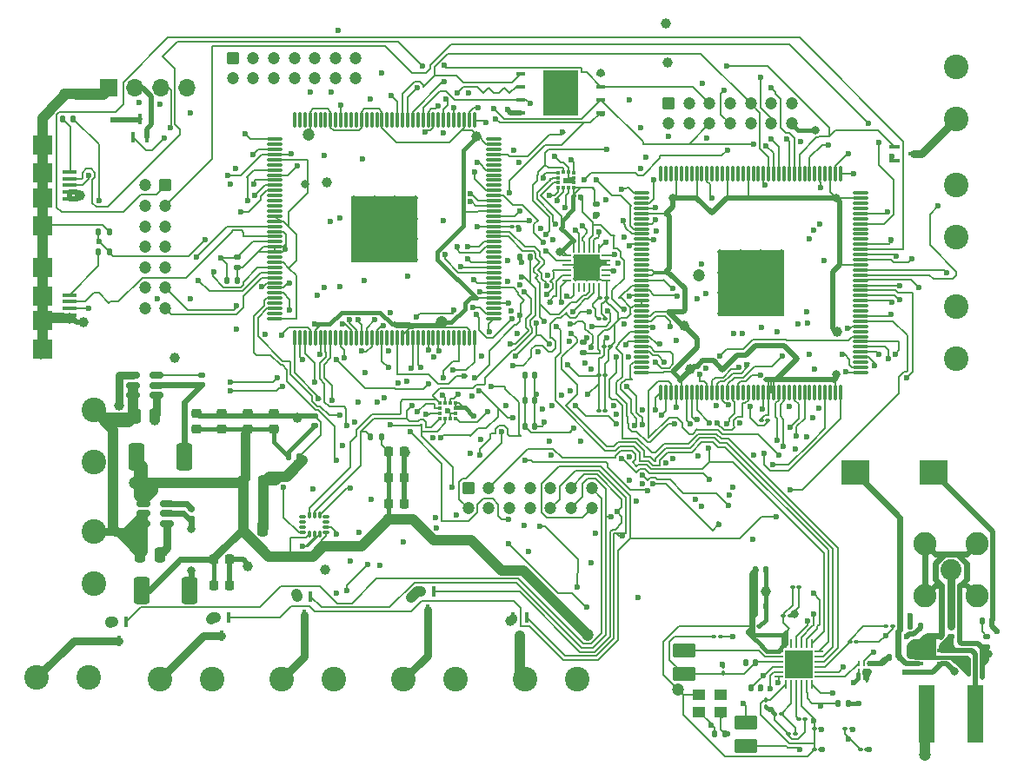
<source format=gbr>
%TF.GenerationSoftware,KiCad,Pcbnew,8.0.4*%
%TF.CreationDate,2025-02-19T16:48:10+05:30*%
%TF.ProjectId,test1,74657374-312e-46b6-9963-61645f706362,rev?*%
%TF.SameCoordinates,Original*%
%TF.FileFunction,Copper,L1,Top*%
%TF.FilePolarity,Positive*%
%FSLAX46Y46*%
G04 Gerber Fmt 4.6, Leading zero omitted, Abs format (unit mm)*
G04 Created by KiCad (PCBNEW 8.0.4) date 2025-02-19 16:48:10*
%MOMM*%
%LPD*%
G01*
G04 APERTURE LIST*
G04 Aperture macros list*
%AMRoundRect*
0 Rectangle with rounded corners*
0 $1 Rounding radius*
0 $2 $3 $4 $5 $6 $7 $8 $9 X,Y pos of 4 corners*
0 Add a 4 corners polygon primitive as box body*
4,1,4,$2,$3,$4,$5,$6,$7,$8,$9,$2,$3,0*
0 Add four circle primitives for the rounded corners*
1,1,$1+$1,$2,$3*
1,1,$1+$1,$4,$5*
1,1,$1+$1,$6,$7*
1,1,$1+$1,$8,$9*
0 Add four rect primitives between the rounded corners*
20,1,$1+$1,$2,$3,$4,$5,0*
20,1,$1+$1,$4,$5,$6,$7,0*
20,1,$1+$1,$6,$7,$8,$9,0*
20,1,$1+$1,$8,$9,$2,$3,0*%
G04 Aperture macros list end*
%TA.AperFunction,SMDPad,CuDef*%
%ADD10RoundRect,0.100000X-0.130000X-0.100000X0.130000X-0.100000X0.130000X0.100000X-0.130000X0.100000X0*%
%TD*%
%TA.AperFunction,SMDPad,CuDef*%
%ADD11RoundRect,0.140000X0.140000X0.170000X-0.140000X0.170000X-0.140000X-0.170000X0.140000X-0.170000X0*%
%TD*%
%TA.AperFunction,SMDPad,CuDef*%
%ADD12RoundRect,0.225000X-0.225000X-0.250000X0.225000X-0.250000X0.225000X0.250000X-0.225000X0.250000X0*%
%TD*%
%TA.AperFunction,ComponentPad*%
%ADD13RoundRect,0.250000X-0.350000X-0.350000X0.350000X-0.350000X0.350000X0.350000X-0.350000X0.350000X0*%
%TD*%
%TA.AperFunction,ComponentPad*%
%ADD14C,1.200000*%
%TD*%
%TA.AperFunction,SMDPad,CuDef*%
%ADD15RoundRect,0.062500X-0.350000X-0.062500X0.350000X-0.062500X0.350000X0.062500X-0.350000X0.062500X0*%
%TD*%
%TA.AperFunction,SMDPad,CuDef*%
%ADD16RoundRect,0.062500X-0.062500X-0.350000X0.062500X-0.350000X0.062500X0.350000X-0.062500X0.350000X0*%
%TD*%
%TA.AperFunction,HeatsinkPad*%
%ADD17C,0.500000*%
%TD*%
%TA.AperFunction,HeatsinkPad*%
%ADD18R,2.600000X2.600000*%
%TD*%
%TA.AperFunction,SMDPad,CuDef*%
%ADD19RoundRect,0.140000X-0.170000X0.140000X-0.170000X-0.140000X0.170000X-0.140000X0.170000X0.140000X0*%
%TD*%
%TA.AperFunction,SMDPad,CuDef*%
%ADD20RoundRect,0.135000X-0.185000X0.135000X-0.185000X-0.135000X0.185000X-0.135000X0.185000X0.135000X0*%
%TD*%
%TA.AperFunction,HeatsinkPad*%
%ADD21R,2.700000X2.700000*%
%TD*%
%TA.AperFunction,SMDPad,CuDef*%
%ADD22RoundRect,0.140000X-0.140000X-0.170000X0.140000X-0.170000X0.140000X0.170000X-0.140000X0.170000X0*%
%TD*%
%TA.AperFunction,SMDPad,CuDef*%
%ADD23RoundRect,0.135000X-0.135000X-0.185000X0.135000X-0.185000X0.135000X0.185000X-0.135000X0.185000X0*%
%TD*%
%TA.AperFunction,ComponentPad*%
%ADD24C,2.400000*%
%TD*%
%TA.AperFunction,SMDPad,CuDef*%
%ADD25RoundRect,0.225000X0.250000X-0.225000X0.250000X0.225000X-0.250000X0.225000X-0.250000X-0.225000X0*%
%TD*%
%TA.AperFunction,ComponentPad*%
%ADD26C,2.050000*%
%TD*%
%TA.AperFunction,ComponentPad*%
%ADD27C,2.250000*%
%TD*%
%TA.AperFunction,SMDPad,CuDef*%
%ADD28RoundRect,0.249999X-0.512501X-1.075001X0.512501X-1.075001X0.512501X1.075001X-0.512501X1.075001X0*%
%TD*%
%TA.AperFunction,SMDPad,CuDef*%
%ADD29RoundRect,0.100000X-0.100000X0.130000X-0.100000X-0.130000X0.100000X-0.130000X0.100000X0.130000X0*%
%TD*%
%TA.AperFunction,SMDPad,CuDef*%
%ADD30RoundRect,0.075000X-0.662500X-0.075000X0.662500X-0.075000X0.662500X0.075000X-0.662500X0.075000X0*%
%TD*%
%TA.AperFunction,SMDPad,CuDef*%
%ADD31RoundRect,0.075000X-0.075000X-0.662500X0.075000X-0.662500X0.075000X0.662500X-0.075000X0.662500X0*%
%TD*%
%TA.AperFunction,HeatsinkPad*%
%ADD32R,6.500000X6.500000*%
%TD*%
%TA.AperFunction,SMDPad,CuDef*%
%ADD33RoundRect,0.135000X0.135000X0.185000X-0.135000X0.185000X-0.135000X-0.185000X0.135000X-0.185000X0*%
%TD*%
%TA.AperFunction,SMDPad,CuDef*%
%ADD34RoundRect,0.087500X-0.225000X-0.087500X0.225000X-0.087500X0.225000X0.087500X-0.225000X0.087500X0*%
%TD*%
%TA.AperFunction,SMDPad,CuDef*%
%ADD35RoundRect,0.087500X-0.087500X-0.225000X0.087500X-0.225000X0.087500X0.225000X-0.087500X0.225000X0*%
%TD*%
%TA.AperFunction,SMDPad,CuDef*%
%ADD36R,0.914400X0.431800*%
%TD*%
%TA.AperFunction,SMDPad,CuDef*%
%ADD37R,3.505200X4.394200*%
%TD*%
%TA.AperFunction,SMDPad,CuDef*%
%ADD38R,0.457200X1.117600*%
%TD*%
%TA.AperFunction,SMDPad,CuDef*%
%ADD39RoundRect,0.250001X-0.849999X0.462499X-0.849999X-0.462499X0.849999X-0.462499X0.849999X0.462499X0*%
%TD*%
%TA.AperFunction,SMDPad,CuDef*%
%ADD40RoundRect,0.250000X-0.250000X-0.475000X0.250000X-0.475000X0.250000X0.475000X-0.250000X0.475000X0*%
%TD*%
%TA.AperFunction,SMDPad,CuDef*%
%ADD41RoundRect,0.100000X0.130000X0.100000X-0.130000X0.100000X-0.130000X-0.100000X0.130000X-0.100000X0*%
%TD*%
%TA.AperFunction,SMDPad,CuDef*%
%ADD42R,1.600200X5.689600*%
%TD*%
%TA.AperFunction,ComponentPad*%
%ADD43R,1.700000X1.700000*%
%TD*%
%TA.AperFunction,ComponentPad*%
%ADD44O,1.700000X1.700000*%
%TD*%
%TA.AperFunction,SMDPad,CuDef*%
%ADD45RoundRect,0.250000X0.250000X0.475000X-0.250000X0.475000X-0.250000X-0.475000X0.250000X-0.475000X0*%
%TD*%
%TA.AperFunction,SMDPad,CuDef*%
%ADD46RoundRect,0.150000X-0.512500X-0.150000X0.512500X-0.150000X0.512500X0.150000X-0.512500X0.150000X0*%
%TD*%
%TA.AperFunction,SMDPad,CuDef*%
%ADD47R,1.117600X0.457200*%
%TD*%
%TA.AperFunction,SMDPad,CuDef*%
%ADD48R,1.350000X0.400000*%
%TD*%
%TA.AperFunction,SMDPad,CuDef*%
%ADD49R,1.900000X1.900000*%
%TD*%
%TA.AperFunction,SMDPad,CuDef*%
%ADD50R,2.743200X2.387600*%
%TD*%
%TA.AperFunction,SMDPad,CuDef*%
%ADD51RoundRect,0.140000X0.170000X-0.140000X0.170000X0.140000X-0.170000X0.140000X-0.170000X-0.140000X0*%
%TD*%
%TA.AperFunction,SMDPad,CuDef*%
%ADD52R,0.375000X0.350000*%
%TD*%
%TA.AperFunction,SMDPad,CuDef*%
%ADD53R,0.350000X0.375000*%
%TD*%
%TA.AperFunction,SMDPad,CuDef*%
%ADD54R,1.300000X1.100000*%
%TD*%
%TA.AperFunction,ComponentPad*%
%ADD55RoundRect,0.250000X-0.350000X0.350000X-0.350000X-0.350000X0.350000X-0.350000X0.350000X0.350000X0*%
%TD*%
%TA.AperFunction,SMDPad,CuDef*%
%ADD56RoundRect,0.062500X0.062500X-0.162500X0.062500X0.162500X-0.062500X0.162500X-0.062500X-0.162500X0*%
%TD*%
%TA.AperFunction,SMDPad,CuDef*%
%ADD57RoundRect,0.062500X-0.062500X0.162500X-0.062500X-0.162500X0.062500X-0.162500X0.062500X0.162500X0*%
%TD*%
%TA.AperFunction,SMDPad,CuDef*%
%ADD58R,0.838200X0.355600*%
%TD*%
%TA.AperFunction,ViaPad*%
%ADD59C,1.000000*%
%TD*%
%TA.AperFunction,ViaPad*%
%ADD60C,1.200000*%
%TD*%
%TA.AperFunction,ViaPad*%
%ADD61C,0.600000*%
%TD*%
%TA.AperFunction,ViaPad*%
%ADD62C,0.800000*%
%TD*%
%TA.AperFunction,Conductor*%
%ADD63C,0.200000*%
%TD*%
%TA.AperFunction,Conductor*%
%ADD64C,0.500000*%
%TD*%
%TA.AperFunction,Conductor*%
%ADD65C,0.400000*%
%TD*%
%TA.AperFunction,Conductor*%
%ADD66C,1.000000*%
%TD*%
%TA.AperFunction,Conductor*%
%ADD67C,0.600000*%
%TD*%
%TA.AperFunction,Conductor*%
%ADD68C,0.800000*%
%TD*%
G04 APERTURE END LIST*
D10*
%TO.P,C32,1*%
%TO.N,Net-(U1-P2_5)*%
X58179160Y41525000D03*
%TO.P,C32,2*%
%TO.N,Earth*%
X58819160Y41525000D03*
%TD*%
%TO.P,C19,1*%
%TO.N,Net-(U6-VR_RF)*%
X83154160Y2250000D03*
%TO.P,C19,2*%
%TO.N,Earth*%
X83794160Y2250000D03*
%TD*%
D11*
%TO.P,C12,1*%
%TO.N,Earth*%
X73934160Y19750000D03*
%TO.P,C12,2*%
%TO.N,+3.3V*%
X72974160Y19750000D03*
%TD*%
D12*
%TO.P,C46,1*%
%TO.N,+3.3V*%
X37199160Y26230000D03*
%TO.P,C46,2*%
%TO.N,Earth*%
X38749160Y26230000D03*
%TD*%
D13*
%TO.P,J18,1,Pin_1*%
%TO.N,+3.3V*%
X22024160Y69675000D03*
D14*
%TO.P,J18,2,Pin_2*%
X22024160Y67675000D03*
%TO.P,J18,3,Pin_3*%
X24024160Y69675000D03*
%TO.P,J18,4,Pin_4*%
X24024160Y67675000D03*
%TO.P,J18,5,Pin_5*%
%TO.N,Earth*%
X26024160Y69675000D03*
%TO.P,J18,6,Pin_6*%
X26024160Y67675000D03*
%TO.P,J18,7,Pin_7*%
X28024160Y69675000D03*
%TO.P,J18,8,Pin_8*%
%TO.N,Net-(J18-Pin_8)*%
X28024160Y67675000D03*
%TO.P,J18,9,Pin_9*%
%TO.N,Net-(J18-Pin_9)*%
X30024160Y69675000D03*
%TO.P,J18,10,Pin_10*%
%TO.N,Net-(J18-Pin_10)*%
X30024160Y67675000D03*
%TO.P,J18,11,Pin_11*%
%TO.N,Net-(J18-Pin_11)*%
X32024160Y69675000D03*
%TO.P,J18,12,Pin_12*%
%TO.N,Net-(J18-Pin_12)*%
X32024160Y67675000D03*
%TO.P,J18,13,Pin_13*%
%TO.N,Net-(J18-Pin_13)*%
X34024160Y69675000D03*
%TO.P,J18,14,Pin_14*%
%TO.N,Net-(J18-Pin_14)*%
X34024160Y67675000D03*
%TD*%
D15*
%TO.P,U16,1,SCB_0/GPIO_6*%
%TO.N,+3.3V*%
X54536660Y50450000D03*
%TO.P,U16,2,SCB_5/GPIO_7*%
%TO.N,/INT16*%
X54536660Y49950000D03*
%TO.P,U16,3,VSSD*%
%TO.N,Earth*%
X54536660Y49450000D03*
%TO.P,U16,4,GPIO_8*%
%TO.N,/INT17*%
X54536660Y48950000D03*
%TO.P,U16,5,GPIO_9*%
%TO.N,/INT18*%
X54536660Y48450000D03*
%TO.P,U16,6,GPIO_10*%
%TO.N,/INT19*%
X54536660Y47950000D03*
D16*
%TO.P,U16,7,GPIO_11*%
%TO.N,/INT20*%
X55224160Y47262500D03*
%TO.P,U16,8,SUSPEND*%
%TO.N,unconnected-(U16-SUSPEND-Pad8)*%
X55724160Y47262500D03*
%TO.P,U16,9,WAKEUP*%
%TO.N,unconnected-(U16-WAKEUP-Pad9)*%
X56224160Y47262500D03*
%TO.P,U16,10,USBDP*%
%TO.N,/USB10*%
X56724160Y47262500D03*
%TO.P,U16,11,USBDM*%
%TO.N,/USB11*%
X57224160Y47262500D03*
%TO.P,U16,12,VCCD*%
%TO.N,Net-(U16-VCCD)*%
X57724160Y47262500D03*
D15*
%TO.P,U16,13,VSSD*%
%TO.N,Earth*%
X58411660Y47950000D03*
%TO.P,U16,14,~{XRES}*%
%TO.N,unconnected-(U16-~{XRES}-Pad14)*%
X58411660Y48450000D03*
%TO.P,U16,15,VBUS*%
%TO.N,Net-(U1-P2_5)*%
X58411660Y48950000D03*
%TO.P,U16,16,VSSD*%
%TO.N,Earth*%
X58411660Y49450000D03*
%TO.P,U16,17,VSSA*%
X58411660Y49950000D03*
%TO.P,U16,18,GPIO_0*%
%TO.N,/INT12*%
X58411660Y50450000D03*
D16*
%TO.P,U16,19,GPIO_1*%
%TO.N,/INT13*%
X57724160Y51137500D03*
%TO.P,U16,20,SCB_1/GPIO_2*%
%TO.N,/INT14*%
X57224160Y51137500D03*
%TO.P,U16,21,SCB_2/GPIO_3*%
%TO.N,/SPI0*%
X56724160Y51137500D03*
%TO.P,U16,22,SCB_3/GPIO_4*%
%TO.N,/SPI1*%
X56224160Y51137500D03*
%TO.P,U16,23,SCB_4/GPIO_5*%
%TO.N,/SPI2*%
X55724160Y51137500D03*
%TO.P,U16,24,VDDD*%
%TO.N,+3.3V*%
X55224160Y51137500D03*
D17*
%TO.P,U16,25,GND*%
%TO.N,Earth*%
X55424160Y50250000D03*
X55424160Y49200000D03*
X55424160Y48150000D03*
X56474160Y50250000D03*
X56474160Y49200000D03*
D18*
X56474160Y49200000D03*
D17*
X56474160Y48150000D03*
X57524160Y50250000D03*
X57524160Y49200000D03*
X57524160Y48150000D03*
%TD*%
D19*
%TO.P,C6,1*%
%TO.N,Net-(U8-BST)*%
X18974160Y38730000D03*
%TO.P,C6,2*%
%TO.N,Net-(U8-SW)*%
X18974160Y37770000D03*
%TD*%
D20*
%TO.P,R5,1*%
%TO.N,Net-(U1-USB0_VBUS)*%
X22474160Y50270000D03*
%TO.P,R5,2*%
%TO.N,Earth*%
X22474160Y49250000D03*
%TD*%
D15*
%TO.P,U6,1,VDD_SMPS*%
%TO.N,+3.3V*%
X75186660Y11825000D03*
%TO.P,U6,2,SMPS1*%
%TO.N,Net-(U6-SMPS1)*%
X75186660Y11325000D03*
%TO.P,U6,3,SMPS2*%
%TO.N,Net-(U6-SMPS2)*%
X75186660Y10825000D03*
%TO.P,U6,4,XOUT*%
%TO.N,Net-(U6-XOUT)*%
X75186660Y10325000D03*
%TO.P,U6,5,XIN*%
%TO.N,Net-(U6-XIN)*%
X75186660Y9825000D03*
%TO.P,U6,6,SDN*%
%TO.N,/INT21*%
X75186660Y9325000D03*
D16*
%TO.P,U6,7,VDD_ANA/SYNTH*%
%TO.N,+3.3V*%
X75899160Y8612500D03*
%TO.P,U6,8,VR_SYNTH*%
%TO.N,Net-(U6-VR_SYNTH)*%
X76399160Y8612500D03*
%TO.P,U6,9,VREFVCO*%
%TO.N,Net-(U6-VREFVCO)*%
X76899160Y8612500D03*
%TO.P,U6,10,VDDVCOTX*%
%TO.N,+3.3V*%
X77399160Y8612500D03*
%TO.P,U6,11,TX*%
%TO.N,/TRANSCEIVER-TX*%
X77899160Y8612500D03*
%TO.P,U6,12,VR_RF*%
%TO.N,Net-(U6-VR_RF)*%
X78399160Y8612500D03*
D15*
%TO.P,U6,13,RX-*%
%TO.N,/TXRX-*%
X79111660Y9325000D03*
%TO.P,U6,14,RX+*%
%TO.N,/TXRX+*%
X79111660Y9825000D03*
%TO.P,U6,15,VDD_DIG/RX*%
%TO.N,Net-(U6-VDD_DIG{slash}RX)*%
X79111660Y10325000D03*
%TO.P,U6,16,SDO*%
%TO.N,/SPI0*%
X79111660Y10825000D03*
%TO.P,U6,17,SDI*%
%TO.N,/SPI1*%
X79111660Y11325000D03*
%TO.P,U6,18,SCLK*%
%TO.N,/SPI2*%
X79111660Y11825000D03*
D16*
%TO.P,U6,19,CSn*%
%TO.N,/CS4*%
X78399160Y12537500D03*
%TO.P,U6,20,GPIO_0*%
%TO.N,/INT5*%
X77899160Y12537500D03*
%TO.P,U6,21,GPIO_1*%
%TO.N,/INT3*%
X77399160Y12537500D03*
%TO.P,U6,22,GPIO_2*%
%TO.N,/INT4*%
X76899160Y12537500D03*
%TO.P,U6,23,GPIO_3*%
%TO.N,unconnected-(U6-GPIO_3-Pad23)*%
X76399160Y12537500D03*
%TO.P,U6,24,VR_DIG*%
%TO.N,+3.3V*%
X75899160Y12537500D03*
D17*
%TO.P,U6,25,GND*%
%TO.N,Earth*%
X76049160Y11675000D03*
X76049160Y10575000D03*
X76049160Y9475000D03*
X77149160Y11675000D03*
X77149160Y10575000D03*
D21*
X77149160Y10575000D03*
D17*
X77149160Y9475000D03*
X78249160Y11675000D03*
X78249160Y10575000D03*
X78249160Y9475000D03*
%TD*%
D22*
%TO.P,C43,1*%
%TO.N,Net-(U1-P2_5)*%
X50494160Y38750000D03*
%TO.P,C43,2*%
%TO.N,Earth*%
X51454160Y38750000D03*
%TD*%
D23*
%TO.P,R4,1*%
%TO.N,+3.3V*%
X87964160Y14250000D03*
%TO.P,R4,2*%
%TO.N,Net-(U10-BIAS)*%
X88984160Y14250000D03*
%TD*%
D10*
%TO.P,C36,1*%
%TO.N,Net-(U1-P2_5)*%
X49199160Y53250000D03*
%TO.P,C36,2*%
%TO.N,Earth*%
X49839160Y53250000D03*
%TD*%
D24*
%TO.P,J17,1*%
%TO.N,Vdrive*%
X92474160Y52210000D03*
%TO.P,J17,2*%
%TO.N,Earth*%
X92474160Y57290000D03*
%TD*%
D25*
%TO.P,C39,1*%
%TO.N,+3.3V*%
X23484160Y33475000D03*
%TO.P,C39,2*%
%TO.N,Earth*%
X23484160Y35025000D03*
%TD*%
D26*
%TO.P,J1,1,In*%
%TO.N,/RF-PA-OUT-2*%
X91974160Y19750000D03*
D27*
%TO.P,J1,2,Ext*%
%TO.N,Earth*%
X89434160Y22290000D03*
X89434160Y17210000D03*
X94514160Y22290000D03*
X94514160Y17210000D03*
%TD*%
D24*
%TO.P,J10,1*%
%TO.N,+BATT*%
X8474160Y35330000D03*
%TO.P,J10,2*%
%TO.N,Earth*%
X8474160Y30250000D03*
%TD*%
D28*
%TO.P,L6,1*%
%TO.N,+3.3V*%
X13136660Y17750000D03*
%TO.P,L6,2*%
%TO.N,Net-(U18-SW)*%
X17811660Y17750000D03*
%TD*%
D24*
%TO.P,J3,1*%
%TO.N,Net-(U9-S)*%
X14909160Y9085000D03*
%TO.P,J3,2*%
%TO.N,Vdrive*%
X19989160Y9085000D03*
%TD*%
D10*
%TO.P,C22,1*%
%TO.N,Net-(U6-VDD_DIG{slash}RX)*%
X85654160Y14250000D03*
%TO.P,C22,2*%
%TO.N,Earth*%
X86294160Y14250000D03*
%TD*%
D22*
%TO.P,C2,1*%
%TO.N,Net-(U6-XOUT)*%
X72514160Y8250000D03*
%TO.P,C2,2*%
%TO.N,Earth*%
X73474160Y8250000D03*
%TD*%
D24*
%TO.P,J7,1*%
%TO.N,Net-(U14-S)*%
X50489160Y9085000D03*
%TO.P,J7,2*%
%TO.N,Vdrive*%
X55569160Y9085000D03*
%TD*%
D12*
%TO.P,C42,1*%
%TO.N,+3.3V*%
X20199160Y18240000D03*
%TO.P,C42,2*%
%TO.N,Earth*%
X21749160Y18240000D03*
%TD*%
D29*
%TO.P,C26,1*%
%TO.N,Earth*%
X69774160Y10370000D03*
%TO.P,C26,2*%
%TO.N,Net-(U6-SMPS2)*%
X69774160Y9730000D03*
%TD*%
D23*
%TO.P,R7,1*%
%TO.N,Net-(J2-VCC)*%
X8964160Y50760000D03*
%TO.P,R7,2*%
%TO.N,Net-(U1-USB0_VBUS)*%
X9984160Y50760000D03*
%TD*%
D10*
%TO.P,C23,1*%
%TO.N,+3.3V*%
X75654160Y15250000D03*
%TO.P,C23,2*%
%TO.N,Earth*%
X76294160Y15250000D03*
%TD*%
D30*
%TO.P,U1,1,P4_0*%
%TO.N,/INT0*%
X61811660Y56500000D03*
%TO.P,U1,2,ADC0_1/ADC1_1*%
%TO.N,unconnected-(U1-ADC0_1{slash}ADC1_1-Pad2)*%
X61811660Y56000000D03*
%TO.P,U1,3,P4_1*%
%TO.N,/INT1*%
X61811660Y55500000D03*
%TO.P,U1,4,VSSIO_0*%
%TO.N,Earth*%
X61811660Y55000000D03*
%TO.P,U1,5,VDDIO_0*%
%TO.N,+3.3V*%
X61811660Y54500000D03*
%TO.P,U1,6,ADC0_0/ADC1_0/DAC*%
%TO.N,unconnected-(U1-ADC0_0{slash}ADC1_0{slash}DAC-Pad6)*%
X61811660Y54000000D03*
%TO.P,U1,7,P4_3*%
%TO.N,/INT3*%
X61811660Y53500000D03*
%TO.P,U1,8,P4_2*%
%TO.N,/INT2*%
X61811660Y53000000D03*
%TO.P,U1,9,P4_4*%
%TO.N,/INT4*%
X61811660Y52500000D03*
%TO.P,U1,10,P4_5*%
%TO.N,/INT5*%
X61811660Y52000000D03*
%TO.P,U1,11,P4_6*%
%TO.N,/INT6*%
X61811660Y51500000D03*
%TO.P,U1,12,XTAL1*%
%TO.N,unconnected-(U1-XTAL1-Pad12)*%
X61811660Y51000000D03*
%TO.P,U1,13,XTAL2*%
%TO.N,unconnected-(U1-XTAL2-Pad13)*%
X61811660Y50500000D03*
%TO.P,U1,14,P4_7*%
%TO.N,unconnected-(U1-P4_7-Pad14)*%
X61811660Y50000000D03*
%TO.P,U1,15,P4_8*%
%TO.N,unconnected-(U1-P4_8-Pad15)*%
X61811660Y49500000D03*
%TO.P,U1,16,USB0_VDDA3V3_DRIVER*%
%TO.N,+3.3V*%
X61811660Y49000000D03*
%TO.P,U1,17,USB0_VDDA3V3*%
X61811660Y48500000D03*
%TO.P,U1,18,USB0_DP*%
%TO.N,Net-(J12-D+)*%
X61811660Y48000000D03*
%TO.P,U1,19,USB0_VSSA_TERM*%
%TO.N,Earth*%
X61811660Y47500000D03*
%TO.P,U1,20,USB0_DM*%
%TO.N,Net-(J12-D-)*%
X61811660Y47000000D03*
%TO.P,U1,21,USB0_VBUS*%
%TO.N,Net-(U1-USB0_VBUS)*%
X61811660Y46500000D03*
%TO.P,U1,22,22*%
%TO.N,Earth*%
X61811660Y46000000D03*
%TO.P,U1,23,USB0_VSSA_REF*%
X61811660Y45500000D03*
%TO.P,U1,24,USB0_RREF*%
%TO.N,unconnected-(U1-USB0_RREF-Pad24)*%
X61811660Y45000000D03*
%TO.P,U1,25,VDDREG_0*%
%TO.N,+3.3V*%
X61811660Y44500000D03*
%TO.P,U1,26,TDI*%
%TO.N,Net-(J13-Pin_7)*%
X61811660Y44000000D03*
%TO.P,U1,27,TCK/SWDCLK*%
%TO.N,Net-(J13-Pin_3)*%
X61811660Y43500000D03*
%TO.P,U1,28,DBGEN*%
%TO.N,Net-(J13-Pin_2)*%
X61811660Y43000000D03*
%TO.P,U1,29,TRST*%
%TO.N,Net-(J13-Pin_4)*%
X61811660Y42500000D03*
%TO.P,U1,30,TMS/SWDIO*%
%TO.N,Net-(J13-Pin_5)*%
X61811660Y42000000D03*
%TO.P,U1,31,TDO/SWO*%
%TO.N,Net-(J13-Pin_6)*%
X61811660Y41500000D03*
%TO.P,U1,32,P0_0*%
%TO.N,/CS0*%
X61811660Y41000000D03*
%TO.P,U1,33,P4_9*%
%TO.N,unconnected-(U1-P4_9-Pad33)*%
X61811660Y40500000D03*
%TO.P,U1,34,P0_1*%
%TO.N,/CS1*%
X61811660Y40000000D03*
%TO.P,U1,35,P4_10*%
%TO.N,unconnected-(U1-P4_10-Pad35)*%
X61811660Y39500000D03*
%TO.P,U1,36,VDDIO_1*%
%TO.N,+3.3V*%
X61811660Y39000000D03*
D31*
%TO.P,U1,37,P5_0*%
%TO.N,/INT10*%
X63724160Y37087500D03*
%TO.P,U1,38,P1_0*%
%TO.N,/CS2*%
X64224160Y37087500D03*
%TO.P,U1,39,P5_1*%
%TO.N,/INT11*%
X64724160Y37087500D03*
%TO.P,U1,40,VSSIO_1*%
%TO.N,Earth*%
X65224160Y37087500D03*
%TO.P,U1,41,VDDIO_2*%
%TO.N,+3.3V*%
X65724160Y37087500D03*
%TO.P,U1,42,P1_1*%
%TO.N,/CS3*%
X66224160Y37087500D03*
%TO.P,U1,43,P1_2*%
%TO.N,/CS4*%
X66724160Y37087500D03*
%TO.P,U1,44,P1_3*%
%TO.N,/CS6*%
X67224160Y37087500D03*
%TO.P,U1,45,CLK0*%
%TO.N,unconnected-(U1-CLK0-Pad45)*%
X67724160Y37087500D03*
%TO.P,U1,46,P5_2*%
%TO.N,/INT12*%
X68224160Y37087500D03*
%TO.P,U1,47,P1_4*%
%TO.N,Net-(U1-P1_4)*%
X68724160Y37087500D03*
%TO.P,U1,48,P1_5*%
%TO.N,Net-(U1-P1_5)*%
X69224160Y37087500D03*
%TO.P,U1,49,P1_6*%
%TO.N,Net-(U1-P1_6)*%
X69724160Y37087500D03*
%TO.P,U1,50,P1_7*%
%TO.N,Net-(U1-P1_7)*%
X70224160Y37087500D03*
%TO.P,U1,51,P1_8*%
%TO.N,Net-(U1-P1_8)*%
X70724160Y37087500D03*
%TO.P,U1,52,P1_9*%
%TO.N,Net-(U1-P1_9)*%
X71224160Y37087500D03*
%TO.P,U1,53,P1_10*%
%TO.N,unconnected-(U1-P1_10-Pad53)*%
X71724160Y37087500D03*
%TO.P,U1,54,P5_3*%
%TO.N,/INT13*%
X72224160Y37087500D03*
%TO.P,U1,55,P1_11*%
%TO.N,unconnected-(U1-P1_11-Pad55)*%
X72724160Y37087500D03*
%TO.P,U1,56,P1_12*%
%TO.N,unconnected-(U1-P1_12-Pad56)*%
X73224160Y37087500D03*
%TO.P,U1,57,P5_4*%
%TO.N,/INT14*%
X73724160Y37087500D03*
%TO.P,U1,58,P5_5*%
%TO.N,+3.3V*%
X74224160Y37087500D03*
%TO.P,U1,59,VDDREG_1*%
X74724160Y37087500D03*
%TO.P,U1,60,P1_13*%
%TO.N,/UART01*%
X75224160Y37087500D03*
%TO.P,U1,61,P1_14*%
%TO.N,/UART00*%
X75724160Y37087500D03*
%TO.P,U1,62,P1_15*%
%TO.N,unconnected-(U1-P1_15-Pad62)*%
X76224160Y37087500D03*
%TO.P,U1,63,P5_6*%
%TO.N,/INT16*%
X76724160Y37087500D03*
%TO.P,U1,64,P1_16*%
%TO.N,unconnected-(U1-P1_16-Pad64)*%
X77224160Y37087500D03*
%TO.P,U1,65,P5_7*%
%TO.N,/INT17*%
X77724160Y37087500D03*
%TO.P,U1,66,P1_17*%
%TO.N,unconnected-(U1-P1_17-Pad66)*%
X78224160Y37087500D03*
%TO.P,U1,67,P1_18*%
%TO.N,unconnected-(U1-P1_18-Pad67)*%
X78724160Y37087500D03*
%TO.P,U1,68,P1_19*%
%TO.N,unconnected-(U1-P1_19-Pad68)*%
X79224160Y37087500D03*
%TO.P,U1,69,P9_5*%
%TO.N,/PYROCTRL4*%
X79724160Y37087500D03*
%TO.P,U1,70,P1_20*%
%TO.N,unconnected-(U1-P1_20-Pad70)*%
X80224160Y37087500D03*
%TO.P,U1,71,VDDIO_3*%
%TO.N,+3.3V*%
X80724160Y37087500D03*
%TO.P,U1,72,P9_6*%
%TO.N,/PYROCTRL3*%
X81224160Y37087500D03*
D30*
%TO.P,U1,73,P6_0*%
%TO.N,/INT7*%
X83136660Y39000000D03*
%TO.P,U1,74,P6_1*%
%TO.N,/INT8*%
X83136660Y39500000D03*
%TO.P,U1,75,P2_0*%
%TO.N,unconnected-(U1-P2_0-Pad75)*%
X83136660Y40000000D03*
%TO.P,U1,76,VSSIO_2*%
%TO.N,Earth*%
X83136660Y40500000D03*
%TO.P,U1,77,VDDIO_4*%
%TO.N,+3.3V*%
X83136660Y41000000D03*
%TO.P,U1,78,P6_2*%
%TO.N,/INT9*%
X83136660Y41500000D03*
%TO.P,U1,79,P6_3*%
%TO.N,/INT18*%
X83136660Y42000000D03*
%TO.P,U1,80,P6_4*%
%TO.N,/INT19*%
X83136660Y42500000D03*
%TO.P,U1,81,P2_1*%
%TO.N,unconnected-(U1-P2_1-Pad81)*%
X83136660Y43000000D03*
%TO.P,U1,82,P6_5*%
%TO.N,/INT20*%
X83136660Y43500000D03*
%TO.P,U1,83,P6_6*%
%TO.N,/INT21*%
X83136660Y44000000D03*
%TO.P,U1,84,P2_2*%
%TO.N,Net-(J18-Pin_14)*%
X83136660Y44500000D03*
%TO.P,U1,85,P6_7*%
%TO.N,unconnected-(U1-P6_7-Pad85)*%
X83136660Y45000000D03*
%TO.P,U1,86,P6_8*%
%TO.N,unconnected-(U1-P6_8-Pad86)*%
X83136660Y45500000D03*
%TO.P,U1,87,P2_3*%
%TO.N,Net-(J18-Pin_13)*%
X83136660Y46000000D03*
%TO.P,U1,88,P2_4*%
%TO.N,Net-(J18-Pin_12)*%
X83136660Y46500000D03*
%TO.P,U1,89,USB1_DP*%
%TO.N,/USB10*%
X83136660Y47000000D03*
%TO.P,U1,90,USB1_DM*%
%TO.N,/USB11*%
X83136660Y47500000D03*
%TO.P,U1,91,P2_5*%
%TO.N,Net-(U1-P2_5)*%
X83136660Y48000000D03*
%TO.P,U1,92,I2C0_SCL*%
%TO.N,/I2C0*%
X83136660Y48500000D03*
%TO.P,U1,93,I2C0_SDA*%
%TO.N,/I2C1*%
X83136660Y49000000D03*
%TO.P,U1,94,VDDREG_2*%
%TO.N,+3.3V*%
X83136660Y49500000D03*
%TO.P,U1,95,P2_6*%
%TO.N,Net-(J18-Pin_11)*%
X83136660Y50000000D03*
%TO.P,U1,96,P2_7*%
%TO.N,Net-(J18-Pin_10)*%
X83136660Y50500000D03*
%TO.P,U1,97,P6_9*%
%TO.N,Net-(J13-Pin_1)*%
X83136660Y51000000D03*
%TO.P,U1,98,P2_8*%
%TO.N,Net-(J18-Pin_9)*%
X83136660Y51500000D03*
%TO.P,U1,99,CLK2*%
%TO.N,unconnected-(U1-CLK2-Pad99)*%
X83136660Y52000000D03*
%TO.P,U1,100,P6_10*%
%TO.N,unconnected-(U1-P6_10-Pad100)*%
X83136660Y52500000D03*
%TO.P,U1,101,P6_11*%
%TO.N,unconnected-(U1-P6_11-Pad101)*%
X83136660Y53000000D03*
%TO.P,U1,102,P2_9*%
%TO.N,Net-(J18-Pin_8)*%
X83136660Y53500000D03*
%TO.P,U1,103,P6_12*%
%TO.N,unconnected-(U1-P6_12-Pad103)*%
X83136660Y54000000D03*
%TO.P,U1,104,P2_10*%
%TO.N,Net-(U1-P2_10)*%
X83136660Y54500000D03*
%TO.P,U1,105,P2_11*%
%TO.N,unconnected-(U1-P2_11-Pad105)*%
X83136660Y55000000D03*
%TO.P,U1,106,P2_12*%
%TO.N,unconnected-(U1-P2_12-Pad106)*%
X83136660Y55500000D03*
%TO.P,U1,107,VDDIO_5*%
%TO.N,+3.3V*%
X83136660Y56000000D03*
%TO.P,U1,108,P2_13*%
%TO.N,unconnected-(U1-P2_13-Pad108)*%
X83136660Y56500000D03*
D31*
%TO.P,U1,109,VSSIO_3*%
%TO.N,Earth*%
X81224160Y58412500D03*
%TO.P,U1,110,P7_0*%
%TO.N,/PYROCTRL0*%
X80724160Y58412500D03*
%TO.P,U1,111,VDDIO_6*%
%TO.N,+3.3V*%
X80224160Y58412500D03*
%TO.P,U1,112,P3_0*%
%TO.N,unconnected-(U1-P3_0-Pad112)*%
X79724160Y58412500D03*
%TO.P,U1,113,P7_1*%
%TO.N,/PYROCTRL1*%
X79224160Y58412500D03*
%TO.P,U1,114,P3_1*%
%TO.N,unconnected-(U1-P3_1-Pad114)*%
X78724160Y58412500D03*
%TO.P,U1,115,P7_2*%
%TO.N,/PYROCTRL2*%
X78224160Y58412500D03*
%TO.P,U1,116,P3_2*%
%TO.N,unconnected-(U1-P3_2-Pad116)*%
X77724160Y58412500D03*
%TO.P,U1,117,P7_3*%
%TO.N,/PYROCTRL5*%
X77224160Y58412500D03*
%TO.P,U1,118,P3_3*%
%TO.N,/SPIFI4*%
X76724160Y58412500D03*
%TO.P,U1,119,P3_4*%
%TO.N,/SPIFI3*%
X76224160Y58412500D03*
%TO.P,U1,120,PF_4*%
%TO.N,unconnected-(U1-PF_4-Pad120)*%
X75724160Y58412500D03*
%TO.P,U1,121,P3_5*%
%TO.N,/SPIFI2*%
X75224160Y58412500D03*
%TO.P,U1,122,P3_6*%
%TO.N,/SPIFI1*%
X74724160Y58412500D03*
%TO.P,U1,123,P3_7*%
%TO.N,/SPIFI0*%
X74224160Y58412500D03*
%TO.P,U1,124,P3_8*%
%TO.N,/CS5*%
X73724160Y58412500D03*
%TO.P,U1,125,RTCX1*%
%TO.N,unconnected-(U1-RTCX1-Pad125)*%
X73224160Y58412500D03*
%TO.P,U1,126,RTCX2*%
%TO.N,unconnected-(U1-RTCX2-Pad126)*%
X72724160Y58412500D03*
%TO.P,U1,127,VBAT*%
%TO.N,+3.3V*%
X72224160Y58412500D03*
%TO.P,U1,128,RESET*%
%TO.N,unconnected-(U1-RESET-Pad128)*%
X71724160Y58412500D03*
%TO.P,U1,129,RTC_ALARM*%
%TO.N,unconnected-(U1-RTC_ALARM-Pad129)*%
X71224160Y58412500D03*
%TO.P,U1,130,WAKEUP0*%
%TO.N,unconnected-(U1-WAKEUP0-Pad130)*%
X70724160Y58412500D03*
%TO.P,U1,131,VDDREG_3*%
%TO.N,+3.3V*%
X70224160Y58412500D03*
%TO.P,U1,132,P7_4*%
%TO.N,unconnected-(U1-P7_4-Pad132)*%
X69724160Y58412500D03*
%TO.P,U1,133,P7_5*%
%TO.N,unconnected-(U1-P7_5-Pad133)*%
X69224160Y58412500D03*
%TO.P,U1,134,P7_6*%
%TO.N,unconnected-(U1-P7_6-Pad134)*%
X68724160Y58412500D03*
%TO.P,U1,135,VSS_A*%
%TO.N,Earth*%
X68224160Y58412500D03*
%TO.P,U1,136,ADC0_7/ADC1_7*%
%TO.N,unconnected-(U1-ADC0_7{slash}ADC1_7-Pad136)*%
X67724160Y58412500D03*
%TO.P,U1,137,VDDA*%
%TO.N,+3.3V*%
X67224160Y58412500D03*
%TO.P,U1,138,ADC0_4/ADC1_4*%
%TO.N,unconnected-(U1-ADC0_4{slash}ADC1_4-Pad138)*%
X66724160Y58412500D03*
%TO.P,U1,139,ADC0_3/ADC1_0*%
%TO.N,unconnected-(U1-ADC0_3{slash}ADC1_0-Pad139)*%
X66224160Y58412500D03*
%TO.P,U1,140,P7_7*%
%TO.N,unconnected-(U1-P7_7-Pad140)*%
X65724160Y58412500D03*
%TO.P,U1,141,VDDIO_7*%
%TO.N,+3.3V*%
X65224160Y58412500D03*
%TO.P,U1,142,ADC0_6/ADC1_6*%
%TO.N,unconnected-(U1-ADC0_6{slash}ADC1_6-Pad142)*%
X64724160Y58412500D03*
%TO.P,U1,143,ADC0_2/ADC1_2*%
%TO.N,unconnected-(U1-ADC0_2{slash}ADC1_2-Pad143)*%
X64224160Y58412500D03*
%TO.P,U1,144,ADC0_5/ADC1_5*%
%TO.N,unconnected-(U1-ADC0_5{slash}ADC1_5-Pad144)*%
X63724160Y58412500D03*
D17*
%TO.P,U1,145,GND*%
%TO.N,Earth*%
X69474160Y50750000D03*
X69474160Y48750000D03*
X69474160Y46750000D03*
X69474160Y44750000D03*
X71474160Y50750000D03*
X71474160Y48750000D03*
X71474160Y46750000D03*
X71474160Y44750000D03*
D32*
X72474160Y47750000D03*
D17*
X73474160Y50750000D03*
X73474160Y48750000D03*
X73474160Y46750000D03*
X73474160Y44750000D03*
X75474160Y50750000D03*
X75474160Y48750000D03*
X75474160Y46750000D03*
X75474160Y44750000D03*
%TD*%
D11*
%TO.P,C8,1*%
%TO.N,Earth*%
X28454160Y30750000D03*
%TO.P,C8,2*%
%TO.N,+3.3V*%
X27494160Y30750000D03*
%TD*%
D33*
%TO.P,R1,1*%
%TO.N,+3.3V*%
X36484160Y32750000D03*
%TO.P,R1,2*%
%TO.N,/I2C0*%
X35464160Y32750000D03*
%TD*%
D34*
%TO.P,U2,1,SDO/SA0*%
%TO.N,unconnected-(U2-SDO{slash}SA0-Pad1)*%
X28811660Y24912500D03*
%TO.P,U2,2,SDX*%
%TO.N,unconnected-(U2-SDX-Pad2)*%
X28811660Y24412500D03*
%TO.P,U2,3,SCX*%
%TO.N,unconnected-(U2-SCX-Pad3)*%
X28811660Y23912500D03*
%TO.P,U2,4,INT1*%
%TO.N,/INT10*%
X28811660Y23412500D03*
D35*
%TO.P,U2,5,VDDIO*%
%TO.N,+3.3V*%
X29474160Y23250000D03*
%TO.P,U2,6,GND*%
%TO.N,Earth*%
X29974160Y23250000D03*
%TO.P,U2,7,GND*%
X30474160Y23250000D03*
D34*
%TO.P,U2,8,VDD*%
%TO.N,+3.3V*%
X31136660Y23412500D03*
%TO.P,U2,9,INT2*%
%TO.N,/INT11*%
X31136660Y23912500D03*
%TO.P,U2,10,NC*%
%TO.N,unconnected-(U2-NC-Pad10)*%
X31136660Y24412500D03*
%TO.P,U2,11,NC*%
%TO.N,unconnected-(U2-NC-Pad11)*%
X31136660Y24912500D03*
D35*
%TO.P,U2,12,CS*%
%TO.N,/CS0*%
X30474160Y25075000D03*
%TO.P,U2,13,SCL*%
%TO.N,/I2C0*%
X29974160Y25075000D03*
%TO.P,U2,14,SDA*%
%TO.N,/I2C1*%
X29474160Y25075000D03*
%TD*%
D36*
%TO.P,U7,1,CS#*%
%TO.N,/CS5*%
X57873060Y64345000D03*
%TO.P,U7,2,SO/SIO1*%
%TO.N,/SPIFI1*%
X57873060Y65615000D03*
%TO.P,U7,3,WP#/SIO2*%
%TO.N,/SPIFI2*%
X57873060Y66885000D03*
%TO.P,U7,4,GND*%
%TO.N,Earth*%
X57873060Y68155000D03*
%TO.P,U7,5,SI/SIO0*%
%TO.N,/SPIFI0*%
X50075260Y68155000D03*
%TO.P,U7,6,SCLK*%
%TO.N,/SPIFI4*%
X50075260Y66885000D03*
%TO.P,U7,7,HOLD#/SIO3*%
%TO.N,/SPIFI3*%
X50075260Y65615000D03*
%TO.P,U7,8,VCC*%
%TO.N,+3.3V*%
X50075260Y64345000D03*
D37*
%TO.P,U7,9,GND*%
%TO.N,Earth*%
X53974160Y66250000D03*
%TD*%
D20*
%TO.P,R9,1*%
%TO.N,Net-(U1-USB0_VBUS)*%
X56174160Y41960000D03*
%TO.P,R9,2*%
%TO.N,Earth*%
X56174160Y40940000D03*
%TD*%
D38*
%TO.P,U11,1,G*%
%TO.N,/PYROCTRL1*%
X11624159Y14651700D03*
%TO.P,U11,2,D*%
%TO.N,Earth*%
X10324161Y14651700D03*
%TO.P,U11,3,S*%
%TO.N,Net-(U11-S)*%
X10974160Y12848300D03*
%TD*%
D25*
%TO.P,C4,1*%
%TO.N,+3.3V*%
X18464160Y33475000D03*
%TO.P,C4,2*%
%TO.N,Earth*%
X18464160Y35025000D03*
%TD*%
D10*
%TO.P,C24,1*%
%TO.N,+3.3V*%
X76534160Y18050000D03*
%TO.P,C24,2*%
%TO.N,Earth*%
X77174160Y18050000D03*
%TD*%
D39*
%TO.P,L5,1*%
%TO.N,Net-(C51-Pad2)*%
X71974160Y4912500D03*
%TO.P,L5,2*%
%TO.N,/TRANSCEIVER-TX*%
X71974160Y2587500D03*
%TD*%
D24*
%TO.P,J6,1*%
%TO.N,Net-(U13-S)*%
X38629160Y9085000D03*
%TO.P,J6,2*%
%TO.N,Vdrive*%
X43709160Y9085000D03*
%TD*%
D40*
%TO.P,C5,1*%
%TO.N,+3.3V*%
X23074160Y28250000D03*
%TO.P,C5,2*%
%TO.N,Earth*%
X24974160Y28250000D03*
%TD*%
D30*
%TO.P,U4,1,P4_0*%
%TO.N,/INT0*%
X26149160Y61750000D03*
%TO.P,U4,2,ADC0_1/ADC1_1*%
%TO.N,unconnected-(U4-ADC0_1{slash}ADC1_1-Pad2)*%
X26149160Y61250000D03*
%TO.P,U4,3,P4_1*%
%TO.N,/INT1*%
X26149160Y60750000D03*
%TO.P,U4,4,VSSIO_0*%
%TO.N,Earth*%
X26149160Y60250000D03*
%TO.P,U4,5,VDDIO_0*%
%TO.N,+3.3V*%
X26149160Y59750000D03*
%TO.P,U4,6,ADC0_0/ADC1_0/DAC*%
%TO.N,unconnected-(U4-ADC0_0{slash}ADC1_0{slash}DAC-Pad6)*%
X26149160Y59250000D03*
%TO.P,U4,7,P4_3*%
%TO.N,/INT3*%
X26149160Y58750000D03*
%TO.P,U4,8,P4_2*%
%TO.N,/INT2*%
X26149160Y58250000D03*
%TO.P,U4,9,P4_4*%
%TO.N,/INT4*%
X26149160Y57750000D03*
%TO.P,U4,10,P4_5*%
%TO.N,/INT5*%
X26149160Y57250000D03*
%TO.P,U4,11,P4_6*%
%TO.N,/INT6*%
X26149160Y56750000D03*
%TO.P,U4,12,XTAL1*%
%TO.N,unconnected-(U4-XTAL1-Pad12)*%
X26149160Y56250000D03*
%TO.P,U4,13,XTAL2*%
%TO.N,unconnected-(U4-XTAL2-Pad13)*%
X26149160Y55750000D03*
%TO.P,U4,14,P4_7*%
%TO.N,unconnected-(U4-P4_7-Pad14)*%
X26149160Y55250000D03*
%TO.P,U4,15,P4_8*%
%TO.N,unconnected-(U4-P4_8-Pad15)*%
X26149160Y54750000D03*
%TO.P,U4,16,USB0_VDDA3V3_DRIVER*%
%TO.N,+3.3V*%
X26149160Y54250000D03*
%TO.P,U4,17,USB0_VDDA3V3*%
X26149160Y53750000D03*
%TO.P,U4,18,USB0_DP*%
%TO.N,/USB0-D+*%
X26149160Y53250000D03*
%TO.P,U4,19,USB0_VSSA_TERM*%
%TO.N,Earth*%
X26149160Y52750000D03*
%TO.P,U4,20,USB0_DM*%
%TO.N,/USB0-D-*%
X26149160Y52250000D03*
%TO.P,U4,21,USB0_VBUS*%
%TO.N,Net-(U1-USB0_VBUS)*%
X26149160Y51750000D03*
%TO.P,U4,22,22*%
%TO.N,Earth*%
X26149160Y51250000D03*
%TO.P,U4,23,USB0_VSSA_REF*%
X26149160Y50750000D03*
%TO.P,U4,24,USB0_RREF*%
%TO.N,unconnected-(U4-USB0_RREF-Pad24)*%
X26149160Y50250000D03*
%TO.P,U4,25,VDDREG_0*%
%TO.N,+3.3V*%
X26149160Y49750000D03*
%TO.P,U4,26,TDI*%
%TO.N,Net-(J13-Pin_8)*%
X26149160Y49250000D03*
%TO.P,U4,27,TCK/SWDCLK*%
%TO.N,Net-(J13-Pin_12)*%
X26149160Y48750000D03*
%TO.P,U4,28,DBGEN*%
%TO.N,Net-(J13-Pin_13)*%
X26149160Y48250000D03*
%TO.P,U4,29,TRST*%
%TO.N,Net-(J13-Pin_11)*%
X26149160Y47750000D03*
%TO.P,U4,30,TMS/SWDIO*%
%TO.N,Net-(J13-Pin_10)*%
X26149160Y47250000D03*
%TO.P,U4,31,TDO/SWO*%
%TO.N,Net-(J13-Pin_9)*%
X26149160Y46750000D03*
%TO.P,U4,32,P0_0*%
%TO.N,/CS0*%
X26149160Y46250000D03*
%TO.P,U4,33,P4_9*%
%TO.N,unconnected-(U4-P4_9-Pad33)*%
X26149160Y45750000D03*
%TO.P,U4,34,P0_1*%
%TO.N,/CS1*%
X26149160Y45250000D03*
%TO.P,U4,35,P4_10*%
%TO.N,unconnected-(U4-P4_10-Pad35)*%
X26149160Y44750000D03*
%TO.P,U4,36,VDDIO_1*%
%TO.N,+3.3V*%
X26149160Y44250000D03*
D31*
%TO.P,U4,37,P5_0*%
%TO.N,/INT10*%
X28061660Y42337500D03*
%TO.P,U4,38,P1_0*%
%TO.N,/CS2*%
X28561660Y42337500D03*
%TO.P,U4,39,P5_1*%
%TO.N,/INT11*%
X29061660Y42337500D03*
%TO.P,U4,40,VSSIO_1*%
%TO.N,Earth*%
X29561660Y42337500D03*
%TO.P,U4,41,VDDIO_2*%
%TO.N,+3.3V*%
X30061660Y42337500D03*
%TO.P,U4,42,P1_1*%
%TO.N,/CS3*%
X30561660Y42337500D03*
%TO.P,U4,43,P1_2*%
%TO.N,/CS4*%
X31061660Y42337500D03*
%TO.P,U4,44,P1_3*%
%TO.N,/CS6*%
X31561660Y42337500D03*
%TO.P,U4,45,CLK0*%
%TO.N,unconnected-(U4-CLK0-Pad45)*%
X32061660Y42337500D03*
%TO.P,U4,46,P5_2*%
%TO.N,/INT12*%
X32561660Y42337500D03*
%TO.P,U4,47,P1_4*%
%TO.N,unconnected-(U4-P1_4-Pad47)*%
X33061660Y42337500D03*
%TO.P,U4,48,P1_5*%
%TO.N,Net-(U1-P1_4)*%
X33561660Y42337500D03*
%TO.P,U4,49,P1_6*%
%TO.N,Net-(U1-P1_5)*%
X34061660Y42337500D03*
%TO.P,U4,50,P1_7*%
%TO.N,Net-(U1-P1_6)*%
X34561660Y42337500D03*
%TO.P,U4,51,P1_8*%
%TO.N,Net-(U1-P1_7)*%
X35061660Y42337500D03*
%TO.P,U4,52,P1_9*%
%TO.N,Net-(U1-P1_8)*%
X35561660Y42337500D03*
%TO.P,U4,53,P1_10*%
%TO.N,Net-(U1-P1_9)*%
X36061660Y42337500D03*
%TO.P,U4,54,P5_3*%
%TO.N,/INT13*%
X36561660Y42337500D03*
%TO.P,U4,55,P1_11*%
%TO.N,unconnected-(U4-P1_11-Pad55)*%
X37061660Y42337500D03*
%TO.P,U4,56,P1_12*%
%TO.N,unconnected-(U4-P1_12-Pad56)*%
X37561660Y42337500D03*
%TO.P,U4,57,P5_4*%
%TO.N,/INT14*%
X38061660Y42337500D03*
%TO.P,U4,58,P5_5*%
%TO.N,+3.3V*%
X38561660Y42337500D03*
%TO.P,U4,59,VDDREG_1*%
X39061660Y42337500D03*
%TO.P,U4,60,P1_13*%
%TO.N,/UART01*%
X39561660Y42337500D03*
%TO.P,U4,61,P1_14*%
%TO.N,/UART00*%
X40061660Y42337500D03*
%TO.P,U4,62,P1_15*%
%TO.N,unconnected-(U4-P1_15-Pad62)*%
X40561660Y42337500D03*
%TO.P,U4,63,P5_6*%
%TO.N,/INT16*%
X41061660Y42337500D03*
%TO.P,U4,64,P1_16*%
%TO.N,unconnected-(U4-P1_16-Pad64)*%
X41561660Y42337500D03*
%TO.P,U4,65,P5_7*%
%TO.N,/INT17*%
X42061660Y42337500D03*
%TO.P,U4,66,P1_17*%
%TO.N,unconnected-(U4-P1_17-Pad66)*%
X42561660Y42337500D03*
%TO.P,U4,67,P1_18*%
%TO.N,unconnected-(U4-P1_18-Pad67)*%
X43061660Y42337500D03*
%TO.P,U4,68,P1_19*%
%TO.N,unconnected-(U4-P1_19-Pad68)*%
X43561660Y42337500D03*
%TO.P,U4,69,P9_5*%
%TO.N,/PYROCTRL4*%
X44061660Y42337500D03*
%TO.P,U4,70,P1_20*%
%TO.N,unconnected-(U4-P1_20-Pad70)*%
X44561660Y42337500D03*
%TO.P,U4,71,VDDIO_3*%
%TO.N,+3.3V*%
X45061660Y42337500D03*
%TO.P,U4,72,P9_6*%
%TO.N,/PYROCTRL3*%
X45561660Y42337500D03*
D30*
%TO.P,U4,73,P6_0*%
%TO.N,/INT7*%
X47474160Y44250000D03*
%TO.P,U4,74,P6_1*%
%TO.N,/INT8*%
X47474160Y44750000D03*
%TO.P,U4,75,P2_0*%
%TO.N,unconnected-(U4-P2_0-Pad75)*%
X47474160Y45250000D03*
%TO.P,U4,76,VSSIO_2*%
%TO.N,Earth*%
X47474160Y45750000D03*
%TO.P,U4,77,VDDIO_4*%
%TO.N,+3.3V*%
X47474160Y46250000D03*
%TO.P,U4,78,P6_2*%
%TO.N,/INT9*%
X47474160Y46750000D03*
%TO.P,U4,79,P6_3*%
%TO.N,/INT18*%
X47474160Y47250000D03*
%TO.P,U4,80,P6_4*%
%TO.N,/INT19*%
X47474160Y47750000D03*
%TO.P,U4,81,P2_1*%
%TO.N,unconnected-(U4-P2_1-Pad81)*%
X47474160Y48250000D03*
%TO.P,U4,82,P6_5*%
%TO.N,/INT20*%
X47474160Y48750000D03*
%TO.P,U4,83,P6_6*%
%TO.N,/INT21*%
X47474160Y49250000D03*
%TO.P,U4,84,P2_2*%
%TO.N,Net-(J18-Pin_14)*%
X47474160Y49750000D03*
%TO.P,U4,85,P6_7*%
%TO.N,unconnected-(U4-P6_7-Pad85)*%
X47474160Y50250000D03*
%TO.P,U4,86,P6_8*%
%TO.N,unconnected-(U4-P6_8-Pad86)*%
X47474160Y50750000D03*
%TO.P,U4,87,P2_3*%
%TO.N,Net-(J18-Pin_13)*%
X47474160Y51250000D03*
%TO.P,U4,88,P2_4*%
%TO.N,Net-(J18-Pin_12)*%
X47474160Y51750000D03*
%TO.P,U4,89,USB1_DP*%
%TO.N,/USB10*%
X47474160Y52250000D03*
%TO.P,U4,90,USB1_DM*%
%TO.N,/USB11*%
X47474160Y52750000D03*
%TO.P,U4,91,P2_5*%
%TO.N,Net-(U1-P2_5)*%
X47474160Y53250000D03*
%TO.P,U4,92,I2C0_SCL*%
%TO.N,/I2C0*%
X47474160Y53750000D03*
%TO.P,U4,93,I2C0_SDA*%
%TO.N,/I2C1*%
X47474160Y54250000D03*
%TO.P,U4,94,VDDREG_2*%
%TO.N,+3.3V*%
X47474160Y54750000D03*
%TO.P,U4,95,P2_6*%
%TO.N,Net-(J18-Pin_11)*%
X47474160Y55250000D03*
%TO.P,U4,96,P2_7*%
%TO.N,Net-(J18-Pin_10)*%
X47474160Y55750000D03*
%TO.P,U4,97,P6_9*%
%TO.N,Net-(J13-Pin_14)*%
X47474160Y56250000D03*
%TO.P,U4,98,P2_8*%
%TO.N,Net-(J18-Pin_9)*%
X47474160Y56750000D03*
%TO.P,U4,99,CLK2*%
%TO.N,unconnected-(U4-CLK2-Pad99)*%
X47474160Y57250000D03*
%TO.P,U4,100,P6_10*%
%TO.N,unconnected-(U4-P6_10-Pad100)*%
X47474160Y57750000D03*
%TO.P,U4,101,P6_11*%
%TO.N,unconnected-(U4-P6_11-Pad101)*%
X47474160Y58250000D03*
%TO.P,U4,102,P2_9*%
%TO.N,Net-(J18-Pin_8)*%
X47474160Y58750000D03*
%TO.P,U4,103,P6_12*%
%TO.N,unconnected-(U4-P6_12-Pad103)*%
X47474160Y59250000D03*
%TO.P,U4,104,P2_10*%
%TO.N,unconnected-(U4-P2_10-Pad104)*%
X47474160Y59750000D03*
%TO.P,U4,105,P2_11*%
%TO.N,Net-(U1-P2_10)*%
X47474160Y60250000D03*
%TO.P,U4,106,P2_12*%
%TO.N,unconnected-(U4-P2_12-Pad106)*%
X47474160Y60750000D03*
%TO.P,U4,107,VDDIO_5*%
%TO.N,+3.3V*%
X47474160Y61250000D03*
%TO.P,U4,108,P2_13*%
%TO.N,unconnected-(U4-P2_13-Pad108)*%
X47474160Y61750000D03*
D31*
%TO.P,U4,109,VSSIO_3*%
%TO.N,Earth*%
X45561660Y63662500D03*
%TO.P,U4,110,P7_0*%
%TO.N,/PYROCTRL0*%
X45061660Y63662500D03*
%TO.P,U4,111,VDDIO_6*%
%TO.N,+3.3V*%
X44561660Y63662500D03*
%TO.P,U4,112,P3_0*%
%TO.N,unconnected-(U4-P3_0-Pad112)*%
X44061660Y63662500D03*
%TO.P,U4,113,P7_1*%
%TO.N,/PYROCTRL1*%
X43561660Y63662500D03*
%TO.P,U4,114,P3_1*%
%TO.N,unconnected-(U4-P3_1-Pad114)*%
X43061660Y63662500D03*
%TO.P,U4,115,P7_2*%
%TO.N,/PYROCTRL2*%
X42561660Y63662500D03*
%TO.P,U4,116,P3_2*%
%TO.N,unconnected-(U4-P3_2-Pad116)*%
X42061660Y63662500D03*
%TO.P,U4,117,P7_3*%
%TO.N,/PYROCTRL5*%
X41561660Y63662500D03*
%TO.P,U4,118,P3_3*%
%TO.N,/SPIFI4*%
X41061660Y63662500D03*
%TO.P,U4,119,P3_4*%
%TO.N,/SPIFI3*%
X40561660Y63662500D03*
%TO.P,U4,120,PF_4*%
%TO.N,unconnected-(U4-PF_4-Pad120)*%
X40061660Y63662500D03*
%TO.P,U4,121,P3_5*%
%TO.N,/SPIFI2*%
X39561660Y63662500D03*
%TO.P,U4,122,P3_6*%
%TO.N,/SPIFI1*%
X39061660Y63662500D03*
%TO.P,U4,123,P3_7*%
%TO.N,/SPIFI0*%
X38561660Y63662500D03*
%TO.P,U4,124,P3_8*%
%TO.N,/CS5*%
X38061660Y63662500D03*
%TO.P,U4,125,RTCX1*%
%TO.N,unconnected-(U4-RTCX1-Pad125)*%
X37561660Y63662500D03*
%TO.P,U4,126,RTCX2*%
%TO.N,unconnected-(U4-RTCX2-Pad126)*%
X37061660Y63662500D03*
%TO.P,U4,127,VBAT*%
%TO.N,+3.3V*%
X36561660Y63662500D03*
%TO.P,U4,128,RESET*%
%TO.N,unconnected-(U4-RESET-Pad128)*%
X36061660Y63662500D03*
%TO.P,U4,129,RTC_ALARM*%
%TO.N,unconnected-(U4-RTC_ALARM-Pad129)*%
X35561660Y63662500D03*
%TO.P,U4,130,WAKEUP0*%
%TO.N,unconnected-(U4-WAKEUP0-Pad130)*%
X35061660Y63662500D03*
%TO.P,U4,131,VDDREG_3*%
%TO.N,+3.3V*%
X34561660Y63662500D03*
%TO.P,U4,132,P7_4*%
%TO.N,unconnected-(U4-P7_4-Pad132)*%
X34061660Y63662500D03*
%TO.P,U4,133,P7_5*%
%TO.N,unconnected-(U4-P7_5-Pad133)*%
X33561660Y63662500D03*
%TO.P,U4,134,P7_6*%
%TO.N,unconnected-(U4-P7_6-Pad134)*%
X33061660Y63662500D03*
%TO.P,U4,135,VSS-A*%
%TO.N,Earth*%
X32561660Y63662500D03*
%TO.P,U4,136,ADC0_7/ADC1_7*%
%TO.N,unconnected-(U4-ADC0_7{slash}ADC1_7-Pad136)*%
X32061660Y63662500D03*
%TO.P,U4,137,VDDA*%
%TO.N,+3.3V*%
X31561660Y63662500D03*
%TO.P,U4,138,ADC0_4/ADC1_4*%
%TO.N,unconnected-(U4-ADC0_4{slash}ADC1_4-Pad138)*%
X31061660Y63662500D03*
%TO.P,U4,139,ADC0_3/ADC1_0*%
%TO.N,unconnected-(U4-ADC0_3{slash}ADC1_0-Pad139)*%
X30561660Y63662500D03*
%TO.P,U4,140,P7_7*%
%TO.N,unconnected-(U4-P7_7-Pad140)*%
X30061660Y63662500D03*
%TO.P,U4,141,VDDIO_7*%
%TO.N,+3.3V*%
X29561660Y63662500D03*
%TO.P,U4,142,ADC0_6/ADC1_6*%
%TO.N,unconnected-(U4-ADC0_6{slash}ADC1_6-Pad142)*%
X29061660Y63662500D03*
%TO.P,U4,143,ADC0_2/ADC1_2*%
%TO.N,unconnected-(U4-ADC0_2{slash}ADC1_2-Pad143)*%
X28561660Y63662500D03*
%TO.P,U4,144,ADC0_5/ADC1_5*%
%TO.N,unconnected-(U4-ADC0_5{slash}ADC1_5-Pad144)*%
X28061660Y63662500D03*
D17*
%TO.P,U4,145,GND*%
%TO.N,Earth*%
X33811660Y56000000D03*
X33811660Y54000000D03*
X33811660Y52000000D03*
X33811660Y50000000D03*
X35811660Y56000000D03*
X35811660Y54000000D03*
X35811660Y52000000D03*
X35811660Y50000000D03*
D32*
X36811660Y53000000D03*
D17*
X37811660Y56000000D03*
X37811660Y54000000D03*
X37811660Y52000000D03*
X37811660Y50000000D03*
X39811660Y56000000D03*
X39811660Y54000000D03*
X39811660Y52000000D03*
X39811660Y50000000D03*
%TD*%
D24*
%TO.P,J11,1*%
%TO.N,+BATT*%
X8474160Y23470000D03*
%TO.P,J11,2*%
%TO.N,Earth*%
X8474160Y18390000D03*
%TD*%
%TO.P,J4,1*%
%TO.N,Net-(U11-S)*%
X2934160Y9250000D03*
%TO.P,J4,2*%
%TO.N,Vdrive*%
X8014160Y9250000D03*
%TD*%
D41*
%TO.P,C13,1*%
%TO.N,Earth*%
X73294160Y14250000D03*
%TO.P,C13,2*%
%TO.N,+3.3V*%
X72654160Y14250000D03*
%TD*%
D23*
%TO.P,R2,1*%
%TO.N,+3.3V*%
X49964160Y50250000D03*
%TO.P,R2,2*%
%TO.N,/I2C1*%
X50984160Y50250000D03*
%TD*%
D42*
%TO.P,L2,1,1*%
%TO.N,+3.3V*%
X89624660Y5750000D03*
%TO.P,L2,2,2*%
%TO.N,/RF-PA-OUT-1*%
X94323660Y5750000D03*
%TD*%
D43*
%TO.P,J9,1,Pin_1*%
%TO.N,Earth*%
X9956345Y66803655D03*
D44*
%TO.P,J9,2,Pin_2*%
%TO.N,Net-(J9-Pin_2)*%
X12496345Y66803655D03*
%TO.P,J9,3,Pin_3*%
%TO.N,/UART00*%
X15036345Y66803655D03*
%TO.P,J9,4,Pin_4*%
%TO.N,/UART01*%
X17576345Y66803655D03*
%TD*%
D22*
%TO.P,C30,1*%
%TO.N,/TRANSCEIVER-TX*%
X80994160Y6750000D03*
%TO.P,C30,2*%
%TO.N,/TRANSCEIVER-TX-0*%
X81954160Y6750000D03*
%TD*%
D10*
%TO.P,C49,1*%
%TO.N,Net-(U6-VREFVCO)*%
X77154160Y5250000D03*
%TO.P,C49,2*%
%TO.N,Earth*%
X77794160Y5250000D03*
%TD*%
D45*
%TO.P,C28,1*%
%TO.N,Earth*%
X24924160Y23750000D03*
%TO.P,C28,2*%
%TO.N,+3.3V*%
X23024160Y23750000D03*
%TD*%
D24*
%TO.P,J8,1*%
%TO.N,Net-(U15-S)*%
X92474160Y63710000D03*
%TO.P,J8,2*%
%TO.N,Vdrive*%
X92474160Y68790000D03*
%TD*%
D38*
%TO.P,U13,1,G*%
%TO.N,/PYROCTRL3*%
X41624159Y17651700D03*
%TO.P,U13,2,D*%
%TO.N,Earth*%
X40324161Y17651700D03*
%TO.P,U13,3,S*%
%TO.N,Net-(U13-S)*%
X40974160Y15848300D03*
%TD*%
D11*
%TO.P,C11,1*%
%TO.N,Net-(U10-BIAS)*%
X95954160Y14750000D03*
%TO.P,C11,2*%
%TO.N,Net-(C11-Pad2)*%
X94994160Y14750000D03*
%TD*%
D22*
%TO.P,C25,1*%
%TO.N,Earth*%
X71994160Y10750000D03*
%TO.P,C25,2*%
%TO.N,Net-(U6-SMPS2)*%
X72954160Y10750000D03*
%TD*%
D10*
%TO.P,C34,1*%
%TO.N,Net-(U1-P2_5)*%
X57654160Y35250000D03*
%TO.P,C34,2*%
%TO.N,Earth*%
X58294160Y35250000D03*
%TD*%
D25*
%TO.P,C40,1*%
%TO.N,+3.3V*%
X25994160Y33475000D03*
%TO.P,C40,2*%
%TO.N,Earth*%
X25994160Y35025000D03*
%TD*%
D12*
%TO.P,C45,1*%
%TO.N,+3.3V*%
X37199160Y28740000D03*
%TO.P,C45,2*%
%TO.N,Earth*%
X38749160Y28740000D03*
%TD*%
D46*
%TO.P,U18,1,FB*%
%TO.N,+3.3V*%
X13336660Y26200000D03*
%TO.P,U18,2,EN*%
%TO.N,+BATT*%
X13336660Y25250000D03*
%TO.P,U18,3,IN*%
X13336660Y24300000D03*
%TO.P,U18,4,GND*%
%TO.N,Earth*%
X15611660Y24300000D03*
%TO.P,U18,5,SW*%
%TO.N,Net-(U18-SW)*%
X15611660Y25250000D03*
%TO.P,U18,6,BST*%
%TO.N,Net-(U18-BST)*%
X15611660Y26200000D03*
%TD*%
D10*
%TO.P,C15,1*%
%TO.N,+3.3V*%
X73499160Y34340000D03*
%TO.P,C15,2*%
%TO.N,Earth*%
X74139160Y34340000D03*
%TD*%
D47*
%TO.P,U15,1,G*%
%TO.N,/PYROCTRL5*%
X86505760Y60984999D03*
%TO.P,U15,2,D*%
%TO.N,Earth*%
X86505760Y59685001D03*
%TO.P,U15,3,S*%
%TO.N,Net-(U15-S)*%
X88309160Y60335000D03*
%TD*%
D20*
%TO.P,R3,1*%
%TO.N,Net-(C11-Pad2)*%
X95474160Y13260000D03*
%TO.P,R3,2*%
%TO.N,Earth*%
X95474160Y12240000D03*
%TD*%
D48*
%TO.P,J12,1,VCC*%
%TO.N,Net-(J12-VCC)*%
X6149160Y58550000D03*
%TO.P,J12,2,D-*%
%TO.N,Net-(J12-D-)*%
X6149160Y57900000D03*
%TO.P,J12,3,D+*%
%TO.N,Net-(J12-D+)*%
X6149160Y57250000D03*
%TO.P,J12,4,ID*%
%TO.N,Earth*%
X6149160Y56600000D03*
%TO.P,J12,5,GND*%
X6149160Y55950000D03*
D49*
%TO.P,J12,S1,SHIELD*%
X3474160Y61200000D03*
%TO.P,J12,S2,SHIELD__1*%
X3474160Y58450000D03*
%TO.P,J12,S3,SHIELD__2*%
X3474160Y56050000D03*
%TO.P,J12,S4,SHIELD__3*%
X3474160Y53300000D03*
%TD*%
D23*
%TO.P,R10,1*%
%TO.N,Net-(J12-VCC)*%
X5464160Y63750000D03*
%TO.P,R10,2*%
%TO.N,Net-(U1-USB0_VBUS)*%
X6484160Y63750000D03*
%TD*%
D50*
%TO.P,L3,1,1*%
%TO.N,Net-(U10-BIAS)*%
X90302560Y29250000D03*
%TO.P,L3,2,2*%
%TO.N,Net-(U10-RF-IN)*%
X82645760Y29250000D03*
%TD*%
D12*
%TO.P,C41,1*%
%TO.N,+3.3V*%
X20199160Y20750000D03*
%TO.P,C41,2*%
%TO.N,Earth*%
X21749160Y20750000D03*
%TD*%
D23*
%TO.P,R11,1*%
%TO.N,Net-(U1-USB0_VBUS)*%
X21439160Y47950000D03*
%TO.P,R11,2*%
%TO.N,Earth*%
X22459160Y47950000D03*
%TD*%
D39*
%TO.P,L4,1*%
%TO.N,Net-(U6-SMPS1)*%
X65974160Y11912500D03*
%TO.P,L4,2*%
%TO.N,Net-(U6-SMPS2)*%
X65974160Y9587500D03*
%TD*%
D22*
%TO.P,C1,2*%
%TO.N,Earth*%
X69954160Y3750000D03*
%TO.P,C1,1*%
%TO.N,Net-(U6-XIN)*%
X68994160Y3750000D03*
%TD*%
D38*
%TO.P,U14,1,G*%
%TO.N,/PYROCTRL4*%
X50624159Y15151700D03*
%TO.P,U14,2,D*%
%TO.N,Earth*%
X49324161Y15151700D03*
%TO.P,U14,3,S*%
%TO.N,Net-(U14-S)*%
X49974160Y13348300D03*
%TD*%
D11*
%TO.P,C10,1*%
%TO.N,Net-(U10-RF-IN)*%
X86954160Y11250000D03*
%TO.P,C10,2*%
%TO.N,/RF-PA-IN*%
X85994160Y11250000D03*
%TD*%
%TO.P,C14,1*%
%TO.N,Earth*%
X73934160Y16250000D03*
%TO.P,C14,2*%
%TO.N,+3.3V*%
X72974160Y16250000D03*
%TD*%
D29*
%TO.P,C16,1*%
%TO.N,+3.3V*%
X73974160Y7070000D03*
%TO.P,C16,2*%
%TO.N,Earth*%
X73974160Y6430000D03*
%TD*%
D38*
%TO.P,U9,1,G*%
%TO.N,/PYROCTRL0*%
X21624159Y15151700D03*
%TO.P,U9,2,D*%
%TO.N,Earth*%
X20324161Y15151700D03*
%TO.P,U9,3,S*%
%TO.N,Net-(U9-S)*%
X20974160Y13348300D03*
%TD*%
D40*
%TO.P,C3,1*%
%TO.N,+BATT*%
X13024160Y21250000D03*
%TO.P,C3,2*%
%TO.N,Earth*%
X14924160Y21250000D03*
%TD*%
D19*
%TO.P,C38,1*%
%TO.N,Net-(U18-BST)*%
X17994160Y25730000D03*
%TO.P,C38,2*%
%TO.N,Net-(U18-SW)*%
X17994160Y24770000D03*
%TD*%
D10*
%TO.P,C50,1*%
%TO.N,Net-(U16-VCCD)*%
X57809160Y46250000D03*
%TO.P,C50,2*%
%TO.N,Earth*%
X58449160Y46250000D03*
%TD*%
%TO.P,C20,1*%
%TO.N,Net-(U6-VR_RF)*%
X81654160Y4250000D03*
%TO.P,C20,2*%
%TO.N,Earth*%
X82294160Y4250000D03*
%TD*%
D13*
%TO.P,J14,1,Pin_1*%
%TO.N,Earth*%
X64474160Y65250000D03*
D14*
%TO.P,J14,2,Pin_2*%
%TO.N,/I2C0*%
X64474160Y63250000D03*
%TO.P,J14,3,Pin_3*%
%TO.N,/I2C1*%
X66474160Y65250000D03*
%TO.P,J14,4,Pin_4*%
%TO.N,Earth*%
X66474160Y63250000D03*
%TO.P,J14,5,Pin_5*%
%TO.N,/SPIFI2*%
X68474160Y65250000D03*
%TO.P,J14,6,Pin_6*%
%TO.N,/SPIFI1*%
X68474160Y63250000D03*
%TO.P,J14,7,Pin_7*%
%TO.N,/CS5*%
X70474160Y65250000D03*
%TO.P,J14,8,Pin_8*%
%TO.N,/SPIFI4*%
X70474160Y63250000D03*
%TO.P,J14,9,Pin_9*%
%TO.N,/SPIFI0*%
X72474160Y65250000D03*
%TO.P,J14,10,Pin_10*%
%TO.N,/SPIFI3*%
X72474160Y63250000D03*
%TO.P,J14,11,Pin_11*%
%TO.N,/SPI0*%
X74474160Y65250000D03*
%TO.P,J14,12,Pin_12*%
%TO.N,/SPI1*%
X74474160Y63250000D03*
%TO.P,J14,13,Pin_13*%
%TO.N,/SPI2*%
X76474160Y65250000D03*
%TO.P,J14,14,Pin_14*%
%TO.N,+3.3V*%
X76474160Y63250000D03*
%TD*%
D41*
%TO.P,C17,1*%
%TO.N,Net-(U6-VR_SYNTH)*%
X76794160Y3750000D03*
%TO.P,C17,2*%
%TO.N,Earth*%
X76154160Y3750000D03*
%TD*%
D12*
%TO.P,C44,1*%
%TO.N,+3.3V*%
X37199160Y31250000D03*
%TO.P,C44,2*%
%TO.N,Earth*%
X38749160Y31250000D03*
%TD*%
D22*
%TO.P,C27,1*%
%TO.N,Net-(U1-P2_5)*%
X50494160Y36250000D03*
%TO.P,C27,2*%
%TO.N,Earth*%
X51454160Y36250000D03*
%TD*%
D40*
%TO.P,C37,1*%
%TO.N,+BATT*%
X12524160Y34750000D03*
%TO.P,C37,2*%
%TO.N,Earth*%
X14424160Y34750000D03*
%TD*%
D10*
%TO.P,C47,1*%
%TO.N,+3.3V*%
X78654160Y4250000D03*
%TO.P,C47,2*%
%TO.N,Earth*%
X79294160Y4250000D03*
%TD*%
D51*
%TO.P,C29,1*%
%TO.N,+3.3V*%
X29974160Y33790000D03*
%TO.P,C29,2*%
%TO.N,Earth*%
X29974160Y34750000D03*
%TD*%
D24*
%TO.P,J5,1*%
%TO.N,Net-(U12-S)*%
X26769160Y9085000D03*
%TO.P,J5,2*%
%TO.N,Vdrive*%
X31849160Y9085000D03*
%TD*%
D52*
%TO.P,U3,1,SDO/ADDR*%
%TO.N,/SPI0*%
X53711660Y58500000D03*
%TO.P,U3,2,SDI/SDA*%
%TO.N,/SPI1*%
X53711660Y58000000D03*
%TO.P,U3,3,IO_VDD*%
%TO.N,+3.3V*%
X53711660Y57500000D03*
%TO.P,U3,4,TRIG*%
%TO.N,/INT0*%
X53711660Y57000000D03*
D53*
%TO.P,U3,5,INT1*%
%TO.N,/INT2*%
X54224160Y56987500D03*
%TO.P,U3,6,INT2*%
%TO.N,/INT1*%
X54724160Y56987500D03*
D52*
%TO.P,U3,7,VDD*%
%TO.N,+3.3V*%
X55236660Y57000000D03*
%TO.P,U3,8,GND*%
%TO.N,Earth*%
X55236660Y57500000D03*
%TO.P,U3,9,GND*%
X55236660Y58000000D03*
%TO.P,U3,10,~{CS}*%
%TO.N,/CS3*%
X55236660Y58500000D03*
D53*
%TO.P,U3,11,NC*%
%TO.N,Earth*%
X54724160Y58512500D03*
%TO.P,U3,12,SCLK/SCL*%
%TO.N,/SPI2*%
X54224160Y58512500D03*
%TD*%
D28*
%TO.P,L1,1*%
%TO.N,+3.3V*%
X12636660Y30750000D03*
%TO.P,L1,2*%
%TO.N,Net-(U8-SW)*%
X17311660Y30750000D03*
%TD*%
D10*
%TO.P,C21,1*%
%TO.N,Net-(U6-VDD_DIG{slash}RX)*%
X82154160Y12750000D03*
%TO.P,C21,2*%
%TO.N,Earth*%
X82794160Y12750000D03*
%TD*%
%TO.P,C31,1*%
%TO.N,Net-(U16-VCCD)*%
X57654160Y44250000D03*
%TO.P,C31,2*%
%TO.N,Earth*%
X58294160Y44250000D03*
%TD*%
D38*
%TO.P,U12,1,G*%
%TO.N,/PYROCTRL2*%
X29624159Y17151700D03*
%TO.P,U12,2,D*%
%TO.N,Earth*%
X28324161Y17151700D03*
%TO.P,U12,3,S*%
%TO.N,Net-(U12-S)*%
X28974160Y15348300D03*
%TD*%
D25*
%TO.P,C7,1*%
%TO.N,+3.3V*%
X20974160Y33475000D03*
%TO.P,C7,2*%
%TO.N,Earth*%
X20974160Y35025000D03*
%TD*%
D41*
%TO.P,C18,1*%
%TO.N,Net-(U6-VR_SYNTH)*%
X75449160Y5750000D03*
%TO.P,C18,2*%
%TO.N,Earth*%
X74809160Y5750000D03*
%TD*%
D13*
%TO.P,J15,1,Pin_1*%
%TO.N,/CS6*%
X44974160Y27750000D03*
D14*
%TO.P,J15,2,Pin_2*%
%TO.N,/CS5*%
X44974160Y25750000D03*
%TO.P,J15,3,Pin_3*%
%TO.N,/CS4*%
X46974160Y27750000D03*
%TO.P,J15,4,Pin_4*%
%TO.N,/CS3*%
X46974160Y25750000D03*
%TO.P,J15,5,Pin_5*%
%TO.N,/CS2*%
X48974160Y27750000D03*
%TO.P,J15,6,Pin_6*%
%TO.N,/CS1*%
X48974160Y25750000D03*
%TO.P,J15,7,Pin_7*%
%TO.N,/CS0*%
X50974160Y27750000D03*
%TO.P,J15,8,Pin_8*%
%TO.N,/USB11*%
X50974160Y25750000D03*
%TO.P,J15,9,Pin_9*%
%TO.N,/USB10*%
X52974160Y27750000D03*
%TO.P,J15,10,Pin_10*%
%TO.N,/PYROCTRL4*%
X52974160Y25750000D03*
%TO.P,J15,11,Pin_11*%
%TO.N,/PYROCTRL3*%
X54974160Y27750000D03*
%TO.P,J15,12,Pin_12*%
%TO.N,/PYROCTRL2*%
X54974160Y25750000D03*
%TO.P,J15,13,Pin_13*%
%TO.N,/PYROCTRL1*%
X56974160Y27750000D03*
%TO.P,J15,14,Pin_14*%
%TO.N,/PYROCTRL0*%
X56974160Y25750000D03*
%TD*%
D10*
%TO.P,C51,1*%
%TO.N,Net-(U6-SMPS2)*%
X68904160Y13250000D03*
%TO.P,C51,2*%
%TO.N,Net-(C51-Pad2)*%
X69544160Y13250000D03*
%TD*%
D54*
%TO.P,X1,1,EN*%
%TO.N,Net-(U6-XIN)*%
X67424160Y5925000D03*
%TO.P,X1,2,GND*%
%TO.N,Earth*%
X69524160Y5925000D03*
%TO.P,X1,3,OUT*%
%TO.N,Net-(U6-XOUT)*%
X69524160Y7575000D03*
%TO.P,X1,4,Vdd*%
%TO.N,+3.3V*%
X67424160Y7575000D03*
%TD*%
D22*
%TO.P,C35,1*%
%TO.N,Net-(U1-P2_5)*%
X50494160Y33750000D03*
%TO.P,C35,2*%
%TO.N,Earth*%
X51454160Y33750000D03*
%TD*%
D24*
%TO.P,J16,1*%
%TO.N,Vdrive*%
X92474160Y40350000D03*
%TO.P,J16,2*%
%TO.N,Earth*%
X92474160Y45430000D03*
%TD*%
D10*
%TO.P,C48,1*%
%TO.N,+3.3V*%
X78654160Y2250000D03*
%TO.P,C48,2*%
%TO.N,Earth*%
X79294160Y2250000D03*
%TD*%
D20*
%TO.P,R8,1*%
%TO.N,+3.3V*%
X57474160Y55410000D03*
%TO.P,R8,2*%
%TO.N,/INT14*%
X57474160Y54390000D03*
%TD*%
D48*
%TO.P,J2,1,VCC*%
%TO.N,Net-(J2-VCC)*%
X6149160Y46550000D03*
%TO.P,J2,2,D-*%
%TO.N,/USB0-D-*%
X6149160Y45900000D03*
%TO.P,J2,3,D+*%
%TO.N,/USB0-D+*%
X6149160Y45250000D03*
%TO.P,J2,4,ID*%
%TO.N,Earth*%
X6149160Y44600000D03*
%TO.P,J2,5,GND*%
X6149160Y43950000D03*
D49*
%TO.P,J2,S1,SHIELD*%
X3474160Y49200000D03*
%TO.P,J2,S2,SHIELD__1*%
X3474160Y46450000D03*
%TO.P,J2,S3,SHIELD__2*%
X3474160Y44050000D03*
%TO.P,J2,S4,SHIELD__3*%
X3474160Y41300000D03*
%TD*%
D10*
%TO.P,C33,1*%
%TO.N,Net-(U1-P2_5)*%
X57654160Y38750000D03*
%TO.P,C33,2*%
%TO.N,Earth*%
X58294160Y38750000D03*
%TD*%
D38*
%TO.P,U17,1,G*%
%TO.N,/CS6*%
X12324161Y61946600D03*
%TO.P,U17,2,D*%
%TO.N,Net-(J9-Pin_2)*%
X13624159Y61946600D03*
%TO.P,U17,3,S*%
%TO.N,+3.3V*%
X12974160Y63750000D03*
%TD*%
D51*
%TO.P,C9,1*%
%TO.N,/RF-PA-OUT-1*%
X91974160Y13270000D03*
%TO.P,C9,2*%
%TO.N,/RF-PA-OUT-2*%
X91974160Y14230000D03*
%TD*%
D52*
%TO.P,U5,1,SCL/SPC*%
%TO.N,/I2C1*%
X42211660Y36000000D03*
%TO.P,U5,2,CS_XL*%
%TO.N,/CS1*%
X42211660Y35500000D03*
%TO.P,U5,3,CS_MAG*%
%TO.N,/CS2*%
X42211660Y35000000D03*
%TO.P,U5,4,SDA/SDI/SDO*%
%TO.N,/I2C0*%
X42211660Y34500000D03*
D53*
%TO.P,U5,5,C1*%
%TO.N,/INT9*%
X42724160Y34487500D03*
%TO.P,U5,6,GND*%
%TO.N,Earth*%
X43224160Y34487500D03*
D52*
%TO.P,U5,7,INT_MAG*%
%TO.N,/INT7*%
X43736660Y34500000D03*
%TO.P,U5,8,GND*%
%TO.N,Earth*%
X43736660Y35000000D03*
%TO.P,U5,9,VDD*%
%TO.N,+3.3V*%
X43736660Y35500000D03*
%TO.P,U5,10,VDDIO*%
X43736660Y36000000D03*
D53*
%TO.P,U5,11,DRDY_MAG*%
%TO.N,/INT6*%
X43224160Y36012500D03*
%TO.P,U5,12,INT_XL*%
%TO.N,/INT8*%
X42724160Y36012500D03*
%TD*%
D23*
%TO.P,R6,1*%
%TO.N,Net-(U1-USB0_VBUS)*%
X8964160Y52750000D03*
%TO.P,R6,2*%
%TO.N,Earth*%
X9984160Y52750000D03*
%TD*%
D46*
%TO.P,U8,1,FB*%
%TO.N,+3.3V*%
X12336660Y38700000D03*
%TO.P,U8,2,EN*%
%TO.N,+BATT*%
X12336660Y37750000D03*
%TO.P,U8,3,IN*%
X12336660Y36800000D03*
%TO.P,U8,4,GND*%
%TO.N,Earth*%
X14611660Y36800000D03*
%TO.P,U8,5,SW*%
%TO.N,Net-(U8-SW)*%
X14611660Y37750000D03*
%TO.P,U8,6,BST*%
%TO.N,Net-(U8-BST)*%
X14611660Y38700000D03*
%TD*%
D55*
%TO.P,J13,1,Pin_1*%
%TO.N,Net-(J13-Pin_1)*%
X15474160Y57250000D03*
D14*
%TO.P,J13,2,Pin_2*%
%TO.N,Net-(J13-Pin_2)*%
X13474160Y57250000D03*
%TO.P,J13,3,Pin_3*%
%TO.N,Net-(J13-Pin_3)*%
X15474160Y55250000D03*
%TO.P,J13,4,Pin_4*%
%TO.N,Net-(J13-Pin_4)*%
X13474160Y55250000D03*
%TO.P,J13,5,Pin_5*%
%TO.N,Net-(J13-Pin_5)*%
X15474160Y53250000D03*
%TO.P,J13,6,Pin_6*%
%TO.N,Net-(J13-Pin_6)*%
X13474160Y53250000D03*
%TO.P,J13,7,Pin_7*%
%TO.N,Net-(J13-Pin_7)*%
X15474160Y51250000D03*
%TO.P,J13,8,Pin_8*%
%TO.N,Net-(J13-Pin_8)*%
X13474160Y51250000D03*
%TO.P,J13,9,Pin_9*%
%TO.N,Net-(J13-Pin_9)*%
X15474160Y49250000D03*
%TO.P,J13,10,Pin_10*%
%TO.N,Net-(J13-Pin_10)*%
X13474160Y49250000D03*
%TO.P,J13,11,Pin_11*%
%TO.N,Net-(J13-Pin_11)*%
X15474160Y47250000D03*
%TO.P,J13,12,Pin_12*%
%TO.N,Net-(J13-Pin_12)*%
X13474160Y47250000D03*
%TO.P,J13,13,Pin_13*%
%TO.N,Net-(J13-Pin_13)*%
X15474160Y45250000D03*
%TO.P,J13,14,Pin_14*%
%TO.N,Net-(J13-Pin_14)*%
X13474160Y45250000D03*
%TD*%
D56*
%TO.P,FL1,1,UBP*%
%TO.N,/RF-PA-IN*%
X83974160Y10660000D03*
D57*
%TO.P,FL1,2,RX/TX*%
%TO.N,/TRANSCEIVER-TX-0*%
X83474160Y10660000D03*
%TO.P,FL1,3,RF_N*%
%TO.N,/TXRX-*%
X82974160Y10660000D03*
%TO.P,FL1,4,RF_P*%
%TO.N,/TXRX+*%
X82974160Y9840000D03*
%TO.P,FL1,5,GND*%
%TO.N,Earth*%
X83474160Y9840000D03*
%TO.P,FL1,6,GND*%
X83974160Y9840000D03*
%TD*%
D58*
%TO.P,U10,1,GND*%
%TO.N,Earth*%
X88881960Y11910400D03*
%TO.P,U10,2,GND*%
X88881960Y11250000D03*
%TO.P,U10,3,RF-IN*%
%TO.N,Net-(U10-RF-IN)*%
X88881960Y10589600D03*
%TO.P,U10,4,BIAS*%
%TO.N,Net-(U10-BIAS)*%
X91066360Y10589600D03*
%TO.P,U10,5,GND*%
%TO.N,Earth*%
X91066360Y11250000D03*
%TO.P,U10,6,RF-OUT*%
%TO.N,/RF-PA-OUT-1*%
X91066360Y11910400D03*
%TD*%
D59*
%TO.N,+3.3V*%
X66003471Y43550000D03*
D60*
X42372106Y43872397D03*
X29399161Y62164106D03*
D61*
X10374160Y63650000D03*
D60*
X12499160Y28250000D03*
D59*
X45776345Y62053655D03*
D62*
X64924160Y56025000D03*
D60*
X37174160Y24650000D03*
D59*
X80899160Y42950000D03*
D60*
X56574160Y13450000D03*
D59*
X66624160Y39300239D03*
D61*
X50124160Y49738745D03*
X84926345Y40778655D03*
D62*
X78774160Y62650000D03*
X29049160Y57350000D03*
D61*
X48774160Y64650000D03*
X45474400Y34775000D03*
X29974160Y43750000D03*
X78574160Y5050000D03*
D59*
X10974160Y35750000D03*
D62*
X80774160Y38850000D03*
D60*
X89474160Y1778655D03*
D62*
X53854160Y50776207D03*
X80774160Y56050000D03*
D60*
X65374160Y8050000D03*
D61*
X72774160Y15250000D03*
X87974160Y15250000D03*
%TO.N,Net-(U10-BIAS)*%
X87651345Y13250000D03*
D62*
X92301345Y9828655D03*
D61*
X96474160Y13750000D03*
X87474160Y9750000D03*
%TO.N,Net-(U6-VR_RF)*%
X80474160Y7750000D03*
X81974160Y3250000D03*
%TO.N,/UART00*%
X75649160Y31775000D03*
X67060925Y26625000D03*
X15924160Y62850000D03*
X21824160Y37250000D03*
X40299160Y39475000D03*
X26874160Y37650000D03*
X33499160Y20650000D03*
%TO.N,/UART01*%
X21799160Y38075000D03*
X17924160Y64325000D03*
X34224160Y36100000D03*
X34949160Y38975000D03*
X75074160Y32350000D03*
X39374160Y39450000D03*
X32699160Y31850000D03*
X26349160Y38450000D03*
D62*
%TO.N,Net-(U18-SW)*%
X17974160Y23750000D03*
X17976345Y19703655D03*
D61*
%TO.N,/I2C0*%
X50926320Y53849310D03*
X90724160Y55225000D03*
X67799160Y67225000D03*
X39495011Y35750000D03*
%TO.N,/I2C1*%
X91574160Y48725000D03*
X50124160Y48303891D03*
X49974160Y54750000D03*
%TO.N,/INT14*%
X48624160Y35775000D03*
X49099160Y41769002D03*
X44596216Y38650000D03*
X53192590Y51978655D03*
X73624160Y35417137D03*
X57374160Y54250000D03*
X52729160Y48511052D03*
X57674160Y52672270D03*
X50428475Y46877845D03*
%TO.N,/CS0*%
X32124160Y30425000D03*
X61949160Y28150000D03*
X33474160Y27750000D03*
X57324160Y23361764D03*
X64023425Y40050000D03*
%TO.N,/INT10*%
X63198978Y35375000D03*
X62957415Y28169528D03*
X26974160Y27850000D03*
X30374160Y36450000D03*
X69374160Y24175000D03*
%TO.N,/INT11*%
X75249160Y30975000D03*
X32126345Y23253655D03*
X33103073Y17750000D03*
X35151345Y20303655D03*
X29974160Y38050000D03*
%TO.N,/INT1*%
X23974160Y60250000D03*
X62999160Y57775000D03*
X54351345Y55100000D03*
%TO.N,/INT2*%
X57424160Y57800000D03*
X28274160Y59150000D03*
X53645458Y55743131D03*
%TO.N,/SPI1*%
X56066891Y53319201D03*
X54975615Y42822750D03*
X53426345Y53486123D03*
X73474160Y67750000D03*
%TO.N,/INT0*%
X59874160Y56850000D03*
X52870483Y56267892D03*
X30949160Y60175000D03*
X23199160Y62300000D03*
%TO.N,/CS1*%
X61149548Y33850000D03*
X46216338Y32470899D03*
X40024160Y35150000D03*
X32474160Y34812501D03*
%TO.N,/INT6*%
X61347682Y26462736D03*
X22774160Y54650000D03*
X33874160Y34125000D03*
X43949160Y36900000D03*
X48921425Y24651265D03*
X39299160Y33225000D03*
X60649160Y51375000D03*
X78499160Y34625000D03*
X38155167Y37945130D03*
%TO.N,/INT9*%
X72774160Y30975000D03*
X56524160Y16125000D03*
X38974160Y38125000D03*
X67699160Y25925000D03*
X39874160Y44375000D03*
X43524160Y45050000D03*
X76249160Y35675000D03*
X85856382Y40360453D03*
X37374160Y33900000D03*
X46099160Y46900000D03*
X43399160Y27775000D03*
X48899160Y22275000D03*
%TO.N,/CS2*%
X60686660Y30800000D03*
X28799160Y40250000D03*
X63806013Y34853931D03*
X40804169Y34969348D03*
%TO.N,/INT7*%
X45349160Y36725000D03*
X68065483Y39394879D03*
X46997690Y42975000D03*
X50497687Y30425000D03*
X81744303Y39092537D03*
X46874160Y35175000D03*
X41581260Y40556248D03*
X62465436Y27475000D03*
%TO.N,/INT8*%
X60624160Y28525000D03*
X81399160Y40750000D03*
X42449160Y36800000D03*
X45374160Y45375000D03*
X71399160Y34075000D03*
X45149160Y31100000D03*
X78174160Y40750000D03*
X37399160Y44825000D03*
%TO.N,/SPIFI2*%
X74474160Y61750000D03*
X42652125Y68927965D03*
X42652125Y67338858D03*
%TO.N,/SPIFI4*%
X42064160Y65010000D03*
X43871216Y66250000D03*
X69924160Y66550000D03*
X74474160Y66750000D03*
%TO.N,/CS5*%
X77349160Y61550000D03*
X48224160Y33250000D03*
X37474160Y66000000D03*
X57999160Y64200000D03*
X60624160Y65600000D03*
X51724160Y41000000D03*
X73849160Y57250000D03*
X48974160Y56500000D03*
X47637395Y63738235D03*
%TO.N,/PYROCTRL0*%
X61724160Y58850000D03*
X74949160Y24950000D03*
X45901345Y64853655D03*
X44974160Y66250000D03*
X59163599Y35757311D03*
X81999160Y60350000D03*
%TO.N,Earth*%
X21526345Y58203655D03*
X49886185Y52921795D03*
X54499160Y57725000D03*
X93201345Y10728655D03*
D59*
X38849160Y31225000D03*
X15249160Y21550000D03*
D61*
X27749160Y60350000D03*
X28824160Y22100000D03*
D59*
X31224160Y57525000D03*
D62*
X83799160Y9600000D03*
D61*
X42974160Y35275000D03*
X79399160Y4175000D03*
X77951345Y32753655D03*
X83999160Y2225000D03*
D59*
X19899160Y14950000D03*
D61*
X14676345Y46178655D03*
X32549160Y65075000D03*
D59*
X28849160Y30425000D03*
D61*
X68699160Y56000000D03*
D59*
X30999160Y19775000D03*
D61*
X90226345Y13253655D03*
X53374160Y60075000D03*
D59*
X49099160Y14750000D03*
D61*
X72420843Y35665743D03*
X71649160Y42800000D03*
X85624160Y13350000D03*
X74424160Y6125000D03*
D62*
X55024160Y67800000D03*
D59*
X5099160Y65475000D03*
D61*
X89669460Y11910400D03*
D59*
X3349160Y40775000D03*
D61*
X86249160Y60075000D03*
X89551345Y13178655D03*
X51624160Y36875000D03*
D59*
X39436660Y17092900D03*
X64349160Y69200000D03*
X28349160Y34625000D03*
D62*
X57899160Y68175000D03*
D61*
X69749160Y10550000D03*
D59*
X10099160Y14650000D03*
D61*
X48924160Y45802174D03*
X34851345Y47978655D03*
X26750999Y42627473D03*
X82424160Y4225000D03*
X17876345Y46178655D03*
X89751345Y12528655D03*
X88881960Y11910400D03*
D59*
X28199160Y17400000D03*
D61*
X84524160Y39700000D03*
D59*
X7499160Y43875000D03*
D61*
X90301345Y11253655D03*
D59*
X23449160Y20075000D03*
X7174160Y56225000D03*
D61*
X48826345Y47903655D03*
D59*
X64219938Y73050000D03*
D61*
X88881960Y11339600D03*
X88976345Y12532185D03*
X69151345Y35778655D03*
D60*
X67424160Y48500000D03*
D61*
X73449160Y8200000D03*
X12901345Y65328655D03*
D59*
X14449160Y34325000D03*
D62*
X95624160Y11525000D03*
D61*
X92476345Y11128655D03*
X73501345Y43353655D03*
X88326345Y12553655D03*
X27124160Y51025000D03*
X52376345Y34203655D03*
D62*
X69674160Y5750000D03*
D61*
X88299160Y11854924D03*
X79424160Y2275000D03*
X63224160Y55100000D03*
D59*
X73974160Y17675000D03*
D62*
X76724160Y15425000D03*
D61*
X65224160Y35625000D03*
X30276345Y46528655D03*
X89608024Y11284900D03*
X72024160Y10750000D03*
X48801345Y49903655D03*
X46649160Y63400000D03*
D59*
X5652080Y66202920D03*
D61*
X70199160Y3775000D03*
D62*
X25126345Y23778655D03*
D59*
X16374160Y40425000D03*
D61*
X82499160Y58400000D03*
%TO.N,/PYROCTRL1*%
X49424159Y60700000D03*
X79249160Y57050000D03*
X43574160Y64850000D03*
X58374160Y55850000D03*
X55899160Y32300000D03*
%TO.N,/PYROCTRL2*%
X80074160Y61150000D03*
X58874160Y24900000D03*
X67349160Y30825000D03*
X70224160Y60650000D03*
X42774160Y65650000D03*
X56249160Y57800000D03*
%TO.N,/PYROCTRL3*%
X59494512Y25405139D03*
X43474160Y39250001D03*
X73774160Y31150000D03*
%TO.N,/PYROCTRL4*%
X59968499Y23050694D03*
X74649160Y30000000D03*
X42524160Y38502945D03*
%TO.N,/PYROCTRL5*%
X70174160Y68850000D03*
X40774842Y62441359D03*
%TO.N,/INT18*%
X49974160Y44575000D03*
X56889411Y39348962D03*
X52949160Y45850000D03*
X45599160Y38450000D03*
X86542941Y40771113D03*
%TO.N,/INT12*%
X59224160Y50500000D03*
X54774160Y42048528D03*
X67504018Y38825000D03*
X32924160Y40450000D03*
X49734875Y42827356D03*
X60124160Y52175000D03*
X56974160Y43500000D03*
X75024160Y42975000D03*
X58540953Y45010191D03*
X63299160Y52775000D03*
X78676345Y39303655D03*
%TO.N,/INT20*%
X65224162Y42150000D03*
X54924160Y37250000D03*
X54574160Y46450000D03*
X81899160Y43325000D03*
X49556267Y40569363D03*
X52874160Y41750000D03*
X42674160Y50475000D03*
X59374160Y34957517D03*
X51584160Y43800000D03*
%TO.N,/INT13*%
X45995536Y37196380D03*
X37200633Y39475000D03*
X49314160Y34566473D03*
X59374160Y34007087D03*
X42308425Y32650000D03*
X69247252Y34075001D03*
X56774160Y44916778D03*
X49274160Y39700000D03*
X61949160Y35325000D03*
X55399160Y35750000D03*
X58405434Y51706486D03*
%TO.N,/USB11*%
X54074160Y36800000D03*
X52574160Y47424999D03*
X51948749Y24037582D03*
X76849160Y31539213D03*
X55599160Y18100000D03*
X86999160Y47425000D03*
X55121726Y44950000D03*
%TO.N,/SPIFI3*%
X50974160Y65250000D03*
X75974160Y61750000D03*
%TO.N,/INT19*%
X45499160Y48075000D03*
X54088467Y45814307D03*
X45748542Y44627245D03*
X49247889Y44223452D03*
X56922507Y41457493D03*
X54874160Y43725000D03*
X69490659Y40575000D03*
%TO.N,/USB10*%
X52999160Y30925000D03*
X87624895Y38474265D03*
X52356708Y44007781D03*
X59909178Y30611519D03*
X53087395Y35788236D03*
X52899160Y32325000D03*
X68449160Y28575000D03*
%TO.N,/INT17*%
X36074160Y36075000D03*
X41824160Y23850000D03*
X52599160Y46600000D03*
X49146990Y45017067D03*
X76899160Y32775000D03*
X42149160Y41125000D03*
%TO.N,/INT16*%
X41799160Y24876652D03*
X49949500Y47523189D03*
X36799160Y36525000D03*
X52549160Y50875000D03*
X76324160Y33675000D03*
X41074160Y41175000D03*
X37224160Y41075000D03*
%TO.N,/CS6*%
X68447253Y34072621D03*
X15374160Y61850000D03*
X43799160Y25100000D03*
X50401189Y24102030D03*
X31724160Y36250000D03*
%TO.N,Net-(U6-XIN)*%
X74352127Y8208948D03*
X68574160Y4650000D03*
%TO.N,Net-(U6-XOUT)*%
X73688933Y9475046D03*
X69574160Y7850000D03*
%TO.N,/INT4*%
X59549160Y49650000D03*
X24098616Y57364518D03*
X61949160Y33875000D03*
X60424160Y37625000D03*
X77974160Y14750000D03*
X61949160Y28998527D03*
X60099160Y53800000D03*
X70298425Y26075735D03*
%TO.N,/INT5*%
X38624160Y22475000D03*
X78574160Y17450000D03*
X24174160Y56250000D03*
X70722689Y27850000D03*
X36349160Y20225000D03*
X64188375Y30169528D03*
X63024160Y51975000D03*
%TO.N,/INT3*%
X63224158Y53900000D03*
X79124160Y35525000D03*
X70355944Y27070925D03*
X23474160Y55750000D03*
X78574160Y15450000D03*
%TO.N,Net-(U1-P2_5)*%
X58451345Y42378655D03*
X54649160Y39750000D03*
X56599160Y36834103D03*
X45874160Y53200000D03*
X55268544Y33607087D03*
X60149160Y43706931D03*
X88824160Y47325000D03*
X59174160Y48900000D03*
%TO.N,Net-(J12-D-)*%
X40473425Y68900735D03*
X65299160Y46475000D03*
X62224160Y60000000D03*
%TO.N,Net-(J12-D+)*%
X14974160Y65175000D03*
X7974160Y58250000D03*
X64926856Y47183090D03*
X35399160Y65675000D03*
X64474160Y62000000D03*
%TO.N,Net-(U1-USB0_VBUS)*%
X56470061Y42357151D03*
X52149160Y35475000D03*
X60675894Y46412612D03*
X50829617Y21575000D03*
X56299160Y39950000D03*
X8974160Y51750000D03*
X19299895Y51924265D03*
X8974160Y55750000D03*
X20824160Y50200000D03*
%TO.N,/USB0-D+*%
X7974160Y45250000D03*
X18461660Y50237500D03*
%TO.N,Net-(J18-Pin_9)*%
X36549160Y68225000D03*
X42549160Y62325000D03*
X45588905Y58535786D03*
X86174160Y51925000D03*
%TO.N,/CS4*%
X67247519Y34448475D03*
X33126567Y33840203D03*
X41509412Y32610252D03*
X68375631Y31612745D03*
%TO.N,Net-(J18-Pin_12)*%
X44924160Y51275000D03*
X22274160Y58900000D03*
X34624160Y59850000D03*
X87024160Y46125000D03*
%TO.N,Net-(J18-Pin_10)*%
X86624160Y50350000D03*
X45199160Y56450003D03*
X31574160Y66300000D03*
%TO.N,Net-(J18-Pin_8)*%
X84974160Y61450000D03*
X45874160Y59450000D03*
%TO.N,Net-(J18-Pin_14)*%
X39073425Y48400735D03*
X44924160Y50075000D03*
X86099160Y44650000D03*
X42549160Y53800000D03*
X29624160Y66325000D03*
%TO.N,Net-(J18-Pin_11)*%
X45199160Y55650000D03*
X88199160Y50050000D03*
X32299160Y72375000D03*
%TO.N,Net-(J18-Pin_13)*%
X86249160Y45850000D03*
X43874160Y51275000D03*
%TO.N,/INT21*%
X72649160Y22750000D03*
X41074157Y37850000D03*
X35499160Y26600000D03*
X44261660Y49312500D03*
X32149160Y40250000D03*
X75149160Y8750000D03*
X76299160Y27525000D03*
%TO.N,/TRANSCEIVER-TX-0*%
X84474160Y11750000D03*
X82974160Y6750000D03*
%TO.N,/TRANSCEIVER-TX*%
X79324160Y6500000D03*
X77226345Y2250000D03*
%TO.N,/TXRX+*%
X81474160Y10250000D03*
X82474160Y8750000D03*
%TO.N,Net-(J13-Pin_4)*%
X63624162Y41750000D03*
X61474160Y17025000D03*
%TO.N,Net-(J13-Pin_2)*%
X68074160Y46675000D03*
X65024160Y34007087D03*
X77899160Y44925000D03*
%TO.N,Net-(J13-Pin_7)*%
X64603471Y43503655D03*
X21774160Y57350000D03*
X79199160Y53475000D03*
%TO.N,Net-(J13-Pin_10)*%
X22349160Y43225000D03*
X25149160Y42700000D03*
X27549160Y47700000D03*
%TO.N,Net-(J13-Pin_12)*%
X18624160Y47975000D03*
%TO.N,Net-(J13-Pin_9)*%
X27549160Y45053655D03*
%TO.N,Net-(J13-Pin_8)*%
X20149160Y48850000D03*
%TO.N,Net-(J13-Pin_6)*%
X34351345Y23378655D03*
X63162111Y40050000D03*
X32126345Y17528655D03*
%TO.N,Net-(J13-Pin_3)*%
X62936212Y43418127D03*
X79599160Y49950000D03*
X67715042Y49560845D03*
X83967980Y63293821D03*
%TO.N,Net-(J13-Pin_5)*%
X60322979Y41724995D03*
%TO.N,Net-(J13-Pin_11)*%
X24835873Y47407887D03*
X22349160Y45525000D03*
%TO.N,Net-(J13-Pin_14)*%
X29801345Y27678655D03*
X60574160Y40525000D03*
X56924160Y20475000D03*
X52274160Y51700000D03*
%TO.N,Net-(U1-P1_8)*%
X70149160Y34003655D03*
X34574160Y41100000D03*
%TO.N,Net-(U1-P2_10)*%
X61774160Y62850000D03*
X54174160Y62450000D03*
X85774160Y54650000D03*
X68174160Y61850000D03*
%TO.N,Net-(U1-P1_7)*%
X75525633Y40575000D03*
X35868108Y44142758D03*
%TO.N,Net-(U1-P1_9)*%
X36656952Y43574834D03*
X73412924Y38772508D03*
%TO.N,Net-(U1-P1_4)*%
X30899160Y47250000D03*
X71349160Y39539214D03*
X32749160Y43700000D03*
X31549160Y53750000D03*
X78574160Y52875000D03*
X77999160Y43800000D03*
%TO.N,Net-(U1-P1_6)*%
X34210602Y44150000D03*
X70849157Y42800000D03*
X67299160Y46150000D03*
X70342787Y35850433D03*
%TO.N,Net-(U1-P1_5)*%
X77049160Y43725000D03*
X32499160Y47375000D03*
X33410599Y44150000D03*
X72121901Y39746270D03*
X32424160Y54100000D03*
X78210491Y52073470D03*
%TO.N,/SPIFI1*%
X47474160Y64750000D03*
X73974160Y61125499D03*
X72774160Y61250000D03*
X39974160Y66750000D03*
%TO.N,/SPI2*%
X58474160Y60750000D03*
X52489926Y52470355D03*
X53574160Y43480385D03*
X55376345Y52878655D03*
%TO.N,/SPI0*%
X60140953Y45150000D03*
X55932738Y56122794D03*
X59373424Y40525735D03*
X52289846Y57950000D03*
%TO.N,Net-(C51-Pad2)*%
X70724160Y13250000D03*
X71724160Y6750000D03*
%TO.N,/CS3*%
X46135190Y30962500D03*
X46274160Y40575000D03*
X54974160Y59750000D03*
X66612948Y33961316D03*
X64922689Y30625000D03*
X49874160Y59500000D03*
X47204553Y37644607D03*
X51979206Y53086123D03*
X30474160Y40750000D03*
%TD*%
D63*
%TO.N,+3.3V*%
X81224160Y49500000D02*
X81174160Y49450000D01*
X57274160Y56750000D02*
X57274160Y55450000D01*
D64*
X77024160Y40350000D02*
X74949160Y38275000D01*
D63*
X74724160Y37087500D02*
X74224160Y37087500D01*
D65*
X72654160Y13211422D02*
X73244136Y12621446D01*
X44674160Y45775000D02*
X44824160Y45925000D01*
D66*
X25523730Y21075000D02*
X28799160Y21075000D01*
D63*
X67224160Y58412500D02*
X67224160Y56100000D01*
X45974160Y61980090D02*
X46589205Y61365045D01*
D65*
X73244136Y12621446D02*
X74015582Y11850000D01*
D64*
X66003471Y43550000D02*
X67299160Y42254311D01*
D66*
X14549160Y28250000D02*
X23074160Y28250000D01*
D63*
X34561660Y64432410D02*
X34829250Y64700000D01*
X44561660Y62892590D02*
X44561660Y63662500D01*
X63024160Y48650000D02*
X63024160Y48850000D01*
D67*
X13336660Y26200000D02*
X13336660Y28162500D01*
D66*
X48170030Y19710500D02*
X50313660Y19710500D01*
D63*
X73974160Y7070000D02*
X73794160Y7070000D01*
X31449160Y43700000D02*
X30654250Y43700000D01*
X31561660Y62892590D02*
X31829250Y62625000D01*
D65*
X39287830Y43475000D02*
X39474160Y43475000D01*
D67*
X23074160Y33065000D02*
X23484160Y33475000D01*
D65*
X45449160Y34775000D02*
X44649160Y35575000D01*
D64*
X13336660Y26200000D02*
X13711660Y26575000D01*
D65*
X54437961Y52636200D02*
X54002166Y53071995D01*
X75186660Y11850000D02*
X74015582Y11850000D01*
D63*
X76534160Y16329999D02*
X76534160Y18050000D01*
D65*
X36384210Y44850000D02*
X37534210Y43700000D01*
X37199160Y24475000D02*
X37199160Y24625000D01*
D68*
X20199160Y20925000D02*
X23024160Y23750000D01*
D64*
X87964160Y15240000D02*
X87974160Y15250000D01*
D63*
X80724160Y37087500D02*
X80724160Y38100000D01*
D67*
X72974160Y19750000D02*
X72564160Y19340000D01*
D63*
X38561660Y42607410D02*
X38561660Y42337500D01*
X36561660Y63662500D02*
X36561660Y62892590D01*
X65889416Y7575000D02*
X65889416Y5659744D01*
X72764160Y15240000D02*
X72774160Y15250000D01*
X75899160Y13675000D02*
X76224160Y14000000D01*
X31136660Y23412500D02*
X31136660Y23049568D01*
X31561660Y64432410D02*
X31561660Y63662500D01*
X28199160Y48469910D02*
X27474160Y49194910D01*
X10374160Y63650000D02*
X10474160Y63750000D01*
D64*
X13711660Y26575000D02*
X13711660Y27212500D01*
D63*
X74724160Y38200000D02*
X74799160Y38275000D01*
X72224160Y56100000D02*
X72174160Y56050000D01*
X27474160Y49194910D02*
X26919070Y49750000D01*
D64*
X67754822Y40144879D02*
X68860121Y40144879D01*
D63*
X61811660Y54500000D02*
X64224160Y54500000D01*
X77399160Y8612500D02*
X77399160Y6443456D01*
D64*
X10374160Y63650000D02*
X12874160Y63650000D01*
X67299160Y41450000D02*
X67299160Y42254311D01*
D65*
X72647690Y14250000D02*
X72326345Y13928655D01*
D64*
X66049160Y47175000D02*
X64574160Y48650000D01*
D63*
X78654160Y2250000D02*
X78654160Y2850000D01*
X43736660Y35500000D02*
X43736660Y36000000D01*
D65*
X45474400Y34775000D02*
X45449160Y34775000D01*
D63*
X73499160Y34498456D02*
X73840704Y34840000D01*
X67224160Y56100000D02*
X67174160Y56050000D01*
X83136660Y56000000D02*
X80824160Y56000000D01*
D65*
X53990317Y50776207D02*
X55064110Y51850000D01*
D63*
X31294070Y64700000D02*
X31561660Y64432410D01*
X36294070Y64700000D02*
X36561660Y64432410D01*
D67*
X13336660Y28162500D02*
X13424160Y28250000D01*
D66*
X23074160Y23524570D02*
X24548730Y22050000D01*
D63*
X78654160Y5188456D02*
X78654160Y5130000D01*
X31561660Y63662500D02*
X31561660Y62892590D01*
X42372106Y44065130D02*
X42358243Y44078993D01*
X67424160Y7575000D02*
X65889416Y7575000D01*
D66*
X12499160Y28250000D02*
X13424160Y28250000D01*
D63*
X45704250Y62250000D02*
X45974160Y62250000D01*
X78654160Y4970000D02*
X78654160Y4250000D01*
X44824160Y45925000D02*
X45149160Y46250000D01*
X57114160Y56910000D02*
X57274160Y56750000D01*
D64*
X73974160Y38275000D02*
X74574160Y38275000D01*
D63*
X53854160Y50776207D02*
X54210453Y50776207D01*
X63124160Y44900000D02*
X62724160Y44500000D01*
X45061660Y43107410D02*
X45061660Y42337500D01*
X29561660Y62392590D02*
X29561660Y63662500D01*
D65*
X42372106Y43872397D02*
X43336507Y43872397D01*
D63*
X74724160Y37087500D02*
X74474160Y37337500D01*
X45974160Y62250000D02*
X45974160Y62150000D01*
D64*
X12874160Y63650000D02*
X12974160Y63750000D01*
D65*
X20199160Y18240000D02*
X20199160Y20925000D01*
D63*
X27446615Y53222455D02*
X27446615Y54647455D01*
D65*
X72654160Y14250000D02*
X72647690Y14250000D01*
D63*
X62724160Y44500000D02*
X61811660Y44500000D01*
X27674160Y22937500D02*
X27674160Y21075000D01*
X49964160Y49898745D02*
X49964160Y50250000D01*
X29199592Y22937500D02*
X27674160Y22937500D01*
D66*
X13424160Y28250000D02*
X13899160Y28250000D01*
D64*
X72940766Y41625000D02*
X75749160Y41625000D01*
D65*
X72326345Y13928655D02*
X72354160Y13928655D01*
D64*
X64924160Y56025000D02*
X64949160Y56050000D01*
D65*
X44499160Y54525000D02*
X44499160Y53318750D01*
D66*
X41574160Y22650000D02*
X45230530Y22650000D01*
D64*
X67174160Y56050000D02*
X68674160Y54550000D01*
D63*
X64924160Y56025000D02*
X65224160Y56325000D01*
X57114160Y57000000D02*
X57114160Y56910000D01*
D67*
X72564160Y19340000D02*
X72564160Y14250000D01*
D63*
X27446615Y53222455D02*
X26946615Y53722455D01*
X62874160Y49000000D02*
X61811660Y49000000D01*
X27474160Y49194910D02*
X28224160Y49944910D01*
X44455000Y35575000D02*
X44030000Y36000000D01*
X65474160Y14250000D02*
X72654160Y14250000D01*
D65*
X53854160Y50776207D02*
X53990317Y50776207D01*
D64*
X12636660Y30750000D02*
X12636660Y27750000D01*
D63*
X73899160Y11825000D02*
X72764160Y12960000D01*
D66*
X13899160Y28250000D02*
X14549160Y28250000D01*
D64*
X64224160Y54500000D02*
X64524160Y54200000D01*
X80774160Y38450000D02*
X80774160Y38850000D01*
D63*
X73840704Y34840000D02*
X74224160Y34840000D01*
X84705000Y41000000D02*
X83136660Y41000000D01*
X78654160Y5130000D02*
X78574160Y5050000D01*
X26946615Y53722455D02*
X26919070Y53750000D01*
D66*
X89474160Y5599500D02*
X89624660Y5750000D01*
D63*
X65889416Y5659744D02*
X69974160Y1575000D01*
X45149160Y46250000D02*
X45774160Y46250000D01*
D65*
X44649160Y35575000D02*
X43736660Y35575000D01*
D66*
X24548730Y22050000D02*
X25523730Y21075000D01*
D64*
X12899160Y30487500D02*
X12636660Y30750000D01*
D65*
X43336507Y43872397D02*
X44674160Y45210050D01*
D63*
X47474160Y54750000D02*
X45936660Y54750000D01*
D64*
X13899160Y28250000D02*
X13899160Y27850000D01*
D63*
X75899160Y12537500D02*
X75899160Y13675000D01*
D64*
X14549160Y27412500D02*
X14549160Y28250000D01*
D65*
X54002166Y53071995D02*
X54126345Y53196173D01*
D63*
X78574160Y5050000D02*
X78654160Y4970000D01*
X74224160Y38025000D02*
X73974160Y38275000D01*
X63974160Y12750000D02*
X65474160Y14250000D01*
D64*
X81174160Y55650000D02*
X80774160Y56050000D01*
D65*
X37199160Y26230000D02*
X37199160Y31250000D01*
D63*
X78654160Y2850000D02*
X78654160Y4250000D01*
D65*
X65574160Y38375000D02*
X64899160Y39050000D01*
D64*
X64924160Y55200000D02*
X64224160Y54500000D01*
X49079160Y64345000D02*
X48774160Y64650000D01*
D66*
X89474160Y1778655D02*
X89474160Y5599500D01*
D63*
X70224160Y58412500D02*
X70224160Y56100000D01*
X39974160Y43375000D02*
X39474160Y43375000D01*
X44794070Y43375000D02*
X39974160Y43375000D01*
X75654160Y15250000D02*
X75654160Y15449999D01*
X62874160Y48500000D02*
X63024160Y48650000D01*
D65*
X44499160Y60675000D02*
X44499160Y54525000D01*
D63*
X39474160Y43375000D02*
X39149160Y43700000D01*
X63974160Y9490256D02*
X63974160Y12750000D01*
D65*
X37199160Y24675000D02*
X37199160Y26230000D01*
D63*
X36561660Y62892590D02*
X38004250Y61450000D01*
D65*
X75186660Y11937500D02*
X75186660Y11850000D01*
X55184160Y56197500D02*
X55236660Y56250000D01*
D64*
X67299160Y41450000D02*
X64899160Y39050000D01*
D63*
X39474160Y43375000D02*
X39329250Y43375000D01*
X43119070Y61450000D02*
X44294070Y62625000D01*
X65374160Y8090256D02*
X63974160Y9490256D01*
X65414416Y8050000D02*
X65374160Y8050000D01*
D65*
X18464160Y33475000D02*
X25994160Y33475000D01*
D67*
X23074160Y28250000D02*
X23074160Y33065000D01*
D63*
X29561660Y64432410D02*
X29829250Y64700000D01*
D64*
X74574160Y38275000D02*
X74799160Y38275000D01*
D63*
X74724160Y37087500D02*
X74724160Y38200000D01*
D67*
X13424160Y28250000D02*
X13424160Y27500000D01*
D63*
X29324160Y56525000D02*
X29324160Y59750000D01*
X73474160Y6750000D02*
X73474160Y5631544D01*
D64*
X74799160Y38275000D02*
X80549160Y38275000D01*
D63*
X29324160Y59750000D02*
X26149160Y59750000D01*
D64*
X13899160Y26762500D02*
X13899160Y27025000D01*
X13899160Y27025000D02*
X13899160Y28250000D01*
D65*
X55224160Y51850000D02*
X54437961Y52636200D01*
X78774160Y62650000D02*
X77074160Y62650000D01*
D63*
X26149160Y44250000D02*
X28199160Y44250000D01*
D64*
X67315483Y39705540D02*
X67754822Y40144879D01*
D63*
X39329250Y43375000D02*
X38561660Y42607410D01*
D65*
X72326345Y13928655D02*
X72176345Y13778655D01*
D64*
X13336660Y26200000D02*
X13899160Y26762500D01*
D63*
X28199160Y44250000D02*
X28199160Y48469910D01*
D64*
X64524160Y49150000D02*
X64224160Y48850000D01*
D63*
X83136660Y49500000D02*
X81224160Y49500000D01*
X84926345Y40778655D02*
X84705000Y41000000D01*
X45974160Y62150000D02*
X45924160Y62100000D01*
X70224160Y56100000D02*
X70174160Y56050000D01*
D65*
X72654160Y13211422D02*
X72654160Y13450000D01*
D64*
X80499160Y43350000D02*
X80499160Y48775000D01*
D63*
X80224160Y56600000D02*
X80774160Y56050000D01*
D65*
X27494160Y30750000D02*
X27494160Y31310000D01*
D67*
X66624160Y39300239D02*
X66624399Y39300239D01*
D63*
X74224160Y37087500D02*
X74474160Y37337500D01*
X45936660Y54750000D02*
X45836660Y54650000D01*
D64*
X71157560Y40700000D02*
X72015766Y40700000D01*
X74949160Y38275000D02*
X73974160Y38275000D01*
D63*
X73794160Y7070000D02*
X73474160Y6750000D01*
X39061660Y43107410D02*
X39061660Y42337500D01*
X63024160Y48650000D02*
X64024160Y48650000D01*
D65*
X65574160Y38250000D02*
X65574160Y38375000D01*
D63*
X30329250Y43375000D02*
X30061660Y43107410D01*
X29561660Y63662500D02*
X29561660Y64432410D01*
X34294070Y62625000D02*
X34561660Y62892590D01*
D64*
X13336660Y26200000D02*
X12899160Y26637500D01*
D65*
X54126345Y53832235D02*
X55184160Y54890050D01*
D64*
X42372106Y43872397D02*
X42024709Y43525000D01*
D63*
X76224160Y14000000D02*
X75654160Y14570000D01*
D66*
X23074160Y28250000D02*
X23074160Y23524570D01*
D68*
X10999160Y38700000D02*
X10974160Y38675000D01*
D65*
X37199160Y24625000D02*
X37174160Y24650000D01*
D68*
X12336660Y38700000D02*
X10999160Y38700000D01*
D66*
X29867789Y21075000D02*
X30158475Y21365685D01*
D63*
X26676705Y53722455D02*
X26149160Y54250000D01*
X28224160Y52444910D02*
X27446615Y53222455D01*
X54039846Y54250000D02*
X54039846Y53918734D01*
X44649160Y35575000D02*
X44455000Y35575000D01*
D65*
X72974160Y19750000D02*
X72974160Y15450000D01*
D63*
X29974160Y21887068D02*
X29974160Y21550000D01*
X73499160Y34340000D02*
X73499160Y34498456D01*
X45836660Y54650000D02*
X44624160Y54650000D01*
X63024160Y48850000D02*
X62874160Y49000000D01*
D65*
X39149160Y43613670D02*
X39287830Y43475000D01*
D63*
X45474400Y34775000D02*
X45349160Y34900240D01*
X29474160Y23250000D02*
X29474160Y23212068D01*
D65*
X72654160Y13450000D02*
X75674160Y13450000D01*
D64*
X37949160Y43525000D02*
X37774160Y43700000D01*
D63*
X34561660Y63662500D02*
X34561660Y64432410D01*
D64*
X66774160Y39450000D02*
X66899160Y39575000D01*
D63*
X72764160Y15260000D02*
X72764160Y16040000D01*
D64*
X64524160Y54200000D02*
X64524160Y49150000D01*
D63*
X74474160Y37337500D02*
X74474160Y38175000D01*
D65*
X27494160Y31310000D02*
X29974160Y33790000D01*
D63*
X53711660Y57500000D02*
X53254062Y57500000D01*
D65*
X72654160Y14250000D02*
X72654160Y13628655D01*
D63*
X72764160Y16040000D02*
X72974160Y16250000D01*
D66*
X23024160Y23574570D02*
X24548730Y22050000D01*
D64*
X65874160Y44900000D02*
X66049160Y45075000D01*
X81174160Y49450000D02*
X81174160Y55650000D01*
D65*
X41974160Y50035050D02*
X45766685Y46242525D01*
D63*
X74224160Y37087500D02*
X74224160Y38025000D01*
D66*
X12474160Y28250000D02*
X12499160Y28250000D01*
X23074160Y23524570D02*
X25523730Y21075000D01*
D64*
X72015766Y40700000D02*
X72940766Y41625000D01*
D63*
X64024160Y48650000D02*
X64224160Y48850000D01*
D64*
X65574160Y38250000D02*
X66774160Y39450000D01*
D63*
X57114160Y57000000D02*
X57164160Y56950000D01*
X72764160Y12960000D02*
X72764160Y15240000D01*
D64*
X66899160Y39575000D02*
X67315483Y39575000D01*
D65*
X75674160Y13450000D02*
X75674160Y12425000D01*
D64*
X64424160Y48650000D02*
X64224160Y48850000D01*
D65*
X45924160Y62100000D02*
X44499160Y60675000D01*
D63*
X30654250Y43700000D02*
X30329250Y43375000D01*
D67*
X13424160Y27500000D02*
X13711660Y27212500D01*
D65*
X75674160Y12425000D02*
X75186660Y11937500D01*
D63*
X30061660Y43107410D02*
X30061660Y42337500D01*
D64*
X64924160Y56025000D02*
X64924160Y55200000D01*
X64474160Y44900000D02*
X65874160Y44900000D01*
D65*
X75674160Y13450000D02*
X75899160Y13675000D01*
D63*
X44624160Y54650000D02*
X44499160Y54525000D01*
D65*
X75899160Y13675000D02*
X75874160Y13650000D01*
D67*
X20199160Y20750000D02*
X16899159Y20750000D01*
D63*
X36484160Y31965000D02*
X37199160Y31250000D01*
X87964160Y14250000D02*
X87974160Y15250000D01*
X65224160Y56325000D02*
X65224160Y58412500D01*
X26919070Y49750000D02*
X26149160Y49750000D01*
D66*
X12899160Y28250000D02*
X23074160Y28250000D01*
D65*
X77074160Y62650000D02*
X76474160Y63250000D01*
X45141685Y46242525D02*
X44824160Y45925000D01*
D64*
X12636660Y26900000D02*
X13336660Y26200000D01*
X50075260Y64345000D02*
X49079160Y64345000D01*
D65*
X72974160Y15450000D02*
X72774160Y15250000D01*
D66*
X50313660Y19710500D02*
X56574160Y13450000D01*
D67*
X13711660Y27212500D02*
X13899160Y27025000D01*
D64*
X13899160Y27850000D02*
X14442910Y27306250D01*
D63*
X54210453Y50776207D02*
X54536660Y50450000D01*
X63924160Y39000000D02*
X61811660Y39000000D01*
X55974160Y57000000D02*
X57114160Y57000000D01*
D65*
X41974160Y50793750D02*
X41974160Y50035050D01*
D63*
X55236660Y56250000D02*
X55236660Y57000000D01*
X30251705Y43452545D02*
X30251705Y43472455D01*
X75654160Y15449999D02*
X76534160Y16329999D01*
D65*
X23484160Y33475000D02*
X23484160Y28660000D01*
X30024160Y43700000D02*
X29974160Y43750000D01*
D63*
X42372106Y43872397D02*
X42372106Y44065130D01*
D67*
X13899159Y17750000D02*
X13136660Y17750000D01*
D63*
X29474160Y62305090D02*
X29561660Y62392590D01*
D65*
X25994160Y32250000D02*
X27494160Y30750000D01*
D63*
X73474160Y5631544D02*
X76255704Y2850000D01*
X63974160Y39050000D02*
X63924160Y39000000D01*
D66*
X34574160Y22050000D02*
X37174160Y24650000D01*
D64*
X87964160Y14250000D02*
X87964160Y15240000D01*
D63*
X41961660Y50762500D02*
X41961660Y50062500D01*
D66*
X37174160Y24650000D02*
X39574160Y24650000D01*
D63*
X77979160Y1575000D02*
X78654160Y2250000D01*
X74224160Y34840000D02*
X74224160Y37087500D01*
X75186660Y11825000D02*
X73899160Y11825000D01*
D66*
X23024160Y23750000D02*
X23024160Y23574570D01*
X12499160Y28250000D02*
X12899160Y28250000D01*
X25523730Y21075000D02*
X29867789Y21075000D01*
D63*
X28224160Y49944910D02*
X28224160Y52444910D01*
D65*
X31449160Y43700000D02*
X32599160Y44850000D01*
D63*
X50124160Y49738745D02*
X49964160Y49898745D01*
D64*
X80549160Y38275000D02*
X80574160Y38250000D01*
D65*
X32599160Y44850000D02*
X36384210Y44850000D01*
X44674160Y45210050D02*
X44674160Y45775000D01*
D64*
X65824160Y43550000D02*
X64474160Y44900000D01*
D67*
X13424160Y28250000D02*
X13424160Y29962500D01*
D63*
X31136660Y23049568D02*
X29974160Y21887068D01*
X80724160Y38100000D02*
X80574160Y38250000D01*
D64*
X13336660Y26200000D02*
X14442910Y27306250D01*
D63*
X44030000Y36000000D02*
X43736660Y36000000D01*
X45974160Y62050000D02*
X45974160Y61980090D01*
D66*
X28799160Y21075000D02*
X29867789Y21075000D01*
D63*
X55236660Y57000000D02*
X55974160Y57000000D01*
D65*
X31449160Y43700000D02*
X30024160Y43700000D01*
D66*
X30158475Y21365685D02*
X30842789Y22050000D01*
D63*
X39329250Y43375000D02*
X39061660Y43107410D01*
D65*
X37174160Y24650000D02*
X37199160Y24675000D01*
D64*
X42024709Y43525000D02*
X37949160Y43525000D01*
D63*
X27446615Y54647455D02*
X29324160Y56525000D01*
D65*
X39149160Y43700000D02*
X39149160Y43613670D01*
D63*
X64899160Y39050000D02*
X63974160Y39050000D01*
D64*
X68860121Y40144879D02*
X69731280Y39273720D01*
D65*
X55184160Y54890050D02*
X55184160Y56197500D01*
D63*
X52051345Y56297283D02*
X52051345Y56238501D01*
X63024160Y48850000D02*
X64224160Y48850000D01*
X45774160Y46250000D02*
X47474160Y46250000D01*
D66*
X45230530Y22650000D02*
X48170030Y19710500D01*
D63*
X65889416Y7575000D02*
X65414416Y8050000D01*
D64*
X12899160Y26637500D02*
X12899160Y28250000D01*
D63*
X30251705Y43472455D02*
X29974160Y43750000D01*
X80224160Y58412500D02*
X80224160Y56600000D01*
D65*
X25994160Y33475000D02*
X25994160Y32250000D01*
D64*
X75749160Y41625000D02*
X77024160Y40350000D01*
D63*
X44294070Y62625000D02*
X44561660Y62892590D01*
X55875631Y57000000D02*
X55974160Y57000000D01*
D64*
X80899160Y42950000D02*
X80499160Y43350000D01*
X66049160Y45075000D02*
X66049160Y47175000D01*
D63*
X45349160Y34900240D02*
X45349160Y35075000D01*
D65*
X72176345Y13689237D02*
X72654160Y13211422D01*
D64*
X72174160Y56050000D02*
X80774160Y56050000D01*
D63*
X74356660Y7070000D02*
X75899160Y8612500D01*
X26919070Y53750000D02*
X26149160Y53750000D01*
X64474160Y44900000D02*
X63124160Y44900000D01*
X34561660Y62892590D02*
X34561660Y63662500D01*
X41961660Y50062500D02*
X45774160Y46250000D01*
D67*
X16899159Y20750000D02*
X13899159Y17750000D01*
D63*
X26946615Y53722455D02*
X26676705Y53722455D01*
D65*
X72354160Y13928655D02*
X72654160Y13628655D01*
D63*
X77399160Y6443456D02*
X78654160Y5188456D01*
X44294070Y62625000D02*
X45329250Y62625000D01*
X27674160Y21075000D02*
X28799160Y21075000D01*
D65*
X55064110Y51850000D02*
X55224160Y51850000D01*
D63*
X36561660Y64432410D02*
X36561660Y63662500D01*
D64*
X64949160Y56050000D02*
X67174160Y56050000D01*
D63*
X65724160Y38100000D02*
X65574160Y38250000D01*
X80824160Y56000000D02*
X80774160Y56050000D01*
D65*
X72654160Y13628655D02*
X72654160Y13450000D01*
D64*
X80574160Y38250000D02*
X80774160Y38450000D01*
D63*
X74474160Y38175000D02*
X74574160Y38275000D01*
D64*
X64574160Y48650000D02*
X64424160Y48650000D01*
D63*
X72224160Y58412500D02*
X72224160Y56100000D01*
D65*
X44499160Y53318750D02*
X41974160Y50793750D01*
D63*
X30329250Y43375000D02*
X30251705Y43452545D01*
X29474160Y23212068D02*
X29199592Y22937500D01*
X69974160Y1575000D02*
X77979160Y1575000D01*
X55236660Y56250000D02*
X55236660Y56361029D01*
D66*
X30842789Y22050000D02*
X34574160Y22050000D01*
D64*
X12636660Y27750000D02*
X12636660Y26900000D01*
D63*
X45329250Y62625000D02*
X45704250Y62250000D01*
D64*
X68674160Y54550000D02*
X70174160Y56050000D01*
D67*
X66624399Y39300239D02*
X66774160Y39450000D01*
D63*
X34829250Y64700000D02*
X36294070Y64700000D01*
X55224160Y51187500D02*
X55224160Y51850000D01*
X61811660Y48500000D02*
X62874160Y48500000D01*
X45924160Y62100000D02*
X45974160Y62050000D01*
X36484160Y32750000D02*
X36484160Y31965000D01*
X55236660Y56361029D02*
X55875631Y57000000D01*
D65*
X54126345Y53196173D02*
X54126345Y53832235D01*
D63*
X38004250Y61450000D02*
X43119070Y61450000D01*
D68*
X10974160Y38675000D02*
X10974160Y35750000D01*
D63*
X75654160Y14570000D02*
X75654160Y15250000D01*
D64*
X69731280Y39273720D02*
X71157560Y40700000D01*
D63*
X52051345Y56238501D02*
X54039846Y54250000D01*
X29474160Y62250000D02*
X29474160Y62305090D01*
D65*
X72176345Y13778655D02*
X72176345Y13689237D01*
D63*
X46589205Y61365045D02*
X46704250Y61250000D01*
D64*
X66003471Y43550000D02*
X65824160Y43550000D01*
D63*
X29419070Y62250000D02*
X29474160Y62250000D01*
D65*
X75874160Y13650000D02*
X75874160Y12537500D01*
D63*
X29974160Y43750000D02*
X29954250Y43750000D01*
X65724160Y37087500D02*
X65724160Y38100000D01*
D65*
X45766685Y46242525D02*
X45141685Y46242525D01*
D64*
X80499160Y48775000D02*
X81174160Y49450000D01*
D63*
X72774160Y15250000D02*
X72764160Y15260000D01*
X31829250Y62625000D02*
X34294070Y62625000D01*
X45061660Y43107410D02*
X44794070Y43375000D01*
X65374160Y8050000D02*
X65374160Y8090256D01*
D64*
X12899160Y28250000D02*
X12899160Y30487500D01*
D65*
X37774160Y43700000D02*
X39149160Y43700000D01*
D64*
X67315483Y39575000D02*
X67315483Y39705540D01*
X70174160Y56050000D02*
X72174160Y56050000D01*
D63*
X72974160Y16250000D02*
X72974160Y19750000D01*
D67*
X13424160Y29962500D02*
X12636660Y30750000D01*
D63*
X46704250Y61250000D02*
X47474160Y61250000D01*
X76255704Y2850000D02*
X78654160Y2850000D01*
D65*
X37534210Y43700000D02*
X37774160Y43700000D01*
D66*
X39574160Y24650000D02*
X41574160Y22650000D01*
D63*
X74356660Y7070000D02*
X73974160Y7070000D01*
X54039846Y53918734D02*
X54126345Y53832235D01*
X29974160Y21550000D02*
X30158475Y21365685D01*
X29829250Y64700000D02*
X31294070Y64700000D01*
D64*
X14442910Y27306250D02*
X14549160Y27412500D01*
D68*
X20199160Y20750000D02*
X20199160Y20925000D01*
D63*
X53254062Y57500000D02*
X52051345Y56297283D01*
D67*
%TO.N,Net-(U10-RF-IN)*%
X87024160Y24871600D02*
X82645760Y29250000D01*
X86851345Y11352815D02*
X86851345Y13725885D01*
D64*
X87614560Y10589600D02*
X88881960Y10589600D01*
D67*
X86851345Y13725885D02*
X87024160Y13898700D01*
X86954160Y11250000D02*
X86851345Y11352815D01*
X87024160Y13898700D02*
X87024160Y24871600D01*
D64*
X86954160Y11250000D02*
X87614560Y10589600D01*
D63*
%TO.N,Net-(C11-Pad2)*%
X94994160Y13740000D02*
X95474160Y13260000D01*
X94994160Y14750000D02*
X94994160Y13740000D01*
D64*
%TO.N,Net-(U10-BIAS)*%
X88984160Y14118944D02*
X88984160Y14250000D01*
X91066360Y10589600D02*
X91590400Y10589600D01*
X96089160Y23463400D02*
X96089160Y14885000D01*
X87651345Y13250000D02*
X87881345Y13480000D01*
X92301345Y9828655D02*
X92351345Y9828655D01*
X95954160Y14270000D02*
X96474160Y13750000D01*
X87881345Y13480000D02*
X88345216Y13480000D01*
X92301345Y9878655D02*
X92301345Y9828655D01*
X90302560Y29250000D02*
X96089160Y23463400D01*
D63*
X95954160Y14750000D02*
X96039160Y14835000D01*
D64*
X91066360Y10589600D02*
X90226760Y9750000D01*
X91590400Y10589600D02*
X92301345Y9878655D01*
X90226760Y9750000D02*
X87474160Y9750000D01*
X92351345Y9828655D02*
X92351345Y9828655D01*
D63*
X96039160Y14835000D02*
X96039160Y23645000D01*
D64*
X88345216Y13480000D02*
X88984160Y14118944D01*
X96089160Y14885000D02*
X95954160Y14750000D01*
X95954160Y14750000D02*
X95954160Y14270000D01*
D63*
%TO.N,Net-(U6-VR_SYNTH)*%
X76794160Y4405000D02*
X76794160Y3750000D01*
X76399160Y6700000D02*
X75449160Y5750000D01*
X76399160Y8612500D02*
X76399160Y6700000D01*
X75449160Y5750000D02*
X76794160Y4405000D01*
%TO.N,Net-(U6-VR_RF)*%
X82154160Y3250000D02*
X83154160Y2250000D01*
X81654160Y3750000D02*
X81974160Y3430000D01*
X79261660Y7750000D02*
X80474160Y7750000D01*
X81654160Y4250000D02*
X81654160Y3750000D01*
X81974160Y3430000D02*
X81974160Y3250000D01*
X78399160Y8612500D02*
X79261660Y7750000D01*
X81974160Y3250000D02*
X82154160Y3250000D01*
%TO.N,Net-(U6-VDD_DIG{slash}RX)*%
X82154160Y12750000D02*
X82154160Y12949999D01*
X79111660Y10325000D02*
X79729160Y10325000D01*
X82154160Y12949999D02*
X83454161Y14250000D01*
X79729160Y10325000D02*
X82154160Y12750000D01*
X83454161Y14250000D02*
X85654160Y14250000D01*
%TO.N,Net-(U6-SMPS2)*%
X65039846Y13250000D02*
X68904160Y13250000D01*
X64574160Y12784314D02*
X65039846Y13250000D01*
X64574160Y10987500D02*
X64574160Y12784314D01*
X73029160Y10825000D02*
X72954160Y10750000D01*
X68974160Y9587500D02*
X71791660Y9587500D01*
X65974160Y9587500D02*
X64574160Y10987500D01*
X71791660Y9587500D02*
X72954160Y10750000D01*
X65974160Y9587500D02*
X68974160Y9587500D01*
X75186660Y10825000D02*
X73029160Y10825000D01*
%TO.N,Net-(U16-VCCD)*%
X57724160Y46300000D02*
X57124160Y45700000D01*
X57724160Y47312500D02*
X57724160Y46300000D01*
X57124160Y45700000D02*
X57124160Y45415307D01*
X57124160Y45415307D02*
X57374160Y45165307D01*
X57374160Y45165307D02*
X57374160Y44530000D01*
X57374160Y44530000D02*
X57654160Y44250000D01*
%TO.N,/UART00*%
X75724160Y37087500D02*
X75724160Y36251904D01*
X15999160Y66505000D02*
X15999160Y62850000D01*
X26474160Y37425000D02*
X26624160Y37575000D01*
X15924160Y62850000D02*
X15924160Y62925000D01*
X75374160Y34742230D02*
X75674160Y34442230D01*
X21824160Y37250000D02*
X26299160Y37250000D01*
X75374160Y35901904D02*
X75374160Y34742230D01*
X26874160Y37650000D02*
X26924160Y37575000D01*
X75674160Y34442230D02*
X75674160Y31800000D01*
X40061660Y39712500D02*
X40299160Y39475000D01*
X75674160Y31800000D02*
X75649160Y31775000D01*
X15754160Y66750000D02*
X15999160Y66505000D01*
X26299160Y37250000D02*
X26474160Y37425000D01*
X75724160Y36251904D02*
X75374160Y35901904D01*
X15999160Y62850000D02*
X15999160Y62850000D01*
X15999160Y62850000D02*
X15924160Y62850000D01*
X26624160Y37575000D02*
X26874160Y37650000D01*
X40061660Y42337500D02*
X40061660Y39712500D01*
%TO.N,/UART01*%
X25974160Y38075000D02*
X21799160Y38075000D01*
X74899160Y35992590D02*
X75224160Y36317590D01*
X75074160Y34476544D02*
X74899160Y34651544D01*
X39374160Y39450000D02*
X39324160Y39450000D01*
X39561660Y39687500D02*
X39374160Y39500000D01*
X75224160Y36317590D02*
X75224160Y37087500D01*
X39324160Y39450000D02*
X39424160Y39550000D01*
X39374160Y39500000D02*
X39374160Y39450000D01*
X74899160Y34651544D02*
X74899160Y35992590D01*
X26349160Y38450000D02*
X25974160Y38075000D01*
X75074160Y32350000D02*
X75074160Y34476544D01*
X39561660Y42337500D02*
X39561660Y39687500D01*
D64*
%TO.N,Net-(J9-Pin_2)*%
X13624159Y61946600D02*
X13624159Y62741200D01*
X14064160Y63181201D02*
X14064160Y65900000D01*
X13624159Y62741200D02*
X14064160Y63181201D01*
X14064160Y65900000D02*
X13214160Y66750000D01*
D67*
%TO.N,Net-(U8-SW)*%
X17311660Y36107500D02*
X18974160Y37770000D01*
X17311660Y30750000D02*
X17311660Y36107500D01*
X18974160Y37770000D02*
X14631660Y37770000D01*
X14631660Y37770000D02*
X14611660Y37750000D01*
D63*
%TO.N,Net-(U6-SMPS1)*%
X73833475Y11325000D02*
X73245975Y11912500D01*
X73245975Y11912500D02*
X65974160Y11912500D01*
X75186660Y11325000D02*
X73833475Y11325000D01*
D67*
%TO.N,Net-(U18-SW)*%
X17974160Y19705840D02*
X17976345Y19703655D01*
X17994160Y24770000D02*
X17994160Y23770000D01*
X17974160Y17912500D02*
X17811660Y17750000D01*
X17255184Y25250000D02*
X17735184Y24770000D01*
X15611660Y25250000D02*
X17255184Y25250000D01*
X17976345Y19703655D02*
X17974160Y19701470D01*
X17735184Y24770000D02*
X17994160Y24770000D01*
X17994160Y23770000D02*
X17974160Y23750000D01*
X17974160Y19701470D02*
X17974160Y17912500D01*
X17974160Y19750000D02*
X17974160Y19705840D01*
D63*
%TO.N,/I2C0*%
X89924160Y51400000D02*
X92524160Y48800000D01*
X92524160Y48476471D02*
X92172689Y48125000D01*
X38974160Y34500000D02*
X35724160Y34500000D01*
X35724160Y34500000D02*
X34474160Y33250000D01*
X40108475Y34225000D02*
X39249160Y34225000D01*
X34499160Y33225000D02*
X34499160Y29962932D01*
X89924160Y54425000D02*
X89924160Y51400000D01*
X40849160Y34165686D02*
X40614846Y34400000D01*
X34474160Y33250000D02*
X34499160Y33225000D01*
X38974160Y35229149D02*
X38974160Y34500000D01*
X34964160Y33250000D02*
X35464160Y32750000D01*
X92524160Y48800000D02*
X92524160Y48476471D01*
X41386660Y33675000D02*
X40849160Y33675000D01*
X34474160Y33250000D02*
X34964160Y33250000D01*
X40849160Y33675000D02*
X40849160Y34165686D01*
X39495011Y35750000D02*
X38974160Y35229149D01*
X89899160Y48500000D02*
X83136660Y48500000D01*
X90724160Y55225000D02*
X89924160Y54425000D01*
X92172689Y48125000D02*
X90274160Y48125000D01*
X34499160Y29962932D02*
X29974160Y25437932D01*
X50827010Y53750000D02*
X47474160Y53750000D01*
X29974160Y25437932D02*
X29974160Y25075000D01*
X40283474Y34400000D02*
X40108475Y34225000D01*
X50926320Y53849310D02*
X50827010Y53750000D01*
X39249160Y34225000D02*
X38974160Y34500000D01*
X40614846Y34400000D02*
X40283474Y34400000D01*
X90274160Y48125000D02*
X89899160Y48500000D01*
X42211660Y34500000D02*
X41386660Y33675000D01*
%TO.N,/I2C1*%
X49307738Y41169363D02*
X49493523Y41169363D01*
X38574160Y36350000D02*
X41861660Y36350000D01*
X29474160Y25075000D02*
X29474160Y25750000D01*
X45747007Y37796380D02*
X46520540Y37796380D01*
X35558474Y34900000D02*
X38274160Y34900000D01*
X41499160Y36712500D02*
X41499160Y36770342D01*
X91574160Y48725000D02*
X91299160Y49000000D01*
X42231763Y37502945D02*
X45453572Y37502945D01*
X34074160Y33084314D02*
X34074160Y33415686D01*
X46604553Y37880393D02*
X46604553Y38466178D01*
X50984160Y44048529D02*
X51499160Y44563529D01*
X34099160Y32850000D02*
X34099160Y33059314D01*
X49493523Y41169363D02*
X51199160Y42875000D01*
X49974160Y54750000D02*
X49474160Y54250000D01*
X91299160Y49000000D02*
X83136660Y49000000D01*
X50984160Y47750000D02*
X50984160Y50250000D01*
X51499160Y47235000D02*
X50984160Y47750000D01*
X34074160Y33415686D02*
X35558474Y34900000D01*
X51199160Y42875000D02*
X51199160Y43336471D01*
X38374160Y36150000D02*
X38574160Y36350000D01*
X46520540Y37796380D02*
X46604553Y37880393D01*
X50124160Y48303891D02*
X50430269Y48303891D01*
X33474160Y29750000D02*
X33474160Y32225000D01*
X41967910Y36243750D02*
X41499160Y36712500D01*
X41861660Y36350000D02*
X41967910Y36243750D01*
X51499160Y44563529D02*
X51499160Y47235000D01*
X50430269Y48303891D02*
X50984160Y47750000D01*
X41967910Y36243750D02*
X42211660Y36000000D01*
X50984160Y43551471D02*
X50984160Y44048529D01*
X29474160Y25750000D02*
X33474160Y29750000D01*
X41499160Y36770342D02*
X42231763Y37502945D01*
X33474160Y32225000D02*
X34099160Y32850000D01*
X45453572Y37502945D02*
X45747007Y37796380D01*
X38374160Y35000000D02*
X38374160Y36150000D01*
X34099160Y33059314D02*
X34074160Y33084314D01*
X38274160Y34900000D02*
X38374160Y35000000D01*
X49474160Y54250000D02*
X47474160Y54250000D01*
X51199160Y43336471D02*
X50984160Y43551471D01*
X46604553Y38466178D02*
X49307738Y41169363D01*
%TO.N,/INT14*%
X50799160Y43040686D02*
X49527476Y41769002D01*
X57224160Y51934314D02*
X57224160Y51137500D01*
X49527476Y41769002D02*
X49099160Y41769002D01*
X43061419Y37902945D02*
X42047686Y37902945D01*
X51099160Y44729215D02*
X50584160Y44214215D01*
X73624160Y35417137D02*
X73682023Y35475000D01*
X38061660Y38850000D02*
X38061660Y42337500D01*
X42047686Y37902945D02*
X41100631Y38850000D01*
X44596216Y38650000D02*
X44824163Y38650000D01*
X44596216Y38650000D02*
X43808474Y38650000D01*
X73724160Y35517137D02*
X73724160Y37087500D01*
X51099160Y46207160D02*
X51099160Y44729215D01*
X57724160Y52250000D02*
X57624160Y52150000D01*
X50584160Y44214215D02*
X50584160Y43385785D01*
X50799160Y43170786D02*
X50799160Y43040686D01*
X57624160Y52150000D02*
X57439846Y52150000D01*
X57439846Y52150000D02*
X57224160Y51934314D01*
X44824163Y38650000D02*
X44924163Y38750000D01*
X57374160Y54250000D02*
X57474160Y54150000D01*
X41100631Y38850000D02*
X38061660Y38850000D01*
X73624160Y35417137D02*
X73724160Y35517137D01*
X57724160Y52622270D02*
X57674160Y52672270D01*
X57724160Y52250000D02*
X57724160Y52622270D01*
X50584160Y43385785D02*
X50799160Y43170786D01*
X43808474Y38650000D02*
X43061419Y37902945D01*
X50428475Y46877845D02*
X51099160Y46207160D01*
X73682023Y35475000D02*
X73724160Y35475000D01*
%TO.N,/CS0*%
X24074160Y40950000D02*
X24074160Y44510596D01*
X25111660Y45982410D02*
X25379250Y46250000D01*
X33111228Y27750000D02*
X33474160Y27750000D01*
X64023425Y40050000D02*
X63423425Y40650000D01*
X30474160Y25112932D02*
X33111228Y27750000D01*
X27261660Y39287500D02*
X26836660Y39712500D01*
X32124160Y30425000D02*
X31924160Y30625000D01*
X24308475Y40715686D02*
X24074160Y40950000D01*
X27261660Y38148285D02*
X27261660Y39287500D01*
X31924160Y30625000D02*
X31924160Y33736134D01*
X62581570Y41000000D02*
X61811660Y41000000D01*
X25719259Y40715686D02*
X24308475Y40715686D01*
X26722445Y39712500D02*
X25719259Y40715686D01*
X26836660Y39712500D02*
X26722445Y39712500D01*
X62931570Y40650000D02*
X62581570Y41000000D01*
X30330294Y35330000D02*
X30079945Y35330000D01*
X24074160Y44510596D02*
X25111660Y45548096D01*
X25111660Y45548096D02*
X25111660Y45982410D01*
X30474160Y25075000D02*
X30474160Y25112932D01*
X31924160Y33736134D02*
X30330294Y35330000D01*
X30079945Y35330000D02*
X27261660Y38148285D01*
X63423425Y40650000D02*
X62931570Y40650000D01*
X25379250Y46250000D02*
X26149160Y46250000D01*
%TO.N,/INT10*%
X28061660Y42337500D02*
X28061660Y38962500D01*
X63198978Y36562318D02*
X63724160Y37087500D01*
X64179632Y28169528D02*
X68749160Y23600000D01*
X30374160Y36450000D02*
X30574160Y36450000D01*
X28811660Y23412500D02*
X28448728Y23412500D01*
X30374160Y36650000D02*
X30374160Y36450000D01*
X68749160Y23600000D02*
X69299160Y24150000D01*
X62957415Y28169528D02*
X64179632Y28169528D01*
X63198978Y35375000D02*
X63198978Y36562318D01*
X26974160Y24887068D02*
X26974160Y27850000D01*
X28448728Y23412500D02*
X26974160Y24887068D01*
X69374160Y24175000D02*
X69299160Y24500000D01*
X30574160Y36450000D02*
X30574160Y36450000D01*
X69299160Y24150000D02*
X69374160Y24175000D01*
X28061660Y38962500D02*
X30374160Y36650000D01*
%TO.N,/INT11*%
X64456570Y38125000D02*
X63474160Y38125000D01*
X33103073Y17750000D02*
X33103073Y18255383D01*
X65292073Y34607087D02*
X65799160Y34100000D01*
X66802102Y33000000D02*
X67252102Y33450000D01*
X62549160Y32640686D02*
X64515561Y34607087D01*
X64724160Y37087500D02*
X64724160Y37857410D01*
X66474160Y33000000D02*
X66802102Y33000000D01*
X29974160Y39923529D02*
X29974160Y38050000D01*
X29061660Y42337500D02*
X29061660Y40836029D01*
X67252102Y33450000D02*
X67289357Y33412745D01*
X69280532Y33415685D02*
X69692562Y33003655D01*
X63474160Y38125000D02*
X62549160Y37200000D01*
X68949160Y33415685D02*
X69280532Y33415685D01*
X64515561Y34607087D02*
X65292073Y34607087D01*
X65799160Y33675000D02*
X66474160Y33000000D01*
X31136660Y23912500D02*
X31636660Y23912500D01*
X29061660Y40836029D02*
X29974160Y39923529D01*
X67289357Y33412745D02*
X68946220Y33412745D01*
X73220505Y33003655D02*
X75249160Y30975000D01*
X32126345Y23422815D02*
X32126345Y23253655D01*
X31636660Y23912500D02*
X32126345Y23422815D01*
X64724160Y37857410D02*
X64456570Y38125000D01*
X62549160Y37200000D02*
X62549160Y32640686D01*
X65799160Y34100000D02*
X65799160Y33675000D01*
X69692562Y33003655D02*
X73220505Y33003655D01*
X68946220Y33412745D02*
X68949160Y33415685D01*
X33103073Y18255383D02*
X35151345Y20303655D01*
X75249160Y30975000D02*
X75174160Y31150000D01*
%TO.N,/INT1*%
X54351345Y55100000D02*
X54411345Y55160000D01*
X54351345Y55100000D02*
X54449161Y55100000D01*
X54474160Y56250000D02*
X54724160Y56500000D01*
X26149160Y60750000D02*
X24474160Y60750000D01*
X54411345Y55160000D02*
X54464160Y55160000D01*
X54464160Y55160000D02*
X54474160Y55170000D01*
X61811660Y55500000D02*
X62581570Y55500000D01*
X54454160Y55150000D02*
X54454160Y55150000D01*
X54724160Y56500000D02*
X54724160Y56987500D01*
X54449161Y55100000D02*
X54474160Y55075001D01*
X54474160Y55170000D02*
X54474160Y56250000D01*
X62581570Y55500000D02*
X62999160Y55917590D01*
X62999160Y55917590D02*
X62999160Y57775000D01*
X24474160Y60750000D02*
X23974160Y60250000D01*
%TO.N,/INT2*%
X27374160Y58250000D02*
X28274160Y59150000D01*
X60791750Y55250000D02*
X60774160Y55232410D01*
X61041750Y53000000D02*
X61811660Y53000000D01*
X59791750Y56250000D02*
X60791750Y55250000D01*
X26149160Y58250000D02*
X27374160Y58250000D01*
X53645458Y55743131D02*
X53645458Y55986984D01*
X57424160Y57800000D02*
X58974160Y56250000D01*
X54224160Y56565686D02*
X54224160Y56987500D01*
X53645458Y55986984D02*
X54224160Y56565686D01*
X60774160Y53267590D02*
X61041750Y53000000D01*
X60774160Y55232410D02*
X60774160Y53267590D01*
X58974160Y56250000D02*
X59791750Y56250000D01*
%TO.N,/SPI1*%
X56224160Y51770000D02*
X56224160Y51187500D01*
X64183474Y31625000D02*
X66558474Y31625000D01*
X66558474Y31625000D02*
X67546219Y32612745D01*
X52914846Y57726471D02*
X52914846Y57850000D01*
X52538375Y57350000D02*
X52806268Y57617892D01*
X73474160Y64815686D02*
X74474160Y63815686D01*
X53188376Y58000000D02*
X53711660Y58000000D01*
X52806268Y57617892D02*
X53188376Y58000000D01*
X63123745Y30369528D02*
X63188375Y30369528D01*
X63188375Y30369528D02*
X63188375Y30629901D01*
X74474160Y63815686D02*
X74474160Y63250000D01*
X61266560Y32200000D02*
X61500875Y31965684D01*
X56132689Y52240000D02*
X56124160Y52240000D01*
X52914846Y57850000D02*
X53064846Y58000000D01*
X59117758Y31800000D02*
X59517758Y32200000D01*
X54975615Y42822750D02*
X55010334Y42822750D01*
X70164846Y32125000D02*
X80474160Y21815686D01*
X61500875Y31965684D02*
X62086659Y31379901D01*
X58489846Y31800000D02*
X59117758Y31800000D01*
X53226345Y53686123D02*
X53226345Y54313501D01*
X55010334Y42822750D02*
X55554160Y42278924D01*
X56484160Y52591471D02*
X56132689Y52240000D01*
X55599160Y37800000D02*
X55599160Y36900000D01*
X73474160Y67750000D02*
X73474160Y64815686D01*
X51651345Y55888501D02*
X51651345Y56477185D01*
X54049160Y40475000D02*
X54049160Y39350000D01*
X62694746Y30798527D02*
X63123745Y30369528D01*
X68952101Y32612745D02*
X69439846Y32125000D01*
X79538546Y11325000D02*
X79111660Y11325000D01*
X54049160Y39350000D02*
X55599160Y37800000D01*
X56124160Y52240000D02*
X56124160Y51870000D01*
X59517758Y32200000D02*
X61266560Y32200000D01*
X80474160Y12260614D02*
X79538546Y11325000D01*
X55554160Y41980000D02*
X54049160Y40475000D01*
X56066891Y53319201D02*
X56484160Y52901932D01*
X52806268Y57617892D02*
X52914846Y57726471D01*
X62086659Y31379901D02*
X62086660Y31379899D01*
X56066891Y53319201D02*
X56066892Y53319201D01*
X53226345Y54313501D02*
X51651345Y55888501D01*
X55554160Y42278924D02*
X55554160Y41980000D01*
X63188375Y30629901D02*
X64183474Y31625000D01*
X80474160Y21815686D02*
X80474160Y12260614D01*
X54494503Y35795343D02*
X58489846Y31800000D01*
X62086660Y30798527D02*
X62694746Y30798527D01*
X56066892Y53319201D02*
X56191779Y53194314D01*
X56124160Y51870000D02*
X56224160Y51770000D01*
X69439846Y32125000D02*
X70164846Y32125000D01*
X56484160Y52901932D02*
X56484160Y52591471D01*
X62086660Y31379899D02*
X62086660Y30798527D01*
X67546219Y32612745D02*
X68952101Y32612745D01*
X51651345Y56477185D02*
X52524160Y57350000D01*
X55599160Y36900000D02*
X54494503Y35795343D01*
X53426345Y53486123D02*
X53226345Y53686123D01*
%TO.N,/INT0*%
X52870483Y56267892D02*
X52913375Y56225000D01*
X61041750Y56500000D02*
X60541750Y57000000D01*
X23749160Y61750000D02*
X26149160Y61750000D01*
X61811660Y56500000D02*
X61041750Y56500000D01*
X52913375Y56225000D02*
X53269160Y56225000D01*
X60541750Y57000000D02*
X59874160Y56850000D01*
X53711660Y56625000D02*
X53711660Y57000000D01*
X52870483Y56267892D02*
X53354552Y56267892D01*
X53354552Y56267892D02*
X53711660Y56625000D01*
X59874160Y56850000D02*
X59749160Y57000000D01*
X23199160Y62300000D02*
X23749160Y61750000D01*
%TO.N,/CS1*%
X59824160Y37873529D02*
X59824160Y37376471D01*
X24474160Y42526471D02*
X24474160Y44344910D01*
X29774160Y36201471D02*
X29774160Y36684314D01*
X31413479Y34812501D02*
X30495980Y35730000D01*
X41724160Y35525000D02*
X41724160Y35850000D01*
X59824160Y37376471D02*
X60687396Y36513236D01*
X29774160Y36684314D02*
X27661660Y38796814D01*
X61349160Y34049612D02*
X61149548Y33850000D01*
X24474160Y44344910D02*
X25379250Y45250000D01*
X61041750Y40000000D02*
X60895455Y39853705D01*
X41724160Y35850000D02*
X41624160Y35950000D01*
X60687396Y36513236D02*
X60799160Y36401471D01*
X60774160Y38475000D02*
X60774160Y39732410D01*
X42211660Y35500000D02*
X41749160Y35500000D01*
X30245631Y35730000D02*
X29774160Y36201471D01*
X60300631Y38350000D02*
X59824160Y37873529D01*
X61349160Y34510785D02*
X61349160Y34049612D01*
X60899160Y38350000D02*
X60774160Y38475000D01*
X60799160Y36401472D02*
X60799160Y35060785D01*
X40024160Y35200000D02*
X39974160Y35250000D01*
X32474160Y34812501D02*
X31413479Y34812501D01*
X60899160Y38350000D02*
X60300631Y38350000D01*
X40024160Y35150000D02*
X40024160Y35200000D01*
X40824160Y35950000D02*
X40024160Y35150000D01*
X61811660Y40000000D02*
X61041750Y40000000D01*
X41749160Y35500000D02*
X41724160Y35525000D01*
X27661660Y40112500D02*
X26888131Y40112500D01*
X25379250Y45250000D02*
X26149160Y45250000D01*
X30495980Y35730000D02*
X30245631Y35730000D01*
X26888131Y40112500D02*
X24474160Y42526471D01*
X60799160Y35060785D02*
X61349160Y34510785D01*
X41624160Y35950000D02*
X40824160Y35950000D01*
X60774160Y39732410D02*
X60895455Y39853705D01*
X60687396Y36513236D02*
X60799160Y36401472D01*
X27661660Y38796814D02*
X27661660Y40112500D01*
%TO.N,/INT6*%
X43249160Y36475000D02*
X43224160Y36450000D01*
X60649160Y51425000D02*
X60724160Y51500000D01*
X26149160Y56750000D02*
X25379250Y56750000D01*
X22774160Y54650000D02*
X22974160Y54650000D01*
X42399160Y30125000D02*
X39299160Y33225000D01*
X47321953Y26675000D02*
X46426367Y26675000D01*
X24774160Y56144910D02*
X24774160Y55850000D01*
X43949160Y36900000D02*
X43524160Y36475000D01*
X24774160Y55850000D02*
X23574160Y54650000D01*
X45874160Y26122793D02*
X45874160Y25377207D01*
X48222895Y24651265D02*
X47874160Y25000000D01*
X45874160Y25377207D02*
X44996953Y24500000D01*
X60724160Y51500000D02*
X61811660Y51500000D01*
X43524160Y36475000D02*
X43249160Y36475000D01*
X47874160Y26122793D02*
X47321953Y26675000D01*
X42399160Y24500000D02*
X42399160Y30125000D01*
X47874160Y25000000D02*
X47874160Y26122793D01*
X39299160Y33225000D02*
X39124160Y33400000D01*
X23574160Y54650000D02*
X22774160Y54650000D01*
X46426367Y26675000D02*
X45874160Y26122793D01*
X43224160Y36450000D02*
X43224160Y36012500D01*
X60649160Y51375000D02*
X60599160Y51375000D01*
X60599160Y51375000D02*
X60574160Y51350000D01*
X48921425Y24651265D02*
X48222895Y24651265D01*
X60649160Y51375000D02*
X60649160Y51425000D01*
X25379250Y56750000D02*
X24774160Y56144910D01*
X44996953Y24500000D02*
X42399160Y24500000D01*
%TO.N,/INT9*%
X43499160Y29771975D02*
X43499160Y27800000D01*
X56524160Y16050000D02*
X56549160Y16025000D01*
X43399160Y27775000D02*
X43399160Y27900000D01*
X43446557Y44772397D02*
X43524160Y45050000D01*
X40449160Y32821975D02*
X43499160Y29771975D01*
X39874160Y44375000D02*
X40271557Y44772397D01*
X43524160Y27775000D02*
X43399160Y27775000D01*
X56524160Y16125000D02*
X56524160Y16050000D01*
X43399160Y27900000D02*
X43574160Y27725000D01*
X55074160Y17500000D02*
X56449160Y16125000D01*
X40449160Y34000000D02*
X40449160Y32821975D01*
X37449160Y33825000D02*
X40274160Y33825000D01*
X41949160Y33275000D02*
X42724160Y34050000D01*
X37374160Y33900000D02*
X37449160Y33825000D01*
X42724160Y34050000D02*
X42724160Y34487500D01*
X43499160Y27800000D02*
X43524160Y27775000D01*
X53674160Y17500000D02*
X55074160Y17500000D01*
X85525631Y41500000D02*
X83136660Y41500000D01*
X85856382Y40360453D02*
X85856382Y41169249D01*
X85856382Y41169249D02*
X85525631Y41500000D01*
X56449160Y16125000D02*
X56524160Y16125000D01*
X47474160Y46750000D02*
X46249160Y46750000D01*
X37374160Y33900000D02*
X37299160Y33825000D01*
X40449160Y33275000D02*
X41949160Y33275000D01*
X40449160Y34000000D02*
X40449160Y33275000D01*
X46249160Y46750000D02*
X46099160Y46900000D01*
X40271557Y44772397D02*
X43446557Y44772397D01*
X40274160Y33825000D02*
X40449160Y34000000D01*
X48899160Y22275000D02*
X53674160Y17500000D01*
X43524160Y45050000D02*
X43574160Y44900000D01*
%TO.N,/CS2*%
X63806013Y34853931D02*
X64224160Y35272078D01*
X64224160Y35272078D02*
X64224160Y37087500D01*
X40804169Y34969348D02*
X41193508Y34969348D01*
X41193508Y34969348D02*
X41224160Y35000000D01*
X40804169Y34969348D02*
X40974160Y35139339D01*
X28799160Y40250000D02*
X28561660Y40487500D01*
X28561660Y40487500D02*
X28561660Y42337500D01*
X41224160Y35000000D02*
X42211660Y35000000D01*
%TO.N,/INT7*%
X81744303Y39092537D02*
X81744303Y39229467D01*
X46949160Y43725000D02*
X47474160Y44250000D01*
X43774160Y34500000D02*
X43736660Y34500000D01*
X46997690Y43201470D02*
X46949160Y43250000D01*
X51099160Y30425000D02*
X50497687Y30425000D01*
X46949160Y43250000D02*
X46949160Y43725000D01*
X62390436Y27550000D02*
X60709697Y27550000D01*
X81836840Y39000000D02*
X83136660Y39000000D01*
X44149160Y34125000D02*
X43774160Y34500000D01*
X46997690Y42975000D02*
X46997690Y43201470D01*
X46874160Y35175000D02*
X45824160Y34125000D01*
X51274160Y30250000D02*
X51099160Y30425000D01*
X81744303Y39229467D02*
X81774160Y39259324D01*
X62465436Y27475000D02*
X62390436Y27550000D01*
X58499160Y29760537D02*
X58499160Y30125000D01*
X60709697Y27550000D02*
X58499160Y29760537D01*
X58499160Y30125000D02*
X58374160Y30250000D01*
X58374160Y30250000D02*
X51274160Y30250000D01*
X45824160Y34125000D02*
X44149160Y34125000D01*
X81744303Y39092537D02*
X81836840Y39000000D01*
%TO.N,/INT8*%
X42724160Y36012500D02*
X42724160Y36650000D01*
X46704250Y44750000D02*
X47474160Y44750000D01*
X46079250Y45375000D02*
X46704250Y44750000D01*
X42449160Y36800000D02*
X42586660Y36787500D01*
X81399160Y40750000D02*
X81616750Y40750000D01*
X45374160Y45375000D02*
X46079250Y45375000D01*
X81616750Y40750000D02*
X82116750Y40250000D01*
X82116750Y40250000D02*
X82099160Y40232410D01*
X42724160Y36650000D02*
X42449160Y36800000D01*
X82366750Y39500000D02*
X83136660Y39500000D01*
X82099160Y39767590D02*
X82366750Y39500000D01*
X82099160Y40232410D02*
X82099160Y39767590D01*
%TO.N,/SPIFI2*%
X42379250Y67250000D02*
X42474160Y67250000D01*
X57873060Y66885000D02*
X66839160Y66885000D01*
X56023860Y68750000D02*
X56026760Y68747100D01*
X75224160Y61000000D02*
X75224160Y58412500D01*
X56508060Y68250000D02*
X57873060Y66885000D01*
X56026760Y68250000D02*
X56508060Y68250000D01*
X56026760Y68747100D02*
X56026760Y68250000D01*
X66839160Y66885000D02*
X68474160Y65250000D01*
X39561660Y63662500D02*
X39561660Y64432410D01*
X74474160Y61750000D02*
X75224160Y61000000D01*
X42830090Y68750000D02*
X56023860Y68750000D01*
X42652125Y68927965D02*
X42830090Y68750000D01*
X39561660Y64432410D02*
X42379250Y67250000D01*
%TO.N,/SPIFI4*%
X75374160Y65622793D02*
X75374160Y62877207D01*
X47474160Y66250000D02*
X47974160Y66250000D01*
X75901367Y62350000D02*
X76222689Y62350000D01*
X76222689Y62350000D02*
X76724160Y61848529D01*
X42064160Y64970090D02*
X42064160Y65010000D01*
X74846953Y66377207D02*
X74846953Y66150000D01*
X69574160Y64150000D02*
X70474160Y63250000D01*
X43871216Y66250000D02*
X44506216Y66885000D01*
X74474160Y66750000D02*
X74846953Y66377207D01*
X41061660Y63662500D02*
X41061660Y64432410D01*
X47974160Y66250000D02*
X48474160Y66750000D01*
X76724160Y61848529D02*
X76724160Y58412500D01*
X48974160Y66250000D02*
X49609160Y66885000D01*
X41794070Y64700000D02*
X42064160Y64970090D01*
X46974160Y66750000D02*
X47474160Y66250000D01*
X75374160Y62877207D02*
X75901367Y62350000D01*
X41329250Y64700000D02*
X41794070Y64700000D01*
X44506216Y66885000D02*
X45839160Y66885000D01*
X41061660Y64432410D02*
X41329250Y64700000D01*
X69574160Y66200000D02*
X69574160Y64150000D01*
X74846953Y66150000D02*
X75374160Y65622793D01*
X46474160Y66250000D02*
X46974160Y66750000D01*
X45839160Y66885000D02*
X46474160Y66250000D01*
X69924160Y66550000D02*
X69574160Y66200000D01*
X49609160Y66885000D02*
X50075260Y66885000D01*
X48474160Y66750000D02*
X48974160Y66250000D01*
%TO.N,/CS5*%
X48224160Y32175000D02*
X44699160Y28650000D01*
X56277060Y63352900D02*
X54074160Y61150000D01*
X48974160Y57700000D02*
X48974160Y56500000D01*
X44074160Y28334744D02*
X44074160Y26650000D01*
X56880960Y63352900D02*
X56277060Y63352900D01*
X57873060Y64345000D02*
X56880960Y63352900D01*
X44074160Y26650000D02*
X44974160Y25750000D01*
X52424160Y61150000D02*
X48974160Y57700000D01*
X54074160Y61150000D02*
X52424160Y61150000D01*
X38061660Y65412500D02*
X37474160Y66000000D01*
X73724160Y57375000D02*
X73849160Y57250000D01*
X47637395Y63738235D02*
X48022730Y63352900D01*
X48022730Y63352900D02*
X56880960Y63352900D01*
X44699160Y28650000D02*
X44389416Y28650000D01*
X44389416Y28650000D02*
X44074160Y28334744D01*
X38061660Y63662500D02*
X38061660Y65412500D01*
X73724160Y58412500D02*
X73724160Y57375000D01*
X48224160Y33250000D02*
X48224160Y32175000D01*
D66*
%TO.N,+BATT*%
X10374160Y33430000D02*
X10374160Y23745000D01*
X8474160Y35330000D02*
X9674160Y34130000D01*
D68*
X13336660Y21562500D02*
X13024160Y21250000D01*
D66*
X12336660Y34737930D02*
X12336660Y37400000D01*
D68*
X8474160Y23470000D02*
X11556660Y23470000D01*
D66*
X9254160Y34550000D02*
X12148730Y34550000D01*
D68*
X11556660Y23470000D02*
X13336660Y25250000D01*
D66*
X9674160Y34130000D02*
X11904160Y34130000D01*
X11904160Y34130000D02*
X12524160Y34750000D01*
D68*
X12474160Y22725000D02*
X12474160Y21800000D01*
X10804160Y23470000D02*
X13024160Y21250000D01*
X13024160Y23725000D02*
X13024160Y21250000D01*
D66*
X12148730Y34550000D02*
X12336660Y34737930D01*
D68*
X8474160Y23470000D02*
X11729160Y23470000D01*
X8474160Y23470000D02*
X10804160Y23470000D01*
D64*
X12336660Y37400000D02*
X12336660Y34937500D01*
D68*
X12441660Y23470000D02*
X12474160Y23437500D01*
X12892910Y23856250D02*
X13336660Y24300000D01*
X11729160Y23470000D02*
X12474160Y22725000D01*
X12474160Y23437500D02*
X12474160Y22725000D01*
X10649160Y23470000D02*
X11556660Y23470000D01*
X12506660Y23470000D02*
X12892910Y23856250D01*
D66*
X8474160Y35330000D02*
X9254160Y34550000D01*
D68*
X13336660Y24300000D02*
X12474160Y23437500D01*
X8474160Y23470000D02*
X10649160Y23470000D01*
X8474160Y23470000D02*
X12506660Y23470000D01*
D64*
X12336660Y34937500D02*
X12524160Y34750000D01*
D68*
X11556660Y23470000D02*
X12441660Y23470000D01*
X13336660Y25250000D02*
X13336660Y21562500D01*
D66*
X10374160Y23745000D02*
X10649160Y23470000D01*
D68*
X12474160Y21800000D02*
X13024160Y21250000D01*
X13336660Y25250000D02*
X13336660Y24300000D01*
D66*
X8474160Y35330000D02*
X10374160Y33430000D01*
D64*
X12336660Y37750000D02*
X12336660Y37400000D01*
D68*
X12892910Y23856250D02*
X13024160Y23725000D01*
D63*
%TO.N,Net-(U8-BST)*%
X14611660Y38700000D02*
X18944160Y38700000D01*
X18944160Y38700000D02*
X18974160Y38730000D01*
%TO.N,/PYROCTRL0*%
X60724160Y26969851D02*
X60724160Y22875000D01*
X45905000Y64850000D02*
X45974160Y64850000D01*
X59574160Y21675000D02*
X60749160Y22850000D01*
X80724160Y58412500D02*
X80724160Y59182410D01*
X29502760Y16207100D02*
X30006205Y15703655D01*
X26654361Y15151700D02*
X27709761Y16207100D01*
X57844011Y29850000D02*
X60724160Y26969851D01*
X50917273Y14292900D02*
X54260173Y10950000D01*
X60749160Y22850000D02*
X71424160Y22850000D01*
X40445560Y16707100D02*
X49398959Y16707100D01*
X50095559Y16010500D02*
X50095559Y14292900D01*
X52074160Y28122793D02*
X53801367Y29850000D01*
X45061660Y64432410D02*
X45479250Y64850000D01*
X56974160Y25750000D02*
X56074160Y24850000D01*
X50095559Y14292900D02*
X50917273Y14292900D01*
X39442115Y15703655D02*
X40445560Y16707100D01*
X49398959Y16707100D02*
X50095559Y16010500D01*
X45061660Y63662500D02*
X45061660Y64432410D01*
X73524160Y24950000D02*
X74949160Y24950000D01*
X52074160Y25377207D02*
X52074160Y28122793D01*
X60724160Y22875000D02*
X60749160Y22850000D01*
X30006205Y15703655D02*
X39442115Y15703655D01*
X45479250Y64850000D02*
X45897690Y64850000D01*
X80724160Y59182410D02*
X81891750Y60350000D01*
X81891750Y60350000D02*
X81999160Y60350000D01*
X45897690Y64850000D02*
X45901345Y64853655D01*
X54260173Y10950000D02*
X57609697Y10950000D01*
X71424160Y22850000D02*
X73524160Y24950000D01*
X53801367Y29850000D02*
X57844011Y29850000D01*
X56074160Y24850000D02*
X52601367Y24850000D01*
X59574160Y12914463D02*
X59574160Y21675000D01*
X57609697Y10950000D02*
X59574160Y12914463D01*
X21624159Y15151700D02*
X26654361Y15151700D01*
X52601367Y24850000D02*
X52074160Y25377207D01*
X45901345Y64853655D02*
X45905000Y64850000D01*
X27709761Y16207100D02*
X29502760Y16207100D01*
D65*
%TO.N,Earth*%
X89642924Y11250000D02*
X90329860Y11250000D01*
X88972690Y11250000D02*
X89504718Y11782028D01*
D63*
X43736660Y35000000D02*
X43249160Y35000000D01*
D65*
X88881960Y11250000D02*
X88972690Y11250000D01*
D67*
X93499160Y20381676D02*
X93499160Y18875000D01*
D64*
X6899160Y55950000D02*
X7174160Y56225000D01*
D66*
X3474160Y63830295D02*
X5099160Y65455295D01*
D63*
X58211660Y49650000D02*
X56924160Y49650000D01*
D67*
X90933830Y13290330D02*
X91074160Y13430660D01*
X90249160Y13350000D02*
X90874160Y13350000D01*
D68*
X88352689Y12629999D02*
X89005631Y12629999D01*
D63*
X76495704Y3250000D02*
X76154160Y3591544D01*
X3544160Y53370000D02*
X3474160Y53300000D01*
X29294070Y43375000D02*
X27449160Y43375000D01*
D66*
X25574160Y28850000D02*
X27274160Y28850000D01*
D65*
X93673660Y10228655D02*
X93673660Y11050500D01*
D63*
X54536660Y49450000D02*
X56724160Y49450000D01*
D65*
X90297690Y11250000D02*
X90051345Y11250000D01*
D63*
X61811660Y47500000D02*
X60941317Y47500000D01*
X69524160Y5925000D02*
X69524160Y4180000D01*
X54724160Y58512500D02*
X54724160Y58975000D01*
X83974160Y9076470D02*
X83974160Y9840000D01*
D66*
X5652080Y66008215D02*
X5118865Y65475000D01*
D63*
X63199160Y55100000D02*
X63224160Y55100000D01*
X83974160Y9840000D02*
X83974160Y9775000D01*
D64*
X7274160Y56225000D02*
X7324160Y56275000D01*
D63*
X23874160Y50150000D02*
X24974160Y51250000D01*
D65*
X92376345Y11250000D02*
X91066360Y11250000D01*
D68*
X49324161Y15151700D02*
X49324161Y14975001D01*
D67*
X90449160Y21275000D02*
X89434160Y22290000D01*
D63*
X32561660Y64432410D02*
X32549160Y64444910D01*
D64*
X6723235Y65860000D02*
X9546765Y65860000D01*
D67*
X92605836Y21275000D02*
X93499160Y21275000D01*
D63*
X22474160Y49250000D02*
X22974160Y49250000D01*
X60907955Y45366205D02*
X61041750Y45500000D01*
X57224160Y49200000D02*
X57811660Y49787500D01*
X83974160Y9425000D02*
X83799160Y9600000D01*
X23874160Y50150000D02*
X24474160Y50750000D01*
D65*
X93673660Y10003655D02*
X93673660Y10228655D01*
D63*
X58449160Y46091544D02*
X58449160Y46250000D01*
X69524160Y4180000D02*
X69954160Y3750000D01*
X24822689Y60250000D02*
X22776344Y58203655D01*
D68*
X88540967Y11910400D02*
X88126345Y12325022D01*
D64*
X6283235Y66300000D02*
X6723235Y65860000D01*
X6149160Y56600000D02*
X6799160Y56600000D01*
D63*
X56967910Y49693750D02*
X58155410Y49693750D01*
X57899161Y48050000D02*
X57624160Y48050000D01*
X58411660Y49450000D02*
X58211660Y49650000D01*
D65*
X93673660Y11050500D02*
X93351815Y10728655D01*
D63*
X71974160Y47750000D02*
X70224160Y46000000D01*
D65*
X92701345Y11250000D02*
X92376345Y11250000D01*
X88881960Y12437800D02*
X88881960Y11250000D01*
D63*
X48924160Y45802174D02*
X48871986Y45750000D01*
X58155410Y49693750D02*
X58049160Y49587500D01*
X55236660Y57537500D02*
X54774160Y58000000D01*
X45711660Y63512500D02*
X46461660Y63512500D01*
D67*
X88881960Y11910400D02*
X88881960Y12437800D01*
D66*
X40324161Y17651700D02*
X39995460Y17651700D01*
D63*
X57524160Y49200000D02*
X57661660Y49200000D01*
X60389482Y44306931D02*
X60791750Y44709199D01*
X22459160Y49235000D02*
X22474160Y49250000D01*
D64*
X92824160Y12760400D02*
X92824160Y18250000D01*
D63*
X84524160Y39882410D02*
X84524160Y39700000D01*
X58802080Y43327920D02*
X59586660Y44112500D01*
X83799160Y9600000D02*
X83714160Y9600000D01*
X58789482Y45610191D02*
X59586660Y44813013D01*
X60774160Y45232410D02*
X60907955Y45366205D01*
D65*
X90247260Y11332600D02*
X90247260Y12828372D01*
D67*
X89374160Y12998528D02*
X89551345Y13175713D01*
D65*
X92021770Y11239600D02*
X91401345Y11239600D01*
D63*
X57911660Y49587500D02*
X56861660Y49587500D01*
D67*
X89554287Y13178655D02*
X89565316Y13189684D01*
D63*
X83474160Y9180840D02*
X83551345Y9103655D01*
D64*
X94974110Y12240000D02*
X94603710Y12610400D01*
D63*
X85624160Y13380001D02*
X85624160Y13350000D01*
X57774160Y49450000D02*
X57524160Y49200000D01*
X57624160Y48050000D02*
X57524160Y48150000D01*
X29974160Y23250000D02*
X29974160Y22887068D01*
X58411660Y49950000D02*
X58211660Y49750000D01*
D65*
X89608024Y11284900D02*
X89642924Y11250000D01*
X88659560Y11910400D02*
X88881960Y11910400D01*
D68*
X15611660Y21912500D02*
X15249160Y21550000D01*
D65*
X89507460Y11284900D02*
X88881960Y11910400D01*
D64*
X95023660Y10528655D02*
X95023660Y9928655D01*
D65*
X89876275Y11703585D02*
X89876275Y12878725D01*
D63*
X30584160Y32880000D02*
X28454160Y30750000D01*
X59234160Y43760000D02*
X59586660Y44112500D01*
X88881960Y11250000D02*
X88881960Y11910400D01*
X59586660Y44813013D02*
X59586660Y44112500D01*
D65*
X92376345Y11250000D02*
X92427315Y11250000D01*
D64*
X95474160Y12240000D02*
X95474160Y11675000D01*
D63*
X26149160Y50750000D02*
X26849160Y50750000D01*
X57911660Y49587500D02*
X57836660Y49587500D01*
X22474160Y49250000D02*
X22484160Y49240000D01*
D64*
X28679161Y30255001D02*
X28849160Y30425000D01*
D63*
X83136660Y40500000D02*
X83906570Y40500000D01*
X56924160Y49650000D02*
X56474160Y49200000D01*
X83474160Y9275000D02*
X83799160Y9600000D01*
X86294160Y14050001D02*
X85624160Y13380001D01*
X58411660Y49450000D02*
X58411660Y49950000D01*
D65*
X89669460Y12446770D02*
X89751345Y12528655D01*
D64*
X18739160Y34750000D02*
X18464160Y35025000D01*
D65*
X93673660Y11050500D02*
X93474160Y11250000D01*
D63*
X68524160Y56175000D02*
X68649160Y56050000D01*
X57649160Y42576470D02*
X58172690Y43100000D01*
X27449160Y43375000D02*
X26724160Y42650000D01*
X60941317Y47500000D02*
X60370238Y46928921D01*
X56474160Y49200000D02*
X57224160Y49200000D01*
D66*
X28324161Y17151700D02*
X28324161Y17274999D01*
D63*
X59234160Y41940000D02*
X59234160Y43760000D01*
X83974160Y9076470D02*
X83974160Y9425000D01*
D65*
X93673660Y10228655D02*
X93673660Y10256340D01*
D63*
X83551345Y9103655D02*
X83676345Y8978655D01*
D65*
X74279160Y6125000D02*
X73974160Y6430000D01*
D67*
X83974160Y9840000D02*
X83599160Y9840000D01*
D64*
X95474160Y10979155D02*
X95023660Y10528655D01*
D63*
X55236660Y57500000D02*
X54874160Y57500000D01*
D65*
X90329860Y11250000D02*
X90247260Y11332600D01*
D63*
X57936218Y44766398D02*
X57936218Y45750000D01*
D66*
X5652080Y66202920D02*
X5652080Y66008215D01*
D63*
X57774160Y49650000D02*
X57774160Y49450000D01*
X83776345Y8878655D02*
X83776345Y9577185D01*
X54724160Y57500000D02*
X54499160Y57725000D01*
D65*
X89876275Y12878725D02*
X89565316Y13189684D01*
D63*
X58324160Y49450000D02*
X58024160Y49750000D01*
D65*
X90247260Y13232740D02*
X90226345Y13253655D01*
D64*
X5599160Y44050000D02*
X6149160Y44600000D01*
D68*
X88126345Y12325022D02*
X88126345Y12403655D01*
D63*
X57776345Y40824396D02*
X57776345Y41129359D01*
X29561660Y43107410D02*
X29294070Y43375000D01*
X54724160Y57950000D02*
X54499160Y57725000D01*
X51624160Y36875000D02*
X51454160Y37045000D01*
D65*
X73294160Y14250000D02*
X73934160Y14890000D01*
D63*
X82486660Y58412500D02*
X82499160Y58400000D01*
X45561660Y63662500D02*
X45711660Y63512500D01*
X54536660Y49450000D02*
X56224160Y49450000D01*
X77092616Y3250000D02*
X76495704Y3250000D01*
X54674160Y59065685D02*
X54239845Y59500000D01*
D65*
X89751345Y12528655D02*
X89669460Y12610540D01*
D63*
X58411660Y49450000D02*
X57974160Y49450000D01*
X56174160Y40940000D02*
X56289764Y40824396D01*
X43736660Y35000000D02*
X43736660Y34975000D01*
D65*
X89669460Y12610540D02*
X89669460Y13085540D01*
D63*
X55236660Y57500000D02*
X54724160Y58012500D01*
D67*
X90449160Y20381676D02*
X91342484Y21275000D01*
D63*
X58211660Y49650000D02*
X58211660Y49750000D01*
X43736660Y34975000D02*
X43649160Y34975000D01*
X52222690Y33750000D02*
X52376345Y34203655D01*
X60773277Y45366205D02*
X60907955Y45366205D01*
X53949160Y59500000D02*
X53374160Y60075000D01*
D65*
X89608024Y11284900D02*
X89507460Y11284900D01*
D63*
X68224160Y57642590D02*
X68524160Y57342590D01*
X54724160Y58512500D02*
X54724160Y57950000D01*
D67*
X90449160Y18875000D02*
X90449160Y20381676D01*
D63*
X48871986Y45750000D02*
X47474160Y45750000D01*
X83676345Y8978655D02*
X83776345Y8878655D01*
X43249160Y35000000D02*
X42974160Y35275000D01*
D67*
X90474160Y18250000D02*
X89434160Y17210000D01*
D63*
X60774160Y44767590D02*
X60774160Y45232410D01*
X32549160Y64444910D02*
X32549160Y65075000D01*
X28824160Y22100000D02*
X29324160Y22100000D01*
X60328081Y46928921D02*
X59649160Y46250000D01*
D67*
X89551345Y13178655D02*
X89554287Y13178655D01*
D65*
X89573124Y11250000D02*
X88881960Y11250000D01*
X90226345Y13253655D02*
X90247260Y13274570D01*
X90247260Y11332600D02*
X90247260Y13232740D01*
X89669460Y11910400D02*
X89669460Y12446770D01*
X89376345Y11910400D02*
X89376345Y12927815D01*
X93673660Y10256340D02*
X93201345Y10728655D01*
D67*
X91074160Y18250000D02*
X90449160Y18875000D01*
D63*
X54724160Y58975000D02*
X54674160Y59025000D01*
D65*
X92701345Y11228655D02*
X93201345Y10728655D01*
D63*
X68524160Y57342590D02*
X68524160Y56825000D01*
D64*
X7499160Y43875000D02*
X7449160Y43925000D01*
D68*
X88881960Y11910400D02*
X88540967Y11910400D01*
D64*
X94603710Y12610400D02*
X95023660Y12190450D01*
X28269159Y30255001D02*
X28679161Y30255001D01*
D63*
X81224160Y58412500D02*
X82486660Y58412500D01*
X24474160Y50750000D02*
X26149160Y50750000D01*
D64*
X38749160Y31250000D02*
X38749160Y26230000D01*
D63*
X63099160Y55000000D02*
X63199160Y55100000D01*
X60791750Y44709199D02*
X60791750Y44750000D01*
X27749160Y60350000D02*
X27649160Y60250000D01*
X59889482Y46250000D02*
X60773277Y45366205D01*
X58411660Y47950000D02*
X57999161Y47950000D01*
X26919070Y52750000D02*
X27186660Y52482410D01*
X65224160Y35625000D02*
X65224160Y37087500D01*
D66*
X5118865Y65475000D02*
X5099160Y65475000D01*
D63*
X56289764Y40824396D02*
X57776345Y40824396D01*
D66*
X39995460Y17651700D02*
X39436660Y17092900D01*
D63*
X51454160Y33750000D02*
X52222690Y33750000D01*
X68649160Y56050000D02*
X68674160Y56050000D01*
D66*
X20100860Y15151700D02*
X19899160Y14950000D01*
D63*
X54239845Y59500000D02*
X53949160Y59500000D01*
D66*
X9355610Y66202920D02*
X9956345Y66803655D01*
D63*
X57911660Y49587500D02*
X57811660Y49687500D01*
X57974160Y49950000D02*
X58411660Y49950000D01*
X76154160Y3750000D02*
X76154160Y3795000D01*
D66*
X24974160Y28250000D02*
X24974160Y23800000D01*
D63*
X74809160Y5140000D02*
X74809160Y5750000D01*
D64*
X23074160Y20750000D02*
X23599160Y20225000D01*
D66*
X10100860Y14651700D02*
X10099160Y14650000D01*
D67*
X91342484Y21275000D02*
X92605836Y21275000D01*
D63*
X57911660Y49587500D02*
X57136660Y49587500D01*
X54674160Y59025000D02*
X54674160Y59065685D01*
D65*
X88881960Y11339600D02*
X88881960Y11910400D01*
D63*
X83474160Y9840000D02*
X83474160Y9180840D01*
X58674160Y45610191D02*
X58789482Y45610191D01*
D65*
X93251345Y10778655D02*
X93201345Y10728655D01*
X89876275Y11703585D02*
X89669460Y11910400D01*
D63*
X3474160Y41300000D02*
X3474160Y61200000D01*
D67*
X89374160Y12930000D02*
X89374160Y12998528D01*
D63*
X51454160Y36705000D02*
X51454160Y33750000D01*
X76154160Y3795000D02*
X74809160Y5140000D01*
X68699160Y56000000D02*
X68674160Y56025000D01*
X26849160Y50750000D02*
X27124160Y51025000D01*
X58294160Y44408456D02*
X57936218Y44766398D01*
D66*
X27274160Y28850000D02*
X28849160Y30425000D01*
D63*
X55236660Y58000000D02*
X55236660Y57862500D01*
X58449160Y46250000D02*
X58449160Y47912500D01*
D64*
X95023660Y9928655D02*
X95023660Y9250000D01*
X28454160Y30440001D02*
X28119159Y30105001D01*
D63*
X58049160Y49587500D02*
X57911660Y49587500D01*
X57936218Y45750000D02*
X58107616Y45750000D01*
X73797616Y33840000D02*
X74139160Y34181544D01*
D66*
X10324161Y14651700D02*
X10100860Y14651700D01*
D68*
X88126345Y12403655D02*
X88012290Y12289600D01*
D63*
X54774160Y58000000D02*
X54499160Y57725000D01*
D65*
X90036745Y11250000D02*
X89504718Y11782028D01*
D63*
X27649160Y60250000D02*
X26149160Y60250000D01*
X76469160Y15425000D02*
X76724160Y15425000D01*
D67*
X91074160Y18250000D02*
X90474160Y18250000D01*
D64*
X6824160Y43925000D02*
X7349160Y43925000D01*
D63*
X57911660Y49587500D02*
X57524160Y49200000D01*
D64*
X21749160Y20750000D02*
X23074160Y20750000D01*
D63*
X58619160Y41166544D02*
X58619160Y40174314D01*
D66*
X24974160Y28250000D02*
X25574160Y28850000D01*
D63*
X83776345Y9577185D02*
X83799160Y9600000D01*
X57811660Y49787500D02*
X57974160Y49950000D01*
X56861660Y49587500D02*
X56474160Y49200000D01*
X54874160Y57500000D02*
X54724160Y57500000D01*
D68*
X14611660Y36800000D02*
X14611660Y34937500D01*
D67*
X89434160Y22290000D02*
X89434160Y17210000D01*
D63*
X83974160Y9775000D02*
X83799160Y9600000D01*
D67*
X88976345Y12532185D02*
X88881960Y12437800D01*
D63*
X56724160Y49450000D02*
X57524160Y50250000D01*
D65*
X90301345Y11253655D02*
X90297690Y11250000D01*
D63*
X61811660Y46000000D02*
X61811660Y45500000D01*
D64*
X6149160Y44025000D02*
X5574160Y44600000D01*
X92974160Y12610400D02*
X92824160Y12760400D01*
D65*
X89608024Y11284900D02*
X89573124Y11250000D01*
X89376345Y12927815D02*
X89374160Y12930000D01*
D64*
X95474160Y11675000D02*
X95624160Y11525000D01*
D65*
X90247260Y13274570D02*
X90247260Y13348100D01*
X90247260Y13348100D02*
X90249160Y13350000D01*
D63*
X57649160Y41256544D02*
X57649160Y42576470D01*
X57811660Y49687500D02*
X57811660Y49787500D01*
X76154160Y3591544D02*
X76154160Y3750000D01*
X57811660Y49687500D02*
X57774160Y49650000D01*
X68524160Y56825000D02*
X68524160Y56175000D01*
X77794160Y3951544D02*
X77092616Y3250000D01*
D65*
X92754530Y10506840D02*
X92021770Y11239600D01*
D63*
X58819160Y41366544D02*
X58619160Y41166544D01*
X43224160Y35025000D02*
X42974160Y35275000D01*
X72474160Y47750000D02*
X71974160Y47750000D01*
X77174160Y16130000D02*
X77174160Y18050000D01*
D64*
X95474160Y12240000D02*
X95474160Y10979155D01*
D63*
X55036660Y57662500D02*
X54974160Y57725000D01*
X72420843Y34619861D02*
X73200704Y33840000D01*
D66*
X28324161Y17274999D02*
X28199160Y17400000D01*
D67*
X89725632Y13350000D02*
X90249160Y13350000D01*
D63*
X83474160Y9180840D02*
X83474160Y9275000D01*
D64*
X95474160Y12240000D02*
X94974110Y12240000D01*
D65*
X74809160Y5750000D02*
X74799160Y5750000D01*
D64*
X28119159Y30105001D02*
X28269159Y30255001D01*
D63*
X56474160Y49200000D02*
X56967910Y49693750D01*
X26149160Y60250000D02*
X24822689Y60250000D01*
D65*
X90051345Y11250000D02*
X88971560Y11250000D01*
D64*
X28454160Y30750000D02*
X28454160Y30440001D01*
D63*
X61811660Y55000000D02*
X63099160Y55000000D01*
X55236660Y58000000D02*
X54499160Y57725000D01*
X63224160Y55100000D02*
X63224160Y55125000D01*
D67*
X91074160Y13430660D02*
X91074160Y18250000D01*
D63*
X9984160Y52750000D02*
X9364160Y53370000D01*
D65*
X92427315Y11250000D02*
X93673660Y10003655D01*
D64*
X9512690Y66360000D02*
X9956345Y66803655D01*
D63*
X26149160Y51250000D02*
X26919070Y51250000D01*
X68674160Y56050000D02*
X68674160Y56025000D01*
X58294160Y44250000D02*
X58294160Y44408456D01*
D64*
X28119159Y30105001D02*
X26264159Y28250000D01*
X93474160Y18250000D02*
X94514160Y17210000D01*
X6149160Y56600000D02*
X6149160Y55950000D01*
D63*
X63224160Y55125000D02*
X63124160Y55025000D01*
X58211660Y49750000D02*
X58024160Y49750000D01*
X26919070Y51250000D02*
X27186660Y51517590D01*
X76724160Y15425000D02*
X76724160Y15680000D01*
D65*
X93251345Y11250000D02*
X92701345Y11250000D01*
D63*
X60370238Y46928921D02*
X60328081Y46928921D01*
D64*
X7349160Y43925000D02*
X7499160Y43875000D01*
D66*
X3474160Y41300000D02*
X3474160Y63830295D01*
D65*
X74799160Y5750000D02*
X74424160Y6125000D01*
D66*
X20324161Y15151700D02*
X20100860Y15151700D01*
D63*
X57661660Y49200000D02*
X58411660Y49950000D01*
D65*
X88881960Y11910400D02*
X89376345Y11910400D01*
D64*
X94603710Y12610400D02*
X92974160Y12610400D01*
D63*
X58024160Y49750000D02*
X57524160Y50250000D01*
X85624160Y13350000D02*
X85594159Y13350000D01*
D65*
X90329860Y11250000D02*
X90305000Y11250000D01*
D63*
X83714160Y9600000D02*
X83474160Y9840000D01*
X54974160Y57725000D02*
X54499160Y57725000D01*
X59586660Y44112500D02*
X59781091Y44306931D01*
X29561660Y42337500D02*
X29561660Y43107410D01*
X58574160Y43100000D02*
X58802080Y43327920D01*
X56224160Y49450000D02*
X56474160Y49200000D01*
X58819160Y41525000D02*
X58819160Y41366544D01*
X74139160Y34181544D02*
X74139160Y34340000D01*
D64*
X9546765Y65860000D02*
X9986765Y66300000D01*
D63*
X84994159Y12750000D02*
X82794160Y12750000D01*
D65*
X92701345Y11250000D02*
X92701345Y11228655D01*
D63*
X22776344Y58203655D02*
X21526345Y58203655D01*
D66*
X5099160Y65455295D02*
X5099160Y65475000D01*
D63*
X76724160Y15680000D02*
X77174160Y16130000D01*
D64*
X4024160Y44600000D02*
X3474160Y44050000D01*
D63*
X54724160Y58050000D02*
X54724160Y58512500D01*
D65*
X74424160Y6125000D02*
X74279160Y6125000D01*
D63*
X57776345Y41129359D02*
X57649160Y41256544D01*
X51624160Y36875000D02*
X51454160Y36705000D01*
D65*
X93673660Y9587711D02*
X93673660Y10003655D01*
D63*
X72420843Y35665743D02*
X72420843Y34619861D01*
X58411660Y49450000D02*
X57774160Y49450000D01*
D68*
X89005631Y12629999D02*
X89565316Y13189684D01*
D63*
X77794160Y5250000D02*
X77794160Y3951544D01*
X51454160Y37045000D02*
X51454160Y38750000D01*
D65*
X93474160Y11250000D02*
X93251345Y11250000D01*
D63*
X59649160Y46250000D02*
X59889482Y46250000D01*
X58107616Y45750000D02*
X58449160Y46091544D01*
X57974160Y49450000D02*
X57774160Y49650000D01*
X54774160Y58000000D02*
X54724160Y58050000D01*
D65*
X90329860Y11250000D02*
X89876275Y11703585D01*
D64*
X6799160Y56600000D02*
X7174160Y56225000D01*
D63*
X27186660Y51517590D02*
X27186660Y52482410D01*
D64*
X7174160Y56225000D02*
X7274160Y56225000D01*
D65*
X91066360Y11250000D02*
X90329860Y11250000D01*
D63*
X58449160Y46250000D02*
X58449160Y45835191D01*
D65*
X90305000Y11250000D02*
X90301345Y11253655D01*
D68*
X15611660Y24300000D02*
X15611660Y21912500D01*
D63*
X22459160Y47950000D02*
X22459160Y49235000D01*
X58294160Y38750000D02*
X58294160Y35250000D01*
D65*
X93351815Y10728655D02*
X93201345Y10728655D01*
D64*
X92824160Y18250000D02*
X93474160Y18250000D01*
D67*
X92605836Y21275000D02*
X93499160Y20381676D01*
D68*
X49324161Y14975001D02*
X49099160Y14750000D01*
D63*
X68224160Y58412500D02*
X68224160Y57642590D01*
X83676345Y8978655D02*
X83676345Y9477185D01*
X83551345Y9103655D02*
X83799160Y9351470D01*
X55236660Y57500000D02*
X55236660Y57537500D01*
D66*
X24974160Y23800000D02*
X24924160Y23750000D01*
D63*
X55036660Y57662500D02*
X54874160Y57500000D01*
X27186660Y51087500D02*
X27124160Y51025000D01*
X58819160Y41525000D02*
X59234160Y41940000D01*
D65*
X89669460Y11910400D02*
X89376345Y11910400D01*
D63*
X29974160Y22887068D02*
X29187092Y22100000D01*
X29187092Y22100000D02*
X28824160Y22100000D01*
X43224160Y34487500D02*
X43224160Y35025000D01*
D67*
X93499160Y18875000D02*
X92874160Y18250000D01*
D63*
X61041750Y45500000D02*
X61811660Y45500000D01*
X57836660Y49587500D02*
X57774160Y49650000D01*
X59781091Y44306931D02*
X60389482Y44306931D01*
X24974160Y51250000D02*
X26149160Y51250000D01*
X73200704Y33840000D02*
X73797616Y33840000D01*
D64*
X3474160Y44050000D02*
X5599160Y44050000D01*
D63*
X58449160Y47912500D02*
X58411660Y47950000D01*
D65*
X93251345Y11250000D02*
X93251345Y10778655D01*
D63*
X46461660Y63512500D02*
X46549160Y63425000D01*
X57999161Y47950000D02*
X57899161Y48050000D01*
D65*
X90051345Y11250000D02*
X90036745Y11250000D01*
D63*
X58619160Y40174314D02*
X58294160Y39849314D01*
X26149160Y50750000D02*
X26149160Y51250000D01*
X60791750Y44750000D02*
X60774160Y44767590D01*
D68*
X14611660Y34937500D02*
X14424160Y34750000D01*
D64*
X6149160Y55950000D02*
X6899160Y55950000D01*
D67*
X93499160Y21275000D02*
X94514160Y22290000D01*
D63*
X27186660Y52482410D02*
X27186660Y51087500D01*
D64*
X6149160Y44600000D02*
X6824160Y43925000D01*
X5574160Y44600000D02*
X4024160Y44600000D01*
D63*
X26149160Y52750000D02*
X26919070Y52750000D01*
X49839160Y52968820D02*
X49839160Y53250000D01*
X83776345Y8878655D02*
X83974160Y9076470D01*
X54724160Y58012500D02*
X54724160Y58512500D01*
X76294160Y15250000D02*
X76469160Y15425000D01*
D68*
X88012290Y12289600D02*
X88012290Y11503655D01*
D64*
X95023660Y12190450D02*
X95023660Y9928655D01*
D63*
X55236660Y57500000D02*
X55236660Y58000000D01*
X30584160Y34140000D02*
X30584160Y32880000D01*
X57136660Y49587500D02*
X56474160Y50250000D01*
X49886185Y52921795D02*
X49839160Y52968820D01*
D64*
X29974160Y34750000D02*
X18739160Y34750000D01*
D65*
X90247260Y12828372D02*
X89725632Y13350000D01*
D63*
X58172690Y43100000D02*
X58574160Y43100000D01*
X83906570Y40500000D02*
X84524160Y39882410D01*
D68*
X88012290Y11503655D02*
X88076345Y11439600D01*
D65*
X93673660Y9587711D02*
X92754530Y10506840D01*
D64*
X5652080Y66202920D02*
X5809160Y66360000D01*
D65*
X89504718Y11782028D02*
X89376345Y11910400D01*
D63*
X83799160Y9351470D02*
X83799160Y9600000D01*
X68674160Y56025000D02*
X68699160Y56000000D01*
X32561660Y63662500D02*
X32561660Y64432410D01*
X85594159Y13350000D02*
X84994159Y12750000D01*
X86294160Y14250000D02*
X86294160Y14050001D01*
D65*
X73934160Y14890000D02*
X73934160Y19750000D01*
D68*
X88126345Y12403655D02*
X88352689Y12629999D01*
D63*
X58294160Y39849314D02*
X58294160Y38750000D01*
D67*
X88976345Y12532185D02*
X89374160Y12930000D01*
D63*
X29324160Y22100000D02*
X30474160Y23250000D01*
D65*
X88971560Y11250000D02*
X88881960Y11339600D01*
D63*
X29974160Y34750000D02*
X30584160Y34140000D01*
D64*
X21749160Y20750000D02*
X21749160Y18240000D01*
D63*
X83676345Y9477185D02*
X83799160Y9600000D01*
D65*
X88881960Y11250000D02*
X88524160Y11250000D01*
D68*
X88076345Y11439600D02*
X88881960Y11439600D01*
D64*
X6149160Y43950000D02*
X6149160Y44025000D01*
D63*
X22974160Y49250000D02*
X23874160Y50150000D01*
X58449160Y45835191D02*
X58674160Y45610191D01*
D64*
X26264159Y28250000D02*
X24974160Y28250000D01*
D67*
X89551345Y13175713D02*
X89551345Y13178655D01*
D63*
X58411660Y49450000D02*
X58324160Y49450000D01*
X55236660Y58000000D02*
X54774160Y58000000D01*
D67*
X89565316Y13189684D02*
X89725632Y13350000D01*
X90874160Y13350000D02*
X90933830Y13290330D01*
D65*
X89669460Y13085540D02*
X89565316Y13189684D01*
D63*
X9364160Y53370000D02*
X3544160Y53370000D01*
X58411660Y49950000D02*
X58155410Y49693750D01*
X55236660Y57862500D02*
X55036660Y57662500D01*
D66*
X5652080Y66202920D02*
X9355610Y66202920D01*
D64*
X7449160Y43925000D02*
X7399160Y43925000D01*
D67*
X91342484Y21275000D02*
X90449160Y21275000D01*
D63*
X26149160Y51250000D02*
X26899160Y51250000D01*
X26899160Y51250000D02*
X27124160Y51025000D01*
D68*
%TO.N,Net-(U9-S)*%
X19172460Y13348300D02*
X14909160Y9085000D01*
X20974160Y13348300D02*
X19172460Y13348300D01*
%TO.N,Net-(U11-S)*%
X10974160Y12848300D02*
X6532460Y12848300D01*
X6532460Y12848300D02*
X2934160Y9250000D01*
D63*
%TO.N,/PYROCTRL1*%
X57974160Y26750000D02*
X56974160Y27750000D01*
X13097459Y16125000D02*
X24649160Y16125000D01*
X24649160Y16125000D02*
X26724160Y18200000D01*
X36012189Y18910500D02*
X49840867Y18910500D01*
X49840867Y18910500D02*
X56201367Y12550000D01*
X43561660Y63662500D02*
X43561660Y64837500D01*
X79224160Y57642590D02*
X79249160Y57617590D01*
X57974160Y13577207D02*
X57974160Y26750000D01*
X79249160Y57617590D02*
X79249160Y57050000D01*
X26724160Y18200000D02*
X30511854Y18200000D01*
X56201367Y12550000D02*
X56946953Y12550000D01*
X11624159Y14651700D02*
X13097459Y16125000D01*
X32208199Y16503655D02*
X33605344Y16503655D01*
X30511854Y18200000D02*
X32208199Y16503655D01*
X43561660Y64837500D02*
X43574160Y64850000D01*
X33605344Y16503655D02*
X36012189Y18910500D01*
X56946953Y12550000D02*
X57974160Y13577207D01*
X79224160Y58412500D02*
X79224160Y57642590D01*
D68*
%TO.N,Net-(U12-S)*%
X28974160Y15348300D02*
X28974160Y11290000D01*
X28974160Y11290000D02*
X26769160Y9085000D01*
D63*
%TO.N,/PYROCTRL2*%
X70224160Y60650000D02*
X70074160Y60600000D01*
X42561660Y63662500D02*
X42561660Y64658971D01*
X58874160Y24900000D02*
X58924160Y24975000D01*
X78224160Y58412500D02*
X78224160Y59948529D01*
X30672204Y16103655D02*
X37316045Y16103655D01*
X78224160Y59948529D02*
X79425631Y61150000D01*
X61972689Y58250000D02*
X63599160Y59876471D01*
X79425631Y61150000D02*
X80074160Y61150000D01*
X57346953Y28650000D02*
X56601367Y28650000D01*
X37316045Y16103655D02*
X39722890Y18510500D01*
X49675181Y18510500D02*
X56035681Y12150000D01*
X42952689Y65050000D02*
X42952689Y65471471D01*
X58374160Y27622793D02*
X57346953Y28650000D01*
X56074160Y26850000D02*
X54974160Y25750000D01*
X58374160Y13411521D02*
X58374160Y24975000D01*
X29624159Y17151700D02*
X30672204Y16103655D01*
X69624160Y60150000D02*
X70224160Y60650000D01*
X57112639Y12150000D02*
X58374160Y13411521D01*
X58924160Y24975000D02*
X58999160Y25050000D01*
X61275631Y58450000D02*
X61475631Y58250000D01*
X42952689Y65471471D02*
X42774160Y65650000D01*
X42561660Y64658971D02*
X42952689Y65050000D01*
X58374160Y24975000D02*
X58874160Y24900000D01*
X61475631Y58250000D02*
X61972689Y58250000D01*
X63599160Y59876471D02*
X63599160Y60150000D01*
X56035681Y12150000D02*
X57112639Y12150000D01*
X58374160Y24975000D02*
X58374160Y27622793D01*
X67649160Y60150000D02*
X69624160Y60150000D01*
X63599160Y60150000D02*
X67649160Y60150000D01*
X56249160Y57800000D02*
X56899160Y58450000D01*
X56074160Y28122793D02*
X56074160Y26850000D01*
X39722890Y18510500D02*
X49675181Y18510500D01*
X56601367Y28650000D02*
X56074160Y28122793D01*
X56899160Y58450000D02*
X61275631Y58450000D01*
%TO.N,/PYROCTRL3*%
X49968295Y17651700D02*
X41624159Y17651700D01*
X81224160Y34500000D02*
X81224160Y37087500D01*
X59494512Y25405139D02*
X59569021Y25405139D01*
X58774160Y23465685D02*
X58774160Y13245835D01*
X59924160Y25834787D02*
X59924160Y26638479D01*
X76124160Y29400000D02*
X81224160Y34500000D01*
X56274160Y29050000D02*
X54974160Y27750000D01*
X59008475Y23700000D02*
X58774160Y23465685D01*
X43474160Y39250001D02*
X43474161Y39250000D01*
X55869995Y11750000D02*
X49968295Y17651700D01*
X59267017Y23700000D02*
X59008475Y23700000D01*
X74400631Y29400000D02*
X76124160Y29400000D01*
X59924160Y26638479D02*
X57512639Y29050000D01*
X59494512Y25405139D02*
X59924160Y24975491D01*
X45561660Y40037500D02*
X45561660Y42337500D01*
X58774160Y13245835D02*
X57278325Y11750000D01*
X59569021Y25405139D02*
X59574160Y25400000D01*
X43474161Y39250000D02*
X44774160Y39250000D01*
X73774160Y31150000D02*
X73774160Y30026471D01*
X59494512Y25405139D02*
X59924160Y25834787D01*
X59924160Y24357143D02*
X59267017Y23700000D01*
X57512639Y29050000D02*
X56274160Y29050000D01*
X73774160Y30026471D02*
X74400631Y29400000D01*
X59924160Y24975491D02*
X59924160Y24357143D01*
X57278325Y11750000D02*
X55869995Y11750000D01*
X44774160Y39250000D02*
X45561660Y40037500D01*
D68*
%TO.N,Net-(U13-S)*%
X40974160Y11430000D02*
X38629160Y9085000D01*
X40974160Y15848300D02*
X40974160Y11430000D01*
D63*
%TO.N,/PYROCTRL4*%
X53874160Y26650000D02*
X52974160Y25750000D01*
X54425859Y11350000D02*
X57444011Y11350000D01*
X57444011Y11350000D02*
X59174160Y13080149D01*
X60324160Y23300000D02*
X60324160Y26804165D01*
X59968499Y23050694D02*
X59598466Y23050694D01*
X79724160Y37087500D02*
X79724160Y33565685D01*
X60324160Y26804165D02*
X57678325Y29450000D01*
X57678325Y29450000D02*
X55401367Y29450000D01*
X76158474Y30000000D02*
X74649160Y30000000D01*
X42524160Y38502945D02*
X42524160Y39148529D01*
X59598466Y23050694D02*
X59349160Y23300000D01*
X42524160Y39148529D02*
X43488131Y40112500D01*
X79724160Y33565685D02*
X78315582Y32157107D01*
X78315582Y32157107D02*
X76158474Y30000000D01*
X59349160Y23300000D02*
X60324160Y23300000D01*
X59174160Y23300000D02*
X59349160Y23300000D01*
X50624159Y15151700D02*
X54425859Y11350000D01*
X59174160Y13080149D02*
X59174160Y23300000D01*
X44061660Y40112500D02*
X44061660Y42337500D01*
X53874160Y27922793D02*
X53874160Y26650000D01*
X55401367Y29450000D02*
X53874160Y27922793D01*
X43488131Y40112500D02*
X44061660Y40112500D01*
D66*
%TO.N,Net-(U14-S)*%
X49974160Y13348300D02*
X49974160Y9600000D01*
X49974160Y9600000D02*
X50489160Y9085000D01*
D63*
%TO.N,/PYROCTRL5*%
X80091750Y62050000D02*
X79164110Y62050000D01*
X78899160Y61950000D02*
X77224160Y60275000D01*
X79164110Y62050000D02*
X79064110Y61950000D01*
X84840759Y62650000D02*
X80691750Y62650000D01*
X86505760Y60984999D02*
X84840759Y62650000D01*
X40958483Y62625000D02*
X41294070Y62625000D01*
X80691750Y62650000D02*
X80091750Y62050000D01*
X77224160Y60275000D02*
X77224160Y58412500D01*
X40774842Y62441359D02*
X40958483Y62625000D01*
X41294070Y62625000D02*
X41561660Y62892590D01*
X80091750Y62050000D02*
X80091750Y62905203D01*
X41561660Y62892590D02*
X41561660Y63662500D01*
X79064110Y61950000D02*
X78899160Y61950000D01*
X80091750Y62905203D02*
X74146953Y68850000D01*
X74146953Y68850000D02*
X70174160Y68850000D01*
D68*
%TO.N,Net-(U15-S)*%
X89099160Y60335000D02*
X92474160Y63710000D01*
X88309160Y60335000D02*
X89099160Y60335000D01*
D63*
%TO.N,/INT18*%
X49374160Y47250000D02*
X47474160Y47250000D01*
X86924160Y42000000D02*
X83136660Y42000000D01*
X53574160Y46425000D02*
X53314846Y46425000D01*
X49974160Y44575000D02*
X49974160Y43949486D01*
X49974160Y44575000D02*
X50074160Y44675000D01*
X49828475Y46795685D02*
X49374160Y47250000D01*
X50074160Y44675000D02*
X50074160Y45702751D01*
X52739846Y45850000D02*
X52839846Y45950000D01*
X53314846Y46425000D02*
X52939846Y46050000D01*
X50414600Y46043191D02*
X49828475Y46629316D01*
X52939846Y46050000D02*
X52949160Y46059314D01*
X49974160Y43949486D02*
X49660953Y43636279D01*
X53574160Y47520000D02*
X53574160Y46425000D01*
X52949160Y46059314D02*
X52949160Y45850000D01*
X49509245Y43636279D02*
X47024160Y41151194D01*
X47024160Y41151194D02*
X47024160Y39725000D01*
X86924160Y41152332D02*
X86924160Y42000000D01*
X54536660Y48450000D02*
X54109774Y48450000D01*
X45599160Y38450000D02*
X45599160Y38300000D01*
X52949160Y45850000D02*
X52739846Y45850000D01*
X47024160Y39725000D02*
X45749160Y38450000D01*
X49660953Y43636279D02*
X49509245Y43636279D01*
X45749160Y38450000D02*
X45599160Y38450000D01*
X53844160Y48184386D02*
X53574160Y47914386D01*
X86542941Y40771113D02*
X86924160Y41152332D01*
X53574160Y47914386D02*
X53574160Y47520000D01*
X54109774Y48450000D02*
X53844160Y48184386D01*
X50074160Y45702751D02*
X50414600Y46043191D01*
X49828475Y46629316D02*
X49828475Y46795685D01*
%TO.N,/INT12*%
X32924160Y41205090D02*
X32561660Y41567590D01*
X59174160Y50450000D02*
X59224160Y50500000D01*
X56974160Y43500000D02*
X58342616Y43500000D01*
X67504018Y38825000D02*
X67629018Y38950000D01*
X68224160Y37857410D02*
X68224160Y37087500D01*
X67956570Y38125000D02*
X68224160Y37857410D01*
X58824160Y43981544D02*
X58824160Y44518456D01*
X58342616Y43500000D02*
X58824160Y43981544D01*
X32561660Y41567590D02*
X32561660Y42337500D01*
X58799160Y44543456D02*
X58799160Y44751984D01*
X67530000Y38125000D02*
X67956570Y38125000D01*
X58824160Y44518456D02*
X58799160Y44543456D01*
X67504018Y38150982D02*
X67530000Y38125000D01*
X32924160Y40450000D02*
X32924160Y41205090D01*
X58799160Y44751984D02*
X58540953Y45010191D01*
X67504018Y38825000D02*
X67504018Y38150982D01*
X58411660Y50450000D02*
X59174160Y50450000D01*
%TO.N,/INT20*%
X42674160Y50051471D02*
X42674160Y50475000D01*
X45499160Y48750000D02*
X45461660Y48712500D01*
X82141750Y43275000D02*
X81899160Y43325000D01*
X51999160Y42625000D02*
X52874160Y41750000D01*
X55224160Y46500000D02*
X54974160Y46250000D01*
X51599160Y42625000D02*
X49556267Y40582107D01*
X81899160Y43325000D02*
X81899160Y43275000D01*
X54974160Y46250000D02*
X54774160Y46250000D01*
X44013131Y48712500D02*
X42674160Y50051471D01*
X54574160Y46450000D02*
X54374160Y46450000D01*
X49556267Y40582107D02*
X49556267Y40569363D01*
X51599160Y42625000D02*
X51999160Y42625000D01*
X82366750Y43500000D02*
X82141750Y43275000D01*
X45461660Y48712500D02*
X44013131Y48712500D01*
X55224160Y47262500D02*
X55224160Y46500000D01*
X51599160Y43785000D02*
X51599160Y42625000D01*
X47474160Y48750000D02*
X45499160Y48750000D01*
X83136660Y43500000D02*
X82366750Y43500000D01*
X54774160Y46250000D02*
X54574160Y46450000D01*
X51584160Y43800000D02*
X51599160Y43785000D01*
%TO.N,/INT13*%
X69858248Y33403655D02*
X70651345Y33403655D01*
X45135346Y32875000D02*
X45160146Y32850201D01*
X54873197Y44350000D02*
X54521726Y44701471D01*
X70936661Y33688971D02*
X70799160Y33826471D01*
X59374160Y34007087D02*
X58631247Y34750000D01*
X58405434Y51706486D02*
X58293146Y51706486D01*
X55399160Y35775000D02*
X55424160Y35750000D01*
X49314160Y34566473D02*
X48807687Y34566473D01*
X47849160Y34715686D02*
X47849160Y35525000D01*
X53099160Y41000000D02*
X52775631Y41000000D01*
X37200633Y39475000D02*
X36561660Y40113973D01*
X51124160Y41248529D02*
X51124160Y40525000D01*
X52974160Y43728914D02*
X52974160Y42350000D01*
X70799160Y34323529D02*
X71150631Y34675000D01*
X71150631Y34675000D02*
X71647689Y34675000D01*
X72224160Y36317590D02*
X72224160Y37087500D01*
X69247252Y34014651D02*
X69858248Y33403655D01*
X51475631Y41600000D02*
X51124160Y41248529D01*
X53122689Y42350000D02*
X53474160Y41998529D01*
X46177780Y37196380D02*
X47849160Y35525000D01*
X53545246Y44300000D02*
X52974160Y43728914D01*
X52974160Y42350000D02*
X53122689Y42350000D01*
X45160146Y32850201D02*
X45884945Y33575000D01*
X53474160Y41375000D02*
X53099160Y41000000D01*
X70799160Y33826471D02*
X70799160Y34323529D01*
X55424160Y35750000D02*
X55399160Y35750000D01*
X56424160Y34750000D02*
X55424160Y35750000D01*
X58293146Y51706486D02*
X57724160Y51137500D01*
X69247252Y34075001D02*
X69247252Y34014651D01*
X55370255Y44350000D02*
X54873197Y44350000D01*
X50299160Y39700000D02*
X49274160Y39700000D01*
X55937033Y44916778D02*
X55370255Y44350000D01*
X58631247Y34750000D02*
X56424160Y34750000D01*
X52175631Y41600000D02*
X51475631Y41600000D01*
X45995536Y37196380D02*
X46177780Y37196380D01*
X56774160Y44916778D02*
X55937033Y44916778D01*
X71956570Y36050000D02*
X72224160Y36317590D01*
X53988375Y44300000D02*
X53545246Y44300000D01*
X51124160Y40525000D02*
X50299160Y39700000D01*
X71649160Y36050000D02*
X71956570Y36050000D01*
X55399160Y35750000D02*
X55399160Y35775000D01*
X36561660Y40113973D02*
X36561660Y42337500D01*
X49274160Y39700000D02*
X49349160Y39700000D01*
X71647689Y34675000D02*
X71649160Y34673529D01*
X48807687Y34566473D02*
X47849160Y35525000D01*
X42308425Y32650000D02*
X42533425Y32875000D01*
X58405434Y51706486D02*
X58648948Y51950000D01*
X54521726Y44701471D02*
X54521726Y44833351D01*
X42533425Y32875000D02*
X45135346Y32875000D01*
X52775631Y41000000D02*
X52175631Y41600000D01*
X45884945Y33575000D02*
X46708474Y33575000D01*
X53474160Y41998529D02*
X53474160Y41375000D01*
X70651345Y33403655D02*
X70936661Y33688971D01*
X54521726Y44833351D02*
X53988375Y44300000D01*
X46708474Y33575000D02*
X47849160Y34715686D01*
X71649160Y34673529D02*
X71649160Y36050000D01*
%TO.N,/USB11*%
X56604232Y46150000D02*
X57224160Y46769928D01*
X48999160Y52750000D02*
X47474160Y52750000D01*
X55649160Y20800000D02*
X55599160Y18100000D01*
X52374160Y49915686D02*
X51954160Y50335686D01*
X55621726Y45450000D02*
X55664846Y45450000D01*
X51954160Y50335686D02*
X51954160Y50784610D01*
X52574160Y47720000D02*
X52129160Y48165000D01*
X56364846Y46150000D02*
X56604232Y46150000D01*
X52129160Y48670686D02*
X51794846Y49005000D01*
X51948749Y24037582D02*
X52411578Y24037582D01*
X51719845Y51018924D02*
X51468770Y51270000D01*
X57224160Y46769928D02*
X57224160Y47312500D01*
X50479160Y51270000D02*
X48999160Y52750000D01*
X55599160Y18100000D02*
X55649160Y18250000D01*
X86924160Y47500000D02*
X86999160Y47425000D01*
X55121726Y44950000D02*
X55621726Y45450000D01*
X51794846Y49005000D02*
X52374160Y49584314D01*
X51954160Y50784610D02*
X51719845Y51018924D01*
X55664846Y45450000D02*
X56364846Y46150000D01*
X52374160Y49584314D02*
X52374160Y49915686D01*
X52129160Y48165000D02*
X52129160Y48670686D01*
X51468770Y51270000D02*
X50479160Y51270000D01*
X83136660Y47500000D02*
X86924160Y47500000D01*
X52574160Y47424999D02*
X52574160Y47720000D01*
X52411578Y24037582D02*
X55649160Y20800000D01*
%TO.N,/SPIFI3*%
X50609160Y65615000D02*
X50974160Y65250000D01*
X76224160Y58412500D02*
X76224160Y61500000D01*
X76224160Y61500000D02*
X75974160Y61750000D01*
X43657689Y65615000D02*
X50075260Y65615000D01*
X50075260Y65615000D02*
X50609160Y65615000D01*
X40561660Y63662500D02*
X40561660Y64837500D01*
X42822689Y66450000D02*
X43657689Y65615000D01*
X42174160Y66450000D02*
X42822689Y66450000D01*
X40561660Y64837500D02*
X42174160Y66450000D01*
%TO.N,/INT19*%
X54924160Y43775000D02*
X54874160Y43725000D01*
X54824160Y43775000D02*
X54799160Y43775000D01*
X55360941Y43775000D02*
X54924160Y43775000D01*
X45748542Y44627245D02*
X45699160Y44577863D01*
X56099160Y44025000D02*
X55610941Y44025000D01*
X45824160Y47750000D02*
X45499160Y48075000D01*
X54874160Y43725000D02*
X54824160Y43775000D01*
X56922507Y41457493D02*
X56922507Y41707275D01*
X70165659Y41250000D02*
X71787948Y41250000D01*
X53974160Y45928614D02*
X53974160Y47387500D01*
X54088467Y45814307D02*
X53974160Y45928614D01*
X46011660Y44364127D02*
X45748542Y44627245D01*
X82366750Y42500000D02*
X83136660Y42500000D01*
X57070061Y42605680D02*
X56718590Y42957151D01*
X56374160Y43750000D02*
X56099160Y44025000D01*
X76001978Y42150000D02*
X82016750Y42150000D01*
X55610941Y44025000D02*
X55360941Y43775000D01*
X49247889Y44223452D02*
X47399437Y42375000D01*
X53974160Y47387500D02*
X54536660Y47950000D01*
X56374160Y43251471D02*
X56374160Y43750000D01*
X46749160Y42375000D02*
X46011660Y43112500D01*
X56922507Y41707275D02*
X57070061Y41854829D01*
X56668480Y42957151D02*
X56374160Y43251471D01*
X46011660Y43112500D02*
X46011660Y44364127D01*
X47474160Y47750000D02*
X45824160Y47750000D01*
X54088467Y45814307D02*
X53976542Y45814307D01*
X72712948Y42175000D02*
X75976978Y42175000D01*
X69490659Y40575000D02*
X70165659Y41250000D01*
X57070061Y41854829D02*
X57070061Y42605680D01*
X71787948Y41250000D02*
X72712948Y42175000D01*
X56718590Y42957151D02*
X56668480Y42957151D01*
X75976978Y42175000D02*
X76001978Y42150000D01*
X82016750Y42150000D02*
X82366750Y42500000D01*
X47399437Y42375000D02*
X46749160Y42375000D01*
%TO.N,/USB10*%
X51974160Y47750000D02*
X51974160Y46250000D01*
X51384160Y48850000D02*
X51729160Y48505000D01*
X87624895Y38474265D02*
X88224160Y39073530D01*
X56724160Y46835614D02*
X56724160Y47312500D01*
X88224160Y39073530D02*
X88224160Y46775000D01*
X51974160Y46250000D02*
X51974160Y45700000D01*
X51974160Y44390329D02*
X51974160Y46250000D01*
X60086660Y30611519D02*
X60086660Y30551471D01*
X51384160Y49160000D02*
X51384160Y48850000D01*
X51554160Y50618924D02*
X51554160Y50170000D01*
X59909178Y30611519D02*
X60086660Y30611519D01*
X53822689Y44700000D02*
X54972689Y45850000D01*
X52356708Y44007781D02*
X51974160Y44390329D01*
X51729160Y48505000D02*
X51474160Y48250000D01*
X61370118Y29268013D02*
X61700631Y29598527D01*
X62197689Y29598527D02*
X62626688Y29169528D01*
X56199160Y46550000D02*
X56438546Y46550000D01*
X86800631Y46775000D02*
X86575631Y47000000D01*
X61700631Y29598527D02*
X62197689Y29598527D01*
X54972689Y45850000D02*
X55499160Y45850000D01*
X51974160Y45700000D02*
X52974160Y44700000D01*
X51974160Y49750000D02*
X51384160Y49160000D01*
X88224160Y46775000D02*
X86800631Y46775000D01*
X50254160Y50870000D02*
X51303084Y50870000D01*
X60086660Y30551471D02*
X61370118Y29268013D01*
X59909178Y30611519D02*
X59824160Y30526501D01*
X51474160Y48250000D02*
X51974160Y47750000D01*
X51554160Y50170000D02*
X51974160Y49750000D01*
X62626688Y29169528D02*
X67854632Y29169528D01*
X52974160Y44700000D02*
X53822689Y44700000D01*
X48874160Y52250000D02*
X50254160Y50870000D01*
X56438546Y46550000D02*
X56724160Y46835614D01*
X67854632Y29169528D02*
X68449160Y28575000D01*
X86575631Y47000000D02*
X83136660Y47000000D01*
X51303084Y50870000D02*
X51554160Y50618924D01*
X47474160Y52250000D02*
X48874160Y52250000D01*
X55499160Y45850000D02*
X56199160Y46550000D01*
%TO.N,/INT17*%
X53174160Y47685686D02*
X52963776Y47896070D01*
X76924160Y32800000D02*
X76899160Y32775000D01*
X42061660Y41212500D02*
X42149160Y41125000D01*
X77724160Y34509314D02*
X76924160Y33709314D01*
X42061660Y42337500D02*
X42061660Y41212500D01*
X53174160Y47176471D02*
X53174160Y47685686D01*
X52624160Y46600000D02*
X52774160Y46450000D01*
X52599160Y46601471D02*
X53174160Y47176471D01*
X53174160Y48913512D02*
X53174160Y48950000D01*
X53329160Y48261454D02*
X53329160Y48758512D01*
X52963776Y47896070D02*
X53329160Y48261454D01*
X53174160Y48950000D02*
X54536660Y48950000D01*
X53329160Y48758512D02*
X53174160Y48913512D01*
X76924160Y33709314D02*
X76924160Y32800000D01*
X52599160Y46600000D02*
X52599160Y46601471D01*
X77724160Y37087500D02*
X77724160Y34509314D01*
X52599160Y46600000D02*
X52624160Y46600000D01*
%TO.N,/INT16*%
X52549160Y50875000D02*
X52549160Y50950000D01*
X76324160Y33675000D02*
X77124160Y34475000D01*
X53549160Y49950000D02*
X52624160Y50875000D01*
X77124160Y35917590D02*
X76724160Y36317590D01*
X76724160Y36317590D02*
X76724160Y37087500D01*
X54536660Y49950000D02*
X53549160Y49950000D01*
X52624160Y50875000D02*
X52549160Y50875000D01*
X41061660Y41187500D02*
X41074160Y41175000D01*
X52549160Y50950000D02*
X52574160Y50925000D01*
X77124160Y34475000D02*
X77124160Y35917590D01*
X41061660Y42337500D02*
X41061660Y41187500D01*
%TO.N,/CS6*%
X67224160Y35320363D02*
X67224160Y37087500D01*
X30924160Y38514215D02*
X30924160Y39785785D01*
X12324161Y61946600D02*
X13620761Y60650000D01*
X30924160Y39785785D02*
X31561660Y40423285D01*
X68447253Y34097270D02*
X67224160Y35320363D01*
X14174160Y60650000D02*
X15374160Y61850000D01*
X31724160Y36250000D02*
X31724160Y37714215D01*
X31561660Y40423285D02*
X31561660Y42337500D01*
X13620761Y60650000D02*
X14174160Y60650000D01*
X68447253Y34072621D02*
X68447253Y34097270D01*
X31724160Y37714215D02*
X30924160Y38514215D01*
D67*
%TO.N,Net-(U18-BST)*%
X15611660Y26200000D02*
X17524160Y26200000D01*
X17524160Y26200000D02*
X17994160Y25730000D01*
D63*
%TO.N,Net-(U6-XIN)*%
X67424160Y5925000D02*
X68574160Y4775000D01*
X68574160Y4650000D02*
X68699160Y4650000D01*
X74374160Y9450000D02*
X74374160Y8050000D01*
X68699160Y4650000D02*
X68994160Y4355000D01*
X68574160Y4775000D02*
X68574160Y4650000D01*
X74749160Y9825000D02*
X74374160Y9450000D01*
X75186660Y9825000D02*
X74749160Y9825000D01*
X68994160Y4355000D02*
X68994160Y3750000D01*
%TO.N,Net-(U6-XOUT)*%
X74589160Y10325000D02*
X72514160Y8250000D01*
X75186660Y10325000D02*
X74589160Y10325000D01*
%TO.N,/INT4*%
X61949160Y33875000D02*
X61949160Y34575000D01*
X63405944Y28569528D02*
X64603161Y28569528D01*
X76899160Y13240686D02*
X77941317Y14282843D01*
X64603161Y28569528D02*
X65947689Y27225000D01*
X77941317Y14282843D02*
X77974160Y14315686D01*
X24274160Y57750000D02*
X24098616Y57574456D01*
X24098616Y57574456D02*
X24098616Y57364518D01*
X77974160Y14315686D02*
X77974160Y14750000D01*
X60349160Y53050000D02*
X60099160Y53800000D01*
X24098616Y57364518D02*
X23888678Y57364518D01*
X61811660Y52500000D02*
X60899160Y52500000D01*
X62708886Y28769528D02*
X63205944Y28769528D01*
X69149160Y27225000D02*
X70298425Y26075735D01*
X60124160Y53800000D02*
X60124160Y53825000D01*
X61349160Y35076471D02*
X61349160Y36700000D01*
X60099160Y53800000D02*
X60099160Y53800000D01*
X61949160Y34575000D02*
X61799160Y34725000D01*
X62443523Y28504164D02*
X62708886Y28769528D01*
X63205944Y28769528D02*
X63405944Y28569528D01*
X61700631Y34725000D02*
X61349160Y35076471D01*
X23888678Y57364518D02*
X23974160Y57450000D01*
X65947689Y27225000D02*
X69149160Y27225000D01*
X60099160Y53800000D02*
X60124160Y53800000D01*
X76899160Y12537500D02*
X76899160Y13240686D01*
X26149160Y57750000D02*
X24274160Y57750000D01*
X61349160Y36700000D02*
X60424160Y37625000D01*
X61949160Y28998527D02*
X62443523Y28504164D01*
X60899160Y52500000D02*
X60349160Y53050000D01*
X61799160Y34725000D02*
X61700631Y34725000D01*
%TO.N,/INT5*%
X78974160Y14039386D02*
X78974160Y14250000D01*
X62606570Y51975000D02*
X63024160Y51975000D01*
X78974160Y14250000D02*
X79174160Y14450000D01*
X77899160Y12537500D02*
X77899160Y12964386D01*
X79174160Y14450000D02*
X79174160Y15650000D01*
X62581570Y52000000D02*
X62606570Y51975000D01*
X25174160Y57250000D02*
X24174160Y56250000D01*
X79174160Y16850000D02*
X78574160Y17450000D01*
X26149160Y57250000D02*
X25174160Y57250000D01*
X77899160Y12964386D02*
X78974160Y14039386D01*
X79174160Y15650000D02*
X79174160Y16850000D01*
X61811660Y52000000D02*
X62581570Y52000000D01*
%TO.N,/INT3*%
X24074160Y58750000D02*
X23374160Y58050000D01*
X23474160Y57950000D02*
X23474160Y55750000D01*
X23374160Y58050000D02*
X23474160Y57950000D01*
X78574160Y14350000D02*
X78574160Y15150000D01*
X77399160Y13175000D02*
X78474160Y14250000D01*
X78474160Y14250000D02*
X78574160Y14350000D01*
X77399160Y12537500D02*
X77399160Y13175000D01*
X62824158Y53500000D02*
X63224158Y53900000D01*
X61811660Y53500000D02*
X62824158Y53500000D01*
X26149160Y58750000D02*
X24074160Y58750000D01*
X78574160Y15150000D02*
X78574160Y15450000D01*
X78574160Y15450000D02*
X78474160Y15250000D01*
%TO.N,Net-(U1-P2_5)*%
X54864160Y33140000D02*
X54899160Y33175000D01*
X54899160Y33175000D02*
X54899160Y33237703D01*
X51104160Y33140000D02*
X54864160Y33140000D01*
X58838546Y48950000D02*
X58863546Y48925000D01*
X58411660Y48950000D02*
X58838546Y48950000D01*
X45924160Y53225000D02*
X45949160Y53225000D01*
X58219160Y42146470D02*
X58219160Y40701526D01*
X57654160Y39775000D02*
X57654160Y35250000D01*
X58863546Y48925000D02*
X59174160Y48900000D01*
X45874160Y53200000D02*
X45924160Y53225000D01*
X88124160Y48025000D02*
X83161660Y48025000D01*
X55774160Y38625000D02*
X57654160Y38625000D01*
X58219160Y40701526D02*
X57942030Y40424396D01*
X59174160Y48900000D02*
X59149160Y48925000D01*
X83161660Y48025000D02*
X83136660Y48000000D01*
X88824160Y47325000D02*
X88124160Y48025000D01*
X50494160Y33750000D02*
X51104160Y33140000D01*
X57654160Y40424396D02*
X57654160Y39775000D01*
X55268544Y33544384D02*
X54899160Y33175000D01*
X57654160Y38625000D02*
X57654160Y39775000D01*
X46274160Y53225000D02*
X45974160Y53225000D01*
X56599160Y36834103D02*
X57654160Y37889103D01*
X58451345Y42378655D02*
X58219160Y42146470D01*
X46704250Y53250000D02*
X46679250Y53225000D01*
X47474160Y53250000D02*
X49199160Y53250000D01*
X47474160Y53250000D02*
X46704250Y53250000D01*
X45974160Y53225000D02*
X45874160Y53200000D01*
X57942030Y40424396D02*
X57654160Y40424396D01*
X55268544Y33607087D02*
X55268544Y33544384D01*
X50494160Y33750000D02*
X50494160Y38750000D01*
X57654160Y37889103D02*
X57654160Y38750000D01*
X46679250Y53225000D02*
X46274160Y53225000D01*
X54649160Y39750000D02*
X55774160Y38625000D01*
X54899160Y33237703D02*
X55268544Y33607087D01*
%TO.N,Net-(J12-VCC)*%
X6249160Y58650000D02*
X6149160Y58550000D01*
X5464160Y63750000D02*
X6249160Y62965000D01*
X6249160Y62965000D02*
X6249160Y58650000D01*
%TO.N,Net-(J12-D-)*%
X62581570Y47000000D02*
X61811660Y47000000D01*
X8574160Y58498529D02*
X8222689Y58850000D01*
X16399160Y63223529D02*
X16904160Y62718529D01*
X65224160Y46550000D02*
X63031570Y46550000D01*
X7374160Y58000000D02*
X7274160Y57900000D01*
X8374160Y57801471D02*
X8574160Y58001471D01*
X16399160Y68625000D02*
X16399160Y63223529D01*
X8574160Y58001471D02*
X8574160Y58498529D01*
X8725631Y55150000D02*
X8374160Y55501471D01*
X9874160Y55150000D02*
X8725631Y55150000D01*
X40473425Y68900735D02*
X38124160Y71250000D01*
X8222689Y58850000D02*
X7725631Y58850000D01*
X16904160Y62180000D02*
X9874160Y55150000D01*
X65299160Y46475000D02*
X65224160Y46550000D01*
X7374160Y58498529D02*
X7374160Y58000000D01*
X16904160Y62718529D02*
X16904160Y62180000D01*
X8374160Y55501471D02*
X8374160Y57801471D01*
X38124160Y71250000D02*
X16653500Y71250000D01*
X7274160Y57900000D02*
X6149160Y57900000D01*
X16653500Y71250000D02*
X15213830Y69810330D01*
X63031570Y46550000D02*
X62581570Y47000000D01*
X7725631Y58850000D02*
X7374160Y58498529D01*
X15213830Y69810330D02*
X16399160Y68625000D01*
%TO.N,Net-(J12-D+)*%
X7391316Y57250000D02*
X7974160Y57832844D01*
X64791071Y47183090D02*
X63924896Y48049265D01*
X63924896Y48049265D02*
X63875631Y48000000D01*
X6149160Y57250000D02*
X7391316Y57250000D01*
X64926856Y47183090D02*
X64791071Y47183090D01*
X63875631Y48000000D02*
X61811660Y48000000D01*
X7974160Y57832844D02*
X7974160Y58250000D01*
%TO.N,Net-(U1-USB0_VBUS)*%
X23954160Y51750000D02*
X22474160Y50270000D01*
X20824160Y50200000D02*
X22404160Y50200000D01*
X8994160Y51750000D02*
X9984160Y50760000D01*
X20824160Y50200000D02*
X21464160Y49560000D01*
X8974160Y51750000D02*
X8994160Y51750000D01*
X60763282Y46500000D02*
X61811660Y46500000D01*
X56470061Y42255901D02*
X56174160Y41960000D01*
X17725630Y50350000D02*
X10394160Y50350000D01*
X56470061Y42357151D02*
X56470061Y42255901D01*
X19299895Y51924265D02*
X17725630Y50350000D01*
X60675894Y46412612D02*
X60623282Y46360000D01*
X8964160Y51780000D02*
X8974160Y51770000D01*
X8974160Y51770000D02*
X8974160Y51750000D01*
X8964160Y52750000D02*
X8964160Y51780000D01*
X60675894Y46412612D02*
X60763282Y46500000D01*
X8974160Y61260000D02*
X8974160Y55750000D01*
X10394160Y50350000D02*
X9984160Y50760000D01*
X26149160Y51750000D02*
X23954160Y51750000D01*
X21439160Y47950000D02*
X21439160Y49535000D01*
X21439160Y49535000D02*
X21464160Y49560000D01*
X22404160Y50200000D02*
X22474160Y50270000D01*
X6484160Y63750000D02*
X8974160Y61260000D01*
%TO.N,Net-(J2-VCC)*%
X6149160Y46550000D02*
X8964160Y49365000D01*
X8964160Y49365000D02*
X8964160Y50760000D01*
%TO.N,/USB0-D-*%
X23084854Y52250000D02*
X23466135Y52250000D01*
X23084854Y52639306D02*
X23084854Y52250000D01*
X22874160Y52850000D02*
X23084854Y52639306D01*
X10124160Y45900000D02*
X10851367Y45900000D01*
X8974160Y46750000D02*
X9974160Y45750000D01*
X10851367Y45900000D02*
X13201367Y48250000D01*
X7624160Y45900000D02*
X8474160Y46750000D01*
X9974160Y45750000D02*
X10124160Y45900000D01*
X8474160Y46750000D02*
X8974160Y46750000D01*
X21974160Y52850000D02*
X22874160Y52850000D01*
X6149160Y45900000D02*
X7624160Y45900000D01*
X21974160Y52750000D02*
X21974160Y52850000D01*
X13201367Y48250000D02*
X17474160Y48250000D01*
X23466135Y52250000D02*
X26149160Y52250000D01*
X17474160Y48250000D02*
X21974160Y52750000D01*
%TO.N,/USB0-D+*%
X7974160Y45250000D02*
X6149160Y45250000D01*
X21474160Y53250000D02*
X26149160Y53250000D01*
X18461660Y50237500D02*
X21474160Y53250000D01*
%TO.N,Net-(J18-Pin_9)*%
X86174160Y51925000D02*
X86199160Y51700000D01*
X45588905Y57865345D02*
X46704250Y56750000D01*
X46704250Y56750000D02*
X47474160Y56750000D01*
X45588905Y58535786D02*
X45484946Y58535786D01*
X45484946Y58535786D02*
X45449160Y58500000D01*
X85999160Y51500000D02*
X86174160Y51925000D01*
X45588905Y58535786D02*
X45588905Y57865345D01*
X83136660Y51500000D02*
X85999160Y51500000D01*
%TO.N,/CS4*%
X66724160Y34698529D02*
X66724160Y37087500D01*
X61370118Y29833699D02*
X61534946Y29998527D01*
X79634160Y13772500D02*
X78399160Y12537500D01*
X31074160Y40998529D02*
X31061660Y41011029D01*
X50749160Y31525000D02*
X53247689Y31525000D01*
X79634160Y21340000D02*
X79634160Y13772500D01*
X46974160Y27750000D02*
X50749160Y31525000D01*
X67768688Y29569528D02*
X68449160Y30250000D01*
X68375631Y31612745D02*
X68449160Y31539216D01*
X32849160Y35650000D02*
X31475631Y35650000D01*
X53247689Y31525000D02*
X54097689Y30675000D01*
X31074160Y40501471D02*
X31074160Y40998529D01*
X31475631Y35650000D02*
X30974160Y36151471D01*
X67247519Y34448475D02*
X66974214Y34448475D01*
X66974214Y34448475D02*
X66724160Y34698529D01*
X30474160Y39901471D02*
X31074160Y40501471D01*
X30474160Y38398529D02*
X30474160Y39901471D01*
X33074160Y35425000D02*
X32849160Y35650000D01*
X68449160Y30250000D02*
X70724160Y30250000D01*
X70724160Y30250000D02*
X79634160Y21340000D01*
X33074160Y34001471D02*
X33074160Y35425000D01*
X62363375Y29998527D02*
X62792374Y29569528D01*
X61286660Y30551471D02*
X60969503Y30234314D01*
X59309178Y30860048D02*
X59849130Y31400000D01*
X62792374Y29569528D02*
X67768688Y29569528D01*
X60935189Y31400000D02*
X61286660Y31048529D01*
X61286660Y31048529D02*
X61286660Y30551471D01*
X54097689Y30675000D02*
X59309178Y30675000D01*
X33126567Y33949064D02*
X33074160Y34001471D01*
X61534946Y29998527D02*
X62363375Y29998527D01*
X31061660Y41011029D02*
X31061660Y42337500D01*
X60969503Y30234314D02*
X61370118Y29833699D01*
X59849130Y31400000D02*
X60935189Y31400000D01*
X68449160Y31539216D02*
X68449160Y30250000D01*
X30974160Y36151471D02*
X30974160Y37898529D01*
X59309178Y30675000D02*
X59309178Y30860048D01*
X33126567Y33840203D02*
X33126567Y33949064D01*
X30974160Y37898529D02*
X30474160Y38398529D01*
%TO.N,Net-(J18-Pin_12)*%
X46475631Y51750000D02*
X47474160Y51750000D01*
X86509945Y46500000D02*
X86884945Y46125000D01*
X44924160Y51275000D02*
X46000631Y51275000D01*
X46000631Y51275000D02*
X46475631Y51750000D01*
X83136660Y46500000D02*
X86509945Y46500000D01*
X86884945Y46125000D02*
X87024160Y46125000D01*
%TO.N,Net-(J18-Pin_10)*%
X86424160Y50500000D02*
X86574160Y50350000D01*
X83136660Y50500000D02*
X86424160Y50500000D01*
X86624160Y50350000D02*
X86624160Y50300000D01*
X45199160Y56325000D02*
X45174160Y56300000D01*
X47474160Y55750000D02*
X45947689Y55750000D01*
X86574160Y50350000D02*
X86624160Y50350000D01*
X86624160Y50300000D02*
X86549160Y50375000D01*
X45947689Y55750000D02*
X45247686Y56450003D01*
X45199160Y56450003D02*
X45199160Y56250000D01*
X45199160Y56450003D02*
X45199160Y56325000D01*
X45247686Y56450003D02*
X45199160Y56450003D01*
%TO.N,Net-(J18-Pin_8)*%
X45874160Y59450000D02*
X45874160Y59400000D01*
X46054250Y59400000D02*
X45874160Y59450000D01*
X47474160Y58750000D02*
X46704250Y58750000D01*
X86374160Y54401471D02*
X85472689Y53500000D01*
X46704250Y58750000D02*
X46054250Y59400000D01*
X84974160Y59215686D02*
X86374160Y57815686D01*
X86374160Y57815686D02*
X86374160Y54401471D01*
X84974160Y61450000D02*
X84974160Y59215686D01*
X85472689Y53500000D02*
X83136660Y53500000D01*
%TO.N,Net-(J18-Pin_14)*%
X85949160Y44500000D02*
X86099160Y44650000D01*
X83136660Y44500000D02*
X85949160Y44500000D01*
X47474160Y49750000D02*
X45274160Y49750000D01*
X44924160Y50075000D02*
X44924160Y50100000D01*
X44924160Y50100000D02*
X44899160Y50125000D01*
X45274160Y49750000D02*
X44949160Y50075000D01*
X44949160Y50075000D02*
X44924160Y50075000D01*
X86099160Y44650000D02*
X86049160Y44600000D01*
%TO.N,Net-(J18-Pin_11)*%
X88199160Y50050000D02*
X88024160Y49950000D01*
X45699160Y55250000D02*
X47474160Y55250000D01*
X83136660Y50000000D02*
X86125631Y50000000D01*
X87824160Y49750000D02*
X88199160Y50050000D01*
X86125631Y50000000D02*
X86375631Y49750000D01*
X86375631Y49750000D02*
X87824160Y49750000D01*
X45299160Y55650000D02*
X45699160Y55250000D01*
X45199160Y55650000D02*
X45299160Y55650000D01*
%TO.N,Net-(J18-Pin_13)*%
X46129250Y50675000D02*
X46704250Y51250000D01*
X43874160Y50976471D02*
X44175631Y50675000D01*
X86249160Y45900000D02*
X86249160Y45850000D01*
X46704250Y51250000D02*
X47474160Y51250000D01*
X86249160Y45850000D02*
X86299160Y45850000D01*
X86149160Y46000000D02*
X86249160Y45900000D01*
X44175631Y50675000D02*
X46129250Y50675000D01*
X43874160Y51275000D02*
X43874160Y50976471D01*
X83136660Y46000000D02*
X86149160Y46000000D01*
X86299160Y45850000D02*
X86224160Y45925000D01*
%TO.N,/INT21*%
X44261660Y49312500D02*
X44324160Y49250000D01*
X87749160Y39164216D02*
X87659209Y39074265D01*
X75186660Y9325000D02*
X75186660Y8762500D01*
X37906638Y37345130D02*
X37776768Y37475000D01*
X37776768Y37475000D02*
X34924160Y37475000D01*
X75174160Y8750000D02*
X75149160Y8750000D01*
X32149160Y40250000D02*
X32149160Y40325000D01*
X83136660Y44000000D02*
X86340884Y44000000D01*
X86340884Y44000000D02*
X87749160Y42591724D01*
X86899160Y36925000D02*
X77499160Y27525000D01*
X34924160Y37475000D02*
X32149160Y40250000D01*
X44324160Y49250000D02*
X47474160Y49250000D01*
X87376366Y39074265D02*
X86899160Y38597059D01*
X76299160Y27525000D02*
X76249160Y27475000D01*
X41074157Y37850000D02*
X40569287Y37345130D01*
X87749160Y42591724D02*
X87749160Y39164216D01*
X86899160Y38597059D02*
X86899160Y36925000D01*
X75149160Y8725000D02*
X75124160Y8700000D01*
X40569287Y37345130D02*
X37906638Y37345130D01*
X75186660Y8762500D02*
X75174160Y8750000D01*
X75149160Y8750000D02*
X75149160Y8725000D01*
X77499160Y27525000D02*
X76299160Y27525000D01*
X87659209Y39074265D02*
X87376366Y39074265D01*
%TO.N,Net-(U6-VREFVCO)*%
X76899160Y5505000D02*
X77154160Y5250000D01*
X76899160Y8612500D02*
X76899160Y5505000D01*
D64*
%TO.N,/RF-PA-OUT-1*%
X92151345Y12128655D02*
X91974160Y12305840D01*
X91066360Y11910400D02*
X91255905Y11910400D01*
X92151345Y11910400D02*
X92151345Y12128655D01*
X91255905Y11910400D02*
X91974160Y12628655D01*
X91974160Y12305840D02*
X91974160Y12628655D01*
X91066360Y11910400D02*
X92151345Y11910400D01*
X91066360Y12362200D02*
X91974160Y13270000D01*
X91974160Y12628655D02*
X91974160Y13270000D01*
X94323660Y11599500D02*
X94023160Y11900000D01*
X91266305Y11900000D02*
X91255905Y11910400D01*
X91066360Y11910400D02*
X91066360Y12362200D01*
X94323660Y5750000D02*
X94323660Y11599500D01*
X94023160Y11900000D02*
X91266305Y11900000D01*
D68*
%TO.N,/RF-PA-OUT-2*%
X91974160Y14230000D02*
X91974160Y19750000D01*
D64*
%TO.N,/RF-PA-IN*%
X85994160Y11250000D02*
X85874160Y11250000D01*
X85874160Y11250000D02*
X85284160Y10660000D01*
D63*
X84884160Y10660000D02*
X85474160Y11250000D01*
D64*
X85284160Y10660000D02*
X84049160Y10660000D01*
D63*
X85474160Y11250000D02*
X85994160Y11250000D01*
X83974160Y10660000D02*
X84884160Y10660000D01*
D65*
%TO.N,/TRANSCEIVER-TX-0*%
X82974160Y6750000D02*
X81954160Y6750000D01*
D63*
X83474160Y10899386D02*
X84324774Y11750000D01*
X83474160Y10660000D02*
X83474160Y10899386D01*
X84324774Y11750000D02*
X84474160Y11750000D01*
%TO.N,/TRANSCEIVER-TX*%
X78474160Y6750000D02*
X79449160Y6750000D01*
X79449160Y6750000D02*
X80994160Y6750000D01*
X77974160Y7750000D02*
X77899160Y7825000D01*
X79449160Y6625000D02*
X79324160Y6500000D01*
X75952519Y2587500D02*
X71974160Y2587500D01*
X77226345Y2250000D02*
X77026345Y2450000D01*
X79449160Y6750000D02*
X79449160Y6625000D01*
D65*
X80994160Y6750000D02*
X80894160Y6850000D01*
D63*
X77026345Y2450000D02*
X76090019Y2450000D01*
X77974160Y7250000D02*
X78474160Y6750000D01*
X77974160Y7250000D02*
X77974160Y7750000D01*
X77899160Y7825000D02*
X77899160Y8612500D01*
X76090019Y2450000D02*
X75952519Y2587500D01*
%TO.N,/TXRX+*%
X82974160Y9840000D02*
X82974160Y9250000D01*
D65*
X82474160Y8750000D02*
X82949160Y9225000D01*
X82949160Y9225000D02*
X82949160Y9578655D01*
D63*
X79111660Y9825000D02*
X81049160Y9825000D01*
X81049160Y9825000D02*
X81474160Y10250000D01*
X82974160Y9250000D02*
X82474160Y8750000D01*
%TO.N,/TXRX-*%
X81639160Y9325000D02*
X82974160Y10660000D01*
X79111660Y9325000D02*
X81639160Y9325000D01*
%TO.N,Net-(J13-Pin_4)*%
X63624162Y41750000D02*
X63331570Y41750000D01*
X63331570Y41750000D02*
X62581570Y42500000D01*
X62581570Y42500000D02*
X61811660Y42500000D01*
%TO.N,Net-(J13-Pin_2)*%
X59424160Y38039215D02*
X59424160Y36950000D01*
X61357983Y33239951D02*
X62415091Y32182843D01*
X59349160Y41398529D02*
X59974160Y40773529D01*
X62415091Y32182843D02*
X62657003Y32182843D01*
X59974160Y38589215D02*
X59424160Y38039215D01*
X60399160Y34750000D02*
X60424160Y34775000D01*
X59974160Y40773529D02*
X59974160Y38589215D01*
X59349160Y41489313D02*
X59349160Y41398529D01*
X60549548Y33974612D02*
X60549548Y33601471D01*
X62657003Y32182843D02*
X64481247Y34007087D01*
X60424160Y34775000D02*
X60449160Y34775000D01*
X60911068Y33239951D02*
X61357983Y33239951D01*
X60549548Y33601471D02*
X60911068Y33239951D01*
X59634160Y41774314D02*
X59349160Y41489313D01*
X60449160Y34775000D02*
X60449160Y34075000D01*
X59634160Y41884703D02*
X59634160Y41774314D01*
X61811660Y43000000D02*
X60749456Y43000000D01*
X60449160Y34075000D02*
X60549548Y33974612D01*
X64481247Y34007087D02*
X65024160Y34007087D01*
X59424160Y36950000D02*
X60399160Y35975000D01*
X60399160Y35975000D02*
X60399160Y34750000D01*
X60749456Y43000000D02*
X59634160Y41884703D01*
%TO.N,Net-(J13-Pin_7)*%
X64603471Y43992871D02*
X64096342Y44500000D01*
X64603471Y43503655D02*
X64603471Y43992871D01*
X63289846Y44500000D02*
X62789846Y44000000D01*
X64603471Y43503655D02*
X64603471Y43395689D01*
X62789846Y44000000D02*
X61811660Y44000000D01*
X64096342Y44500000D02*
X63289846Y44500000D01*
%TO.N,Net-(J13-Pin_10)*%
X27549160Y47700000D02*
X27369070Y47700000D01*
X27369070Y47700000D02*
X26919070Y47250000D01*
X26919070Y47250000D02*
X26149160Y47250000D01*
X27549160Y47700000D02*
X27474160Y47775000D01*
%TO.N,Net-(J13-Pin_12)*%
X22943770Y46930000D02*
X19744160Y46930000D01*
X18624160Y48050000D02*
X18649160Y48025000D01*
X24763770Y48750000D02*
X22943770Y46930000D01*
X26149160Y48750000D02*
X24763770Y48750000D01*
X19744160Y46930000D02*
X18699160Y47975000D01*
X18699160Y47975000D02*
X18624160Y47975000D01*
X18624160Y47975000D02*
X18624160Y48050000D01*
%TO.N,Net-(J13-Pin_9)*%
X27549160Y46119910D02*
X26919070Y46750000D01*
X26919070Y46750000D02*
X26149160Y46750000D01*
X27549160Y45053655D02*
X27549160Y46119910D01*
%TO.N,Net-(J13-Pin_8)*%
X22778084Y47330000D02*
X21119160Y47330000D01*
X23029160Y47830000D02*
X23029160Y47581076D01*
X21119160Y47330000D02*
X20074160Y48375000D01*
X23029160Y47581076D02*
X22778084Y47330000D01*
X20149160Y48850000D02*
X20074160Y48825000D01*
X24449160Y49250000D02*
X23029160Y47830000D01*
X20074160Y48375000D02*
X20149160Y48850000D01*
X26149160Y49250000D02*
X24449160Y49250000D01*
%TO.N,Net-(J13-Pin_6)*%
X63762111Y39450000D02*
X64521342Y39450000D01*
X62647256Y41500000D02*
X61811660Y41500000D01*
X64929395Y39858053D02*
X64929395Y40785451D01*
X64521342Y39450000D02*
X64929395Y39858053D01*
X64929395Y40785451D02*
X64664846Y41050000D01*
X63097256Y41050000D02*
X62647256Y41500000D01*
X63162111Y40050000D02*
X63762111Y39450000D01*
X64664846Y41050000D02*
X63097256Y41050000D01*
%TO.N,Net-(J13-Pin_3)*%
X20049160Y59825000D02*
X20049160Y70850000D01*
X42704553Y70394607D02*
X43334946Y71025000D01*
X15474160Y55250000D02*
X20049160Y59825000D01*
X62936212Y43418127D02*
X62854339Y43500000D01*
X39524160Y68200000D02*
X40824160Y68200000D01*
X40824160Y68200000D02*
X41263018Y68638858D01*
X43334946Y71025000D02*
X76199160Y71025000D01*
X20049160Y70850000D02*
X36874160Y70850000D01*
X36874160Y70850000D02*
X39524160Y68200000D01*
X62854339Y43500000D02*
X61811660Y43500000D01*
X76199160Y71025000D02*
X83949160Y63275000D01*
X41263018Y68638858D02*
X41263018Y68953073D01*
X41263018Y68953073D02*
X42704553Y70394607D01*
%TO.N,Net-(J13-Pin_1)*%
X11376367Y54625000D02*
X13101367Y56350000D01*
X4894160Y60625000D02*
X4894160Y55096117D01*
X11346345Y65140000D02*
X11346345Y67280001D01*
X10576345Y64370000D02*
X11346345Y65140000D01*
X87364560Y51000000D02*
X87364560Y61513599D01*
X5145236Y64370000D02*
X4894160Y64118924D01*
X4894160Y64118924D02*
X4894160Y60625000D01*
X5365277Y54625000D02*
X11376367Y54625000D01*
X77228159Y71650000D02*
X16487814Y71650000D01*
X14574160Y56350000D02*
X15474160Y57250000D01*
X11346345Y67280001D02*
X15716344Y71650000D01*
X10576345Y64370000D02*
X5145236Y64370000D01*
X4894160Y55096117D02*
X5365277Y54625000D01*
X13101367Y56350000D02*
X14574160Y56350000D01*
X87364560Y61513599D02*
X77228159Y71650000D01*
X83136660Y51000000D02*
X87364560Y51000000D01*
X15716344Y71650000D02*
X16576345Y71650000D01*
%TO.N,Net-(J13-Pin_13)*%
X15474160Y45250000D02*
X16074160Y44650000D01*
X16074160Y44650000D02*
X22374160Y44650000D01*
X24829456Y48250000D02*
X26149160Y48250000D01*
X23109456Y46530000D02*
X24829456Y48250000D01*
X23074160Y46530000D02*
X23109456Y46530000D01*
X23074160Y45350000D02*
X23074160Y46530000D01*
X22374160Y44650000D02*
X23074160Y45350000D01*
%TO.N,Net-(J13-Pin_5)*%
X60322979Y41724995D02*
X60597984Y42000000D01*
X60597984Y42000000D02*
X61811660Y42000000D01*
%TO.N,Net-(J13-Pin_11)*%
X22474160Y45425000D02*
X22374160Y45525000D01*
X22099160Y45050000D02*
X22474160Y45425000D01*
X22349160Y45550000D02*
X22349160Y45650000D01*
X25037137Y47407887D02*
X25379250Y47750000D01*
X22349160Y45525000D02*
X22349160Y45550000D01*
X22374160Y45525000D02*
X22349160Y45525000D01*
X24835873Y47407887D02*
X25037137Y47407887D01*
X25379250Y47750000D02*
X26149160Y47750000D01*
X22349160Y45550000D02*
X22349160Y45550000D01*
X15474160Y47250000D02*
X17674160Y45050000D01*
X20649160Y45050000D02*
X22099160Y45050000D01*
X17674160Y45050000D02*
X20649160Y45050000D01*
%TO.N,Net-(J13-Pin_14)*%
X49275631Y55350000D02*
X50274160Y55350000D01*
X51379206Y52594954D02*
X52274160Y51700000D01*
X48375631Y56250000D02*
X49275631Y55350000D01*
X47474160Y56250000D02*
X48375631Y56250000D01*
X51379206Y53455046D02*
X51379206Y52594954D01*
X50274160Y55350000D02*
X51774160Y53850000D01*
X51774160Y53850000D02*
X51379206Y53455046D01*
%TO.N,Net-(U1-P1_8)*%
X35611660Y42287500D02*
X35611660Y42225000D01*
X35561660Y42337500D02*
X35611660Y42287500D01*
X70942787Y35032842D02*
X70942787Y36098963D01*
X70942787Y36098963D02*
X70724160Y36317590D01*
X34549160Y41100000D02*
X34574160Y41050000D01*
X70149160Y34003655D02*
X70399160Y34253655D01*
X70399160Y34253655D02*
X70399160Y34489215D01*
X35561660Y42337500D02*
X35561660Y41567590D01*
X35561660Y41567590D02*
X35044070Y41050000D01*
X70399160Y34489215D02*
X70942787Y35032842D01*
X34574160Y41100000D02*
X34549160Y41100000D01*
X35044070Y41050000D02*
X34574160Y41100000D01*
X70724160Y36317590D02*
X70724160Y37087500D01*
%TO.N,Net-(U1-P2_10)*%
X48991316Y60100000D02*
X50774160Y60100000D01*
X85624160Y54500000D02*
X85774160Y54650000D01*
X54066317Y62157843D02*
X54166317Y62257843D01*
X54066317Y62157843D02*
X54174160Y62265686D01*
X50774160Y60100000D02*
X52832003Y62157843D01*
X54174160Y62265686D02*
X54174160Y62450000D01*
X47474160Y60250000D02*
X48841316Y60250000D01*
X52832003Y62157843D02*
X54066317Y62157843D01*
X83136660Y54500000D02*
X85624160Y54500000D01*
X48841316Y60250000D02*
X48991316Y60100000D01*
X54174160Y62450000D02*
X54358474Y62450000D01*
%TO.N,Net-(U1-P1_7)*%
X35061660Y43336310D02*
X35061660Y42337500D01*
X74546325Y39595692D02*
X72819852Y39595692D01*
X35868108Y44142758D02*
X35061660Y43336310D01*
X72819852Y39595692D02*
X71749160Y38525000D01*
X70224160Y37857410D02*
X70224160Y37087500D01*
X75525633Y40575000D02*
X74546325Y39595692D01*
X70891750Y38525000D02*
X70224160Y37857410D01*
X71749160Y38525000D02*
X70891750Y38525000D01*
%TO.N,Net-(U1-P1_9)*%
X71491750Y38125000D02*
X71224160Y37857410D01*
X71974160Y38125000D02*
X71491750Y38125000D01*
X36061660Y43107410D02*
X36061660Y42337500D01*
X36656952Y43574834D02*
X36529084Y43574834D01*
X72621668Y38772508D02*
X71974160Y38125000D01*
X71224160Y37857410D02*
X71224160Y37087500D01*
X73412924Y38772508D02*
X72621668Y38772508D01*
X36529084Y43574834D02*
X36061660Y43107410D01*
%TO.N,Net-(U1-P1_4)*%
X70560378Y39325000D02*
X69760378Y38525000D01*
X32749160Y43700000D02*
X32969070Y43700000D01*
X71134946Y39325000D02*
X70560378Y39325000D01*
X33561660Y43107410D02*
X33561660Y42337500D01*
X68724160Y38225000D02*
X68724160Y37087500D01*
X69024160Y38525000D02*
X68724160Y38225000D01*
X69760378Y38525000D02*
X69024160Y38525000D01*
X32969070Y43700000D02*
X33561660Y43107410D01*
X71349160Y39539214D02*
X71134946Y39325000D01*
%TO.N,Net-(U1-P1_6)*%
X69724160Y36317590D02*
X69724160Y37087500D01*
X34210602Y44150000D02*
X34210602Y43965029D01*
X34210602Y43965029D02*
X34561660Y43613971D01*
X70143220Y36050000D02*
X69991750Y36050000D01*
X70342787Y35850433D02*
X70143220Y36050000D01*
X34561660Y43613971D02*
X34561660Y42337500D01*
X69991750Y36050000D02*
X69724160Y36317590D01*
%TO.N,Net-(U1-P1_5)*%
X69926064Y38125000D02*
X69491750Y38125000D01*
X69491750Y38125000D02*
X69224160Y37857410D01*
X33410599Y44150000D02*
X33410599Y43824157D01*
X69224160Y37857410D02*
X69224160Y37087500D01*
X70726064Y38925000D02*
X70491750Y38690685D01*
X33410599Y43824157D02*
X34061660Y43173096D01*
X34061660Y43173096D02*
X34061660Y42337500D01*
X72325631Y39950000D02*
X72326427Y39950000D01*
X72121901Y39746270D02*
X72121901Y39463427D01*
X72121901Y39746270D02*
X72325631Y39950000D01*
X71583474Y38925000D02*
X70726064Y38925000D01*
X72121901Y39463427D02*
X71583474Y38925000D01*
X70491750Y38690685D02*
X69926064Y38125000D01*
%TO.N,/SPIFI1*%
X74724160Y60375499D02*
X74724160Y58412500D01*
X61974160Y61250000D02*
X66474160Y61250000D01*
X72774160Y61250000D02*
X66474160Y61250000D01*
X61974160Y61513900D02*
X61974160Y61250000D01*
X48471260Y63752900D02*
X47474160Y64750000D01*
X66474160Y61250000D02*
X68474160Y63250000D01*
X39061660Y65837500D02*
X39974160Y66750000D01*
X57873060Y65615000D02*
X56010960Y63752900D01*
X39061660Y63662500D02*
X39061660Y65837500D01*
X57873060Y65615000D02*
X61974160Y61513900D01*
X73974160Y61125499D02*
X74724160Y60375499D01*
X56010960Y63752900D02*
X48471260Y63752900D01*
%TO.N,/SPI2*%
X51689846Y58198529D02*
X51774160Y58282843D01*
X55376345Y52878655D02*
X55724160Y52530840D01*
X52749160Y58975000D02*
X54199160Y58975000D01*
X52489926Y52470355D02*
X52826345Y52806774D01*
X63588375Y30464215D02*
X64349160Y31225000D01*
X53949160Y40940686D02*
X53474160Y40465686D01*
X54224160Y58950000D02*
X54224160Y58512500D01*
X69274160Y31725000D02*
X69999160Y31725000D01*
X61335189Y31565685D02*
X61686660Y31214215D01*
X51251345Y55722815D02*
X51251345Y57262970D01*
X53574160Y43480385D02*
X53949160Y43105385D01*
X69999160Y31725000D02*
X80034160Y21690000D01*
X59283444Y31400000D02*
X59683444Y31800000D01*
X61686660Y30398527D02*
X62529060Y30398527D01*
X62958059Y29969528D02*
X63588375Y29969528D01*
X58324160Y31400000D02*
X59283444Y31400000D01*
X51774160Y58550000D02*
X52474160Y59250000D01*
X51251345Y57262970D02*
X51689846Y57701471D01*
X64349160Y31225000D02*
X66724160Y31225000D01*
X61100875Y31800000D02*
X61335189Y31565685D01*
X51774160Y58282843D02*
X51774160Y58550000D01*
X80034160Y21690000D02*
X80034160Y12747500D01*
X53474160Y36250000D02*
X58324160Y31400000D01*
X52474160Y59250000D02*
X52474160Y60425000D01*
X53474160Y40465686D02*
X53474160Y36250000D01*
X53949160Y43105385D02*
X53949160Y40940686D01*
X62529060Y30398527D02*
X62958059Y29969528D01*
X63588375Y29969528D02*
X63588375Y30464215D01*
X55724160Y52530840D02*
X55724160Y51187500D01*
X51689846Y57701471D02*
X51689846Y58198529D01*
X67711905Y32212745D02*
X68786415Y32212745D01*
X68786415Y32212745D02*
X69274160Y31725000D01*
X66724160Y31225000D02*
X67711905Y32212745D01*
X52474160Y60425000D02*
X52799160Y60750000D01*
X52799160Y60750000D02*
X58474160Y60750000D01*
X52826345Y52806774D02*
X52826345Y54147815D01*
X59683444Y31800000D02*
X61100875Y31800000D01*
X54199160Y58975000D02*
X54224160Y58950000D01*
X61686660Y31214215D02*
X61686660Y30398527D01*
X80034160Y12747500D02*
X79111660Y11825000D01*
X52826345Y54147815D02*
X51251345Y55722815D01*
X52474160Y59250000D02*
X52749160Y58975000D01*
%TO.N,/SPI0*%
X69605532Y32525000D02*
X70330532Y32525000D01*
X63191315Y31198527D02*
X64017788Y32025000D01*
X59472689Y51100000D02*
X59824160Y50748529D01*
X57074160Y53350000D02*
X57849160Y53350000D01*
X58979160Y47005000D02*
X58979160Y46170000D01*
X56724160Y51585785D02*
X56724160Y52000000D01*
X52289846Y57950000D02*
X52189846Y57950000D01*
X60149160Y49898529D02*
X60149160Y48175000D01*
X59373424Y39030808D02*
X58694160Y38351544D01*
X59974160Y35795279D02*
X59974160Y32600000D01*
X79604232Y10825000D02*
X79111660Y10825000D01*
X59124160Y52251471D02*
X59124160Y51100000D01*
X69111906Y33012745D02*
X69114846Y33015685D01*
X59222689Y52350000D02*
X59124160Y52251471D01*
X67380533Y33012745D02*
X69111906Y33012745D01*
X57849160Y53350000D02*
X58849160Y52350000D01*
X52289846Y57850000D02*
X52289846Y57850000D01*
X69114846Y33015685D02*
X69605532Y32525000D01*
X59412128Y36357311D02*
X59974160Y35795279D01*
X52514846Y58475000D02*
X53699160Y58475000D01*
X60149160Y48175000D02*
X58979160Y47005000D01*
X56724160Y52000000D02*
X57074160Y52350000D01*
X57074160Y52350000D02*
X57074160Y53350000D01*
X59373424Y40525735D02*
X59373424Y39030808D01*
X58941849Y36357311D02*
X59412128Y36357311D01*
X66392788Y32025000D02*
X67380533Y33012745D01*
X59124160Y51100000D02*
X59472689Y51100000D01*
X52189846Y57950000D02*
X52189846Y57950000D01*
X59824160Y50251471D02*
X59810189Y50237500D01*
X57074160Y53650000D02*
X56074160Y54650000D01*
X61432247Y32600000D02*
X62833720Y31198527D01*
X58979160Y46170000D02*
X60199160Y44950000D01*
X58694160Y36605000D02*
X58941849Y36357311D01*
X53699160Y58475000D02*
X53711660Y58487500D01*
X58849160Y52350000D02*
X59222689Y52350000D01*
X80974160Y21881372D02*
X80974160Y12194928D01*
X58694160Y38351544D02*
X58694160Y36605000D01*
X59824160Y50748529D02*
X59824160Y50251471D01*
X52289846Y57950000D02*
X52289846Y57850000D01*
X59810189Y50237500D02*
X60149160Y49898529D01*
X53711660Y58487500D02*
X53711660Y58500000D01*
X70330532Y32525000D02*
X80974160Y21881372D01*
X57074160Y53350000D02*
X57074160Y53650000D01*
X59974160Y32600000D02*
X61432247Y32600000D01*
X56074160Y55981372D02*
X55932738Y56122794D01*
X80974160Y12194928D02*
X79604232Y10825000D01*
X56074160Y54650000D02*
X56074160Y54850000D01*
X64017788Y32025000D02*
X66392788Y32025000D01*
X52189846Y58150000D02*
X52514846Y58475000D01*
X55932738Y56122794D02*
X55932738Y55816422D01*
X56074160Y54850000D02*
X56074160Y55981372D01*
X62833720Y31198527D02*
X63191315Y31198527D01*
X52189846Y57950000D02*
X52189846Y58150000D01*
%TO.N,Net-(C51-Pad2)*%
X71791660Y5095000D02*
X71974160Y4912500D01*
X69544160Y13250000D02*
X70724160Y13250000D01*
X71974160Y6500000D02*
X71724160Y6750000D01*
X71974160Y4912500D02*
X71974160Y6500000D01*
%TO.N,/CS3*%
X48472689Y33850000D02*
X48824160Y33498529D01*
X47149160Y32526471D02*
X47149160Y33023529D01*
X30561660Y40837500D02*
X30474160Y40750000D01*
X48470238Y37644607D02*
X47204553Y37644607D01*
X46135190Y31512501D02*
X47149160Y32526471D01*
X30561660Y42337500D02*
X30561660Y40837500D01*
X49914160Y36100686D02*
X48589846Y37425000D01*
X47149160Y33023529D02*
X47225631Y33100000D01*
X48824160Y33498529D02*
X48824160Y33001471D01*
X50049160Y32825000D02*
X49914160Y32960000D01*
X48589846Y37524999D02*
X48470238Y37644607D01*
X49000631Y32825000D02*
X50049160Y32825000D01*
X47975631Y33850000D02*
X48472689Y33850000D01*
X49914160Y32960000D02*
X49914160Y36100686D01*
X55236660Y59487500D02*
X55236660Y58500000D01*
X54974160Y59750000D02*
X55236660Y59487500D01*
X46135190Y30962500D02*
X46135190Y31512501D01*
X66224160Y34350104D02*
X66224160Y37087500D01*
X47225631Y33100000D02*
X47624160Y33100000D01*
X47624160Y33498529D02*
X47975631Y33850000D01*
X47624160Y33100000D02*
X47624160Y33498529D01*
X48824160Y33001471D02*
X49000631Y32825000D01*
X66612948Y33961316D02*
X66224160Y34350104D01*
X48589846Y37425000D02*
X48589846Y37524999D01*
%TO.N,/SPIFI0*%
X72474160Y65250000D02*
X73374160Y64350000D01*
X44443474Y67285000D02*
X49205260Y67285000D01*
X74224160Y60000000D02*
X74224160Y58412500D01*
X73374160Y64350000D02*
X73374160Y60850000D01*
X38561660Y66186029D02*
X38561660Y63662500D01*
X39725631Y67350000D02*
X38561660Y66186029D01*
X73374160Y60850000D02*
X74224160Y60000000D01*
X67624160Y70100000D02*
X72474160Y65250000D01*
X41663018Y67938858D02*
X43789616Y67938858D01*
X42975631Y70100000D02*
X67624160Y70100000D01*
X40574160Y66998529D02*
X40574160Y66850000D01*
X41663018Y67938858D02*
X41663018Y68787387D01*
X41663018Y68787387D02*
X42975631Y70100000D01*
X43789616Y67938858D02*
X44443474Y67285000D01*
X40222689Y67350000D02*
X40574160Y66998529D01*
X40574160Y66850000D02*
X41663018Y67938858D01*
X40222689Y67350000D02*
X39725631Y67350000D01*
X49205260Y67285000D02*
X50075260Y68155000D01*
%TD*%
M02*

</source>
